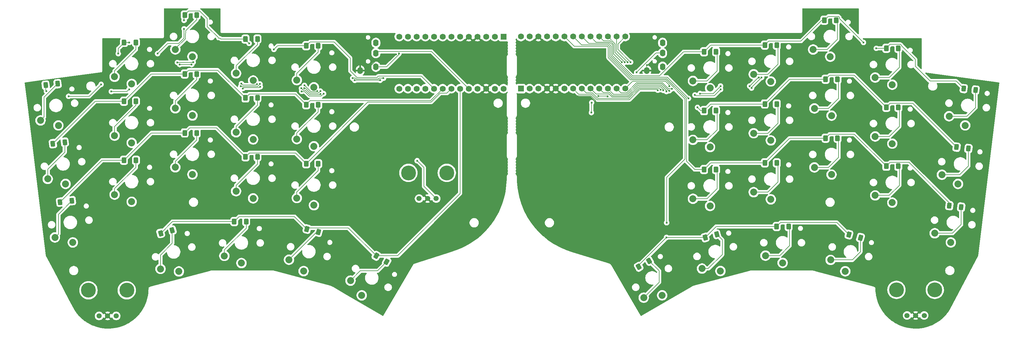
<source format=gbl>
G04 #@! TF.GenerationSoftware,KiCad,Pcbnew,9.0.4*
G04 #@! TF.CreationDate,2025-09-15T12:20:14-04:00*
G04 #@! TF.ProjectId,zen,7a656e2e-6b69-4636-9164-5f7063625858,rev?*
G04 #@! TF.SameCoordinates,Original*
G04 #@! TF.FileFunction,Copper,L2,Bot*
G04 #@! TF.FilePolarity,Positive*
%FSLAX46Y46*%
G04 Gerber Fmt 4.6, Leading zero omitted, Abs format (unit mm)*
G04 Created by KiCad (PCBNEW 9.0.4) date 2025-09-15 12:20:14*
%MOMM*%
%LPD*%
G01*
G04 APERTURE LIST*
G04 Aperture macros list*
%AMRoundRect*
0 Rectangle with rounded corners*
0 $1 Rounding radius*
0 $2 $3 $4 $5 $6 $7 $8 $9 X,Y pos of 4 corners*
0 Add a 4 corners polygon primitive as box body*
4,1,4,$2,$3,$4,$5,$6,$7,$8,$9,$2,$3,0*
0 Add four circle primitives for the rounded corners*
1,1,$1+$1,$2,$3*
1,1,$1+$1,$4,$5*
1,1,$1+$1,$6,$7*
1,1,$1+$1,$8,$9*
0 Add four rect primitives between the rounded corners*
20,1,$1+$1,$2,$3,$4,$5,0*
20,1,$1+$1,$4,$5,$6,$7,0*
20,1,$1+$1,$6,$7,$8,$9,0*
20,1,$1+$1,$8,$9,$2,$3,0*%
G04 Aperture macros list end*
G04 #@! TA.AperFunction,ComponentPad*
%ADD10C,2.032000*%
G04 #@! TD*
G04 #@! TA.AperFunction,SMDPad,CuDef*
%ADD11RoundRect,0.250000X-0.231079X-0.683083X0.541662X-0.476028X0.231079X0.683083X-0.541662X0.476028X0*%
G04 #@! TD*
G04 #@! TA.AperFunction,SMDPad,CuDef*
%ADD12RoundRect,0.250000X-0.400000X-0.600000X0.400000X-0.600000X0.400000X0.600000X-0.400000X0.600000X0*%
G04 #@! TD*
G04 #@! TA.AperFunction,SMDPad,CuDef*
%ADD13RoundRect,0.250000X-0.541662X-0.476028X0.231079X-0.683083X0.541662X0.476028X-0.231079X0.683083X0*%
G04 #@! TD*
G04 #@! TA.AperFunction,SMDPad,CuDef*
%ADD14RoundRect,0.250000X-0.046410X-0.719615X0.646410X-0.319615X0.046410X0.719615X-0.646410X0.319615X0*%
G04 #@! TD*
G04 #@! TA.AperFunction,SMDPad,CuDef*
%ADD15RoundRect,0.250000X-0.323897X-0.644275X0.470140X-0.546780X0.323897X0.644275X-0.470140X0.546780X0*%
G04 #@! TD*
G04 #@! TA.AperFunction,SMDPad,CuDef*
%ADD16RoundRect,0.250000X-0.470140X-0.546780X0.323897X-0.644275X0.470140X0.546780X-0.323897X0.644275X0*%
G04 #@! TD*
G04 #@! TA.AperFunction,ComponentPad*
%ADD17O,1.600000X2.000000*%
G04 #@! TD*
G04 #@! TA.AperFunction,ComponentPad*
%ADD18C,1.752600*%
G04 #@! TD*
G04 #@! TA.AperFunction,ComponentPad*
%ADD19R,1.752600X1.752600*%
G04 #@! TD*
G04 #@! TA.AperFunction,SMDPad,CuDef*
%ADD20RoundRect,0.250000X-0.646410X-0.319615X0.046410X-0.719615X0.646410X0.319615X-0.046410X0.719615X0*%
G04 #@! TD*
G04 #@! TA.AperFunction,ComponentPad*
%ADD21C,4.350000*%
G04 #@! TD*
G04 #@! TA.AperFunction,ComponentPad*
%ADD22C,1.500000*%
G04 #@! TD*
G04 #@! TA.AperFunction,ViaPad*
%ADD23C,0.600000*%
G04 #@! TD*
G04 #@! TA.AperFunction,Conductor*
%ADD24C,0.200000*%
G04 #@! TD*
G04 APERTURE END LIST*
D10*
X116353883Y-173514613D03*
X121727032Y-174248962D03*
D11*
X119784959Y-162190734D03*
X116404219Y-163096600D03*
D10*
X140000000Y-171800000D03*
X135000000Y-169700000D03*
D12*
X137890000Y-159650000D03*
X141390000Y-159650000D03*
D10*
X171869873Y-176940897D03*
X175150000Y-181259550D03*
X158172968Y-174148962D03*
X153886858Y-170826423D03*
D13*
X159144286Y-161830621D03*
X162525026Y-162736487D03*
D14*
X259120545Y-171151379D03*
X256089457Y-172901379D03*
D10*
X257549873Y-181930897D03*
X262930000Y-181249550D03*
D11*
X278890979Y-163398919D03*
X275510239Y-164304785D03*
D10*
X274583883Y-173404613D03*
X279957032Y-174138962D03*
D15*
X86274507Y-119309564D03*
X82800595Y-119736106D03*
D10*
X81295881Y-130046336D03*
X86514537Y-131521336D03*
X83398127Y-147167757D03*
X88616783Y-148642757D03*
D15*
X88376754Y-136430985D03*
X84902842Y-136857527D03*
X90479000Y-153552406D03*
X87005088Y-153978948D03*
D10*
X85500373Y-164289178D03*
X90719029Y-165764178D03*
D13*
X320882903Y-164364785D03*
X317502163Y-163458919D03*
D10*
X312150000Y-170876423D03*
X316436110Y-174198962D03*
D16*
X350314710Y-155406114D03*
X346840798Y-154979572D03*
X354519203Y-121163271D03*
X351045291Y-120736729D03*
X352416956Y-138284692D03*
X348943044Y-137858150D03*
D10*
X346777533Y-128826924D03*
X351484338Y-131520617D03*
X344675287Y-145948345D03*
X349382092Y-148642038D03*
X342573041Y-163069766D03*
X347279846Y-165763459D03*
X325180000Y-152000000D03*
X330180000Y-154100000D03*
X289680000Y-151050000D03*
X294680000Y-153150000D03*
D17*
X263050780Y-107337500D03*
X263050780Y-110337500D03*
X263050780Y-114337500D03*
X258450780Y-115437500D03*
D10*
X307430000Y-143800000D03*
X312430000Y-145900000D03*
X120680000Y-126515677D03*
X125680000Y-128615677D03*
X271930000Y-135740000D03*
X276930000Y-137840000D03*
X271930000Y-152990000D03*
X276930000Y-155090000D03*
X289680000Y-116550000D03*
X294680000Y-118650000D03*
X120680000Y-109265677D03*
X125680000Y-111365677D03*
X138430000Y-116265677D03*
X143430000Y-118365677D03*
X138430000Y-150765677D03*
X143430000Y-152865677D03*
X102930000Y-134515677D03*
X107930000Y-136615677D03*
X156180000Y-118265677D03*
X161180000Y-120365677D03*
X293130000Y-169640000D03*
X298130000Y-171740000D03*
X120680000Y-143765677D03*
X125680000Y-145865677D03*
D18*
X186100000Y-120765677D03*
X188640000Y-120765677D03*
X191180000Y-120765677D03*
X193720000Y-120765677D03*
X196260000Y-120765677D03*
X198800000Y-120765677D03*
X201340000Y-120765677D03*
X203880000Y-120765677D03*
X206420000Y-120765677D03*
X208960000Y-120765677D03*
X211500000Y-120765677D03*
X214040000Y-120765677D03*
X216580000Y-120765677D03*
X186100000Y-105525677D03*
X188640000Y-105525677D03*
X191180000Y-105525677D03*
X193720000Y-105525677D03*
X196260000Y-105525677D03*
X198800000Y-105525677D03*
X201340000Y-105525677D03*
X203880000Y-105525677D03*
X206420000Y-105525677D03*
X208960000Y-105525677D03*
X211500000Y-105525677D03*
X214040000Y-105525677D03*
D19*
X216580000Y-105525677D03*
D10*
X156180000Y-135515677D03*
X161180000Y-137615677D03*
D17*
X179300000Y-107353177D03*
X179300000Y-110353177D03*
X179300000Y-114353177D03*
X174700000Y-115453177D03*
D10*
X271930000Y-118490000D03*
X276930000Y-120590000D03*
X325180000Y-117500000D03*
X330180000Y-119600000D03*
X289680000Y-133800000D03*
X294680000Y-135900000D03*
X156180000Y-152765677D03*
X161180000Y-154865677D03*
D12*
X162430000Y-142715677D03*
X158930000Y-142715677D03*
X331930000Y-108950000D03*
X328430000Y-108950000D03*
X126930000Y-116495677D03*
X123430000Y-116495677D03*
X313804220Y-100750000D03*
X310304220Y-100750000D03*
X299880000Y-161090000D03*
X296380000Y-161090000D03*
X126930000Y-133715677D03*
X123430000Y-133715677D03*
X109180000Y-107215677D03*
X105680000Y-107215677D03*
X144680000Y-106215677D03*
X141180000Y-106215677D03*
X314180000Y-118000000D03*
X310680000Y-118000000D03*
X296430000Y-125250000D03*
X292930000Y-125250000D03*
X162430000Y-125465677D03*
X158930000Y-125465677D03*
X144680000Y-123465677D03*
X141180000Y-123465677D03*
X278680000Y-144440000D03*
X275180000Y-144440000D03*
X278680000Y-109940000D03*
X275180000Y-109940000D03*
X296430000Y-142500000D03*
X292930000Y-142500000D03*
X162430000Y-108215677D03*
X158930000Y-108215677D03*
X109180000Y-124465677D03*
X105680000Y-124465677D03*
X314180000Y-135250000D03*
X310680000Y-135250000D03*
X126930000Y-99215677D03*
X123430000Y-99215677D03*
X331930000Y-126200000D03*
X328430000Y-126200000D03*
X109180000Y-141715677D03*
X105680000Y-141715677D03*
X296430000Y-108000000D03*
X292930000Y-108000000D03*
D20*
X179397687Y-169682341D03*
X182428775Y-171432341D03*
D12*
X278680000Y-127190000D03*
X275180000Y-127190000D03*
X331930000Y-143450000D03*
X328430000Y-143450000D03*
X144680000Y-140715677D03*
X141180000Y-140715677D03*
D21*
X342600000Y-179650000D03*
X331400000Y-179650000D03*
D22*
X337000000Y-187150000D03*
X339500000Y-187150000D03*
X334500000Y-187150000D03*
D21*
X200000000Y-145415677D03*
X188800000Y-145415677D03*
D22*
X194400000Y-152915677D03*
X196900000Y-152915677D03*
X191900000Y-152915677D03*
D21*
X106500000Y-179765677D03*
X95300000Y-179765677D03*
D22*
X100900000Y-187265677D03*
X103400000Y-187265677D03*
X98400000Y-187265677D03*
D10*
X102930000Y-151765677D03*
X107930000Y-153865677D03*
X307054220Y-109300000D03*
X312054220Y-111400000D03*
D18*
X252150780Y-105500000D03*
X249610780Y-105500000D03*
X247070780Y-105500000D03*
X244530780Y-105500000D03*
X241990780Y-105500000D03*
X239450780Y-105500000D03*
X236910780Y-105500000D03*
X234370780Y-105500000D03*
X231830780Y-105500000D03*
X229290780Y-105500000D03*
X226750780Y-105500000D03*
X224210780Y-105500000D03*
X221670780Y-105500000D03*
X252150780Y-120740000D03*
X249610780Y-120740000D03*
X247070780Y-120740000D03*
X244530780Y-120740000D03*
X241990780Y-120740000D03*
X239450780Y-120740000D03*
X236910780Y-120740000D03*
X234370780Y-120740000D03*
X231830780Y-120740000D03*
X229290780Y-120740000D03*
X226750780Y-120740000D03*
X224210780Y-120740000D03*
D19*
X221670780Y-120740000D03*
D10*
X325180000Y-134750000D03*
X330180000Y-136850000D03*
X307430000Y-126550000D03*
X312430000Y-128650000D03*
X102930000Y-117265677D03*
X107930000Y-119365677D03*
X138430000Y-133515677D03*
X143430000Y-135615677D03*
D23*
X258499655Y-113848875D03*
X191350000Y-141850000D03*
X186008241Y-110475789D03*
X185160965Y-110755965D03*
X181492015Y-117692015D03*
X173114579Y-118300000D03*
X180500000Y-118300000D03*
X172500000Y-117700000D03*
X164003771Y-122226909D03*
X157593995Y-121540996D03*
X157540007Y-120637066D03*
X163056751Y-122325399D03*
X163065487Y-121468133D03*
X158375737Y-120624266D03*
X162179998Y-121505093D03*
X158400000Y-119800000D03*
X140420483Y-120700000D03*
X145504967Y-120171680D03*
X145410587Y-119377264D03*
X139799816Y-120074552D03*
X144519994Y-119419327D03*
X140000000Y-119300000D03*
X125456239Y-113700000D03*
X121985996Y-113700000D03*
X121300000Y-113100000D03*
X125900000Y-113000000D03*
X102000000Y-121600000D03*
X107172103Y-120972103D03*
X142250000Y-107500000D03*
X149500000Y-109250000D03*
X123250000Y-100750000D03*
X123250000Y-103250000D03*
X107250000Y-107250000D03*
X115500000Y-110500000D03*
X99000000Y-119500000D03*
X104000000Y-110500000D03*
X255500000Y-116000000D03*
X243502865Y-126502865D03*
X261654596Y-121209000D03*
X262472637Y-121022467D03*
X242252865Y-127752865D03*
X242337235Y-124837235D03*
X272500000Y-122604000D03*
X274000000Y-122203000D03*
X280000000Y-121000000D03*
X289065687Y-120565687D03*
X280000000Y-120000000D03*
X288500000Y-120000000D03*
X291186921Y-117464549D03*
X291992375Y-117470000D03*
X263258635Y-121241365D03*
X264181913Y-121597543D03*
X265000000Y-121391365D03*
X265808635Y-120791365D03*
X265000000Y-120000000D03*
X273250000Y-126250000D03*
X270625000Y-123625000D03*
X325500000Y-108950000D03*
X321762139Y-107237861D03*
X264250000Y-160000000D03*
X264218038Y-164304785D03*
X244256172Y-122918300D03*
X247005730Y-123000000D03*
X251166275Y-113011864D03*
X252026470Y-113023530D03*
X252850735Y-112999265D03*
X253700000Y-113000000D03*
X89500000Y-123000000D03*
X83000000Y-121500000D03*
D24*
X258450780Y-115437500D02*
X258450780Y-113897750D01*
X258450780Y-113897750D02*
X258499655Y-113848875D01*
X193300000Y-149315677D02*
X196900000Y-152915677D01*
X191350000Y-141850000D02*
X193300000Y-143800000D01*
X193300000Y-143800000D02*
X193300000Y-149315677D01*
X179397687Y-169682341D02*
X185617659Y-169682341D01*
X185617659Y-169682341D02*
X203880000Y-151420000D01*
X203880000Y-151420000D02*
X203880000Y-120765677D01*
X158930000Y-142715677D02*
X176930000Y-124715677D01*
X176930000Y-124715677D02*
X195417100Y-124715677D01*
X195417100Y-124715677D02*
X198032777Y-122100000D01*
X198032777Y-122100000D02*
X200005677Y-122100000D01*
X200005677Y-122100000D02*
X201340000Y-120765677D01*
X158930000Y-125465677D02*
X160081000Y-124314677D01*
X160081000Y-124314677D02*
X195251000Y-124314677D01*
X195251000Y-124314677D02*
X198800000Y-120765677D01*
X158930000Y-108215677D02*
X160081000Y-107064677D01*
X160081000Y-107064677D02*
X167064677Y-107064677D01*
X171800000Y-111800000D02*
X171800000Y-115568378D01*
X167064677Y-107064677D02*
X171800000Y-111800000D01*
X171800000Y-115568378D02*
X173729622Y-117498000D01*
X173729622Y-117498000D02*
X179600000Y-117498000D01*
X179600000Y-117498000D02*
X180006985Y-117091015D01*
X180006985Y-117091015D02*
X192585338Y-117091015D01*
X192585338Y-117091015D02*
X196260000Y-120765677D01*
X179300000Y-110353177D02*
X179778388Y-109874789D01*
X179778388Y-109874789D02*
X195529112Y-109874789D01*
X195529112Y-109874789D02*
X206420000Y-120765677D01*
X179300000Y-114353177D02*
X182413696Y-114353177D01*
X182413696Y-114353177D02*
X186008241Y-110758632D01*
X186008241Y-110758632D02*
X186008241Y-110475789D01*
X183316930Y-112600000D02*
X185160965Y-110755965D01*
X179296128Y-112600000D02*
X182200000Y-112600000D01*
X174700000Y-115453177D02*
X176442951Y-115453177D01*
X182200000Y-112600000D02*
X183316930Y-112600000D01*
X176442951Y-115453177D02*
X179296128Y-112600000D01*
X173563522Y-117899000D02*
X180000000Y-117899000D01*
X180000000Y-117899000D02*
X180206985Y-117692015D01*
X172500000Y-117700000D02*
X172501000Y-117699000D01*
X172501000Y-117699000D02*
X173363522Y-117699000D01*
X180206985Y-117692015D02*
X181492015Y-117692015D01*
X173363522Y-117699000D02*
X173563522Y-117899000D01*
X181500000Y-117700000D02*
X181492015Y-117692015D01*
X173114579Y-118300000D02*
X180500000Y-118300000D01*
X163304281Y-122926399D02*
X164003771Y-122226909D01*
X157593995Y-121540996D02*
X157679265Y-121626266D01*
X159049350Y-122150650D02*
X159806793Y-122908093D01*
X162718306Y-122926399D02*
X163304281Y-122926399D01*
X162700000Y-122908093D02*
X162718306Y-122926399D01*
X158524966Y-121626266D02*
X159049350Y-122150650D01*
X157679265Y-121626266D02*
X158524966Y-121626266D01*
X159806793Y-122908093D02*
X162700000Y-122908093D01*
X162875057Y-122507093D02*
X163056751Y-122325399D01*
X157540007Y-120638479D02*
X158126794Y-121225266D01*
X161622416Y-122507093D02*
X162875057Y-122507093D01*
X158126794Y-121225266D02*
X158600000Y-121225266D01*
X161600000Y-122484677D02*
X161622416Y-122507093D01*
X157540007Y-120637066D02*
X157540007Y-120638479D01*
X158691066Y-121225266D02*
X159950477Y-122484677D01*
X158600000Y-121225266D02*
X158691066Y-121225266D01*
X159950477Y-122484677D02*
X161600000Y-122484677D01*
X161922416Y-122106093D02*
X162427527Y-122106093D01*
X161900000Y-122083677D02*
X161922416Y-122106093D01*
X159716450Y-121683550D02*
X160116577Y-122083677D01*
X158375737Y-120624266D02*
X158657166Y-120624266D01*
X162427527Y-122106093D02*
X163065487Y-121468133D01*
X158657166Y-120624266D02*
X159716450Y-121683550D01*
X160116577Y-122083677D02*
X161900000Y-122083677D01*
X158400000Y-119800000D02*
X160282677Y-121682677D01*
X162002414Y-121682677D02*
X162179998Y-121505093D01*
X160282677Y-121682677D02*
X162002414Y-121682677D01*
X140420483Y-120700000D02*
X140420483Y-120579517D01*
X140499000Y-120501000D02*
X144200000Y-120501000D01*
X140420483Y-120579517D02*
X140499000Y-120501000D01*
X144200000Y-120501000D02*
X145175647Y-120501000D01*
X145175647Y-120501000D02*
X145504967Y-120171680D01*
X139799816Y-120074552D02*
X139825264Y-120100000D01*
X144687851Y-120100000D02*
X145410587Y-119377264D01*
X139825264Y-120100000D02*
X143500000Y-120100000D01*
X143500000Y-120100000D02*
X144687851Y-120100000D01*
X144256644Y-119682677D02*
X144519994Y-119419327D01*
X140000000Y-119300000D02*
X140382677Y-119682677D01*
X140382677Y-119682677D02*
X144256644Y-119682677D01*
X121985996Y-113700000D02*
X125456239Y-113700000D01*
X125800000Y-113100000D02*
X125900000Y-113000000D01*
X121300000Y-113100000D02*
X125800000Y-113100000D01*
X102000000Y-121600000D02*
X106544207Y-121600000D01*
X106544207Y-121600000D02*
X107172103Y-120972103D01*
X159144286Y-161830621D02*
X159475220Y-161499687D01*
X171215033Y-161499687D02*
X179397687Y-169682341D01*
X159475220Y-161499687D02*
X171215033Y-161499687D01*
X137890000Y-159650000D02*
X139340000Y-158200000D01*
X139340000Y-158200000D02*
X155513665Y-158200000D01*
X155513665Y-158200000D02*
X159144286Y-161830621D01*
X116404219Y-163096600D02*
X119850819Y-159650000D01*
X119850819Y-159650000D02*
X137890000Y-159650000D01*
X116353883Y-173514613D02*
X116353883Y-169475059D01*
X116353883Y-169475059D02*
X119784959Y-166043983D01*
X119784959Y-166043983D02*
X119784959Y-162190734D01*
X135000000Y-169700000D02*
X135000000Y-167978942D01*
X135000000Y-167978942D02*
X141390000Y-161588942D01*
X141390000Y-161588942D02*
X141390000Y-159650000D01*
X153886858Y-170826423D02*
X161976794Y-162736487D01*
X161976794Y-162736487D02*
X162525026Y-162736487D01*
X171869873Y-176940897D02*
X174726270Y-174084500D01*
X179776616Y-174084500D02*
X182428775Y-171432341D01*
X174726270Y-174084500D02*
X179776616Y-174084500D01*
X141180000Y-140715677D02*
X142331000Y-139564677D01*
X142331000Y-139564677D02*
X155779000Y-139564677D01*
X155779000Y-139564677D02*
X158930000Y-142715677D01*
X123430000Y-133715677D02*
X124895677Y-132250000D01*
X124895677Y-132250000D02*
X132714323Y-132250000D01*
X132714323Y-132250000D02*
X141180000Y-140715677D01*
X105680000Y-141715677D02*
X113680000Y-133715677D01*
X113680000Y-133715677D02*
X123430000Y-133715677D01*
X141180000Y-123465677D02*
X142331000Y-122314677D01*
X142331000Y-122314677D02*
X155779000Y-122314677D01*
X155779000Y-122314677D02*
X158930000Y-125465677D01*
X123430000Y-116495677D02*
X124581000Y-115344677D01*
X124581000Y-115344677D02*
X133059000Y-115344677D01*
X133059000Y-115344677D02*
X141180000Y-123465677D01*
X105680000Y-124465677D02*
X113650000Y-116495677D01*
X113650000Y-116495677D02*
X123430000Y-116495677D01*
X150534323Y-108215677D02*
X158930000Y-108215677D01*
X141180000Y-106215677D02*
X141180000Y-106430000D01*
X141180000Y-106430000D02*
X142250000Y-107500000D01*
X149500000Y-109250000D02*
X150534323Y-108215677D01*
X133250000Y-105835934D02*
X133250000Y-106000000D01*
X133965677Y-106215677D02*
X141180000Y-106215677D01*
X129978100Y-102564034D02*
X133250000Y-105835934D01*
X127814677Y-98064677D02*
X129978100Y-100228100D01*
X124581000Y-98064677D02*
X127814677Y-98064677D01*
X129978100Y-100228100D02*
X129978100Y-102564034D01*
X133250000Y-106000000D02*
X133750000Y-106000000D01*
X123430000Y-99215677D02*
X124581000Y-98064677D01*
X133750000Y-106000000D02*
X133965677Y-106215677D01*
X122341450Y-106841450D02*
X123213500Y-105969400D01*
X118000000Y-108000000D02*
X118500000Y-107500000D01*
X121682900Y-107500000D02*
X122341450Y-106841450D01*
X118500000Y-107500000D02*
X121682900Y-107500000D01*
X123213500Y-105250000D02*
X123213500Y-103286500D01*
X123250000Y-99395677D02*
X123430000Y-99215677D01*
X123213500Y-105969400D02*
X123213500Y-105250000D01*
X123250000Y-100750000D02*
X123250000Y-99395677D01*
X123213500Y-103286500D02*
X123250000Y-103250000D01*
X120680000Y-109265677D02*
X120680000Y-109070000D01*
X126930000Y-100570000D02*
X126930000Y-99215677D01*
X120680000Y-109070000D02*
X123614500Y-106135500D01*
X123614500Y-106135500D02*
X123614500Y-104610119D01*
X123614500Y-104610119D02*
X123750000Y-104474619D01*
X123750000Y-103750000D02*
X126930000Y-100570000D01*
X123750000Y-104474619D02*
X123750000Y-103750000D01*
X115500000Y-110500000D02*
X118000000Y-108000000D01*
X105680000Y-107215677D02*
X107215677Y-107215677D01*
X107215677Y-107215677D02*
X107250000Y-107250000D01*
X95500000Y-123000000D02*
X99000000Y-119500000D01*
X95000000Y-123000000D02*
X95500000Y-123000000D01*
X104000000Y-109000000D02*
X105680000Y-107320000D01*
X104000000Y-110500000D02*
X104000000Y-109000000D01*
X105680000Y-107320000D02*
X105680000Y-107215677D01*
X84902842Y-136857527D02*
X97294692Y-124465677D01*
X97294692Y-124465677D02*
X105680000Y-124465677D01*
X87005088Y-153978948D02*
X99268359Y-141715677D01*
X99268359Y-141715677D02*
X105680000Y-141715677D01*
X159219516Y-161747692D02*
X159550450Y-161416758D01*
X156180000Y-118265677D02*
X156180000Y-116320000D01*
X162430000Y-110070000D02*
X162430000Y-108215677D01*
X156180000Y-116320000D02*
X162430000Y-110070000D01*
X156180000Y-135515677D02*
X156180000Y-133794619D01*
X156180000Y-133794619D02*
X162430000Y-127544619D01*
X162430000Y-127544619D02*
X162430000Y-125465677D01*
X156180000Y-152765677D02*
X156180000Y-151044619D01*
X156180000Y-151044619D02*
X162430000Y-144794619D01*
X162430000Y-144794619D02*
X162430000Y-142715677D01*
X138430000Y-150765677D02*
X138430000Y-149044619D01*
X144680000Y-142794619D02*
X144680000Y-140715677D01*
X138430000Y-149044619D02*
X144680000Y-142794619D01*
X138430000Y-133515677D02*
X138430000Y-131794619D01*
X144680000Y-125544619D02*
X144680000Y-123465677D01*
X138430000Y-131794619D02*
X144680000Y-125544619D01*
X138430000Y-116265677D02*
X138430000Y-114070000D01*
X138430000Y-114070000D02*
X144680000Y-107820000D01*
X144680000Y-107820000D02*
X144680000Y-106215677D01*
X120680000Y-126515677D02*
X120680000Y-124320000D01*
X120680000Y-124320000D02*
X126930000Y-118070000D01*
X126930000Y-118070000D02*
X126930000Y-116495677D01*
X120680000Y-143765677D02*
X120680000Y-142044619D01*
X120680000Y-142044619D02*
X126930000Y-135794619D01*
X126930000Y-135794619D02*
X126930000Y-133715677D01*
X102930000Y-117265677D02*
X102930000Y-115544619D01*
X102930000Y-115544619D02*
X109180000Y-109294619D01*
X109180000Y-109294619D02*
X109180000Y-107215677D01*
X102930000Y-134515677D02*
X102930000Y-131915420D01*
X102930000Y-131915420D02*
X109180000Y-125665420D01*
X109180000Y-125665420D02*
X109180000Y-124465677D01*
X102930000Y-151765677D02*
X102930000Y-150044619D01*
X102930000Y-150044619D02*
X109180000Y-143794619D01*
X109180000Y-143794619D02*
X109180000Y-141715677D01*
X85500373Y-164289178D02*
X86516372Y-163273179D01*
X86516372Y-163273179D02*
X86516372Y-157515034D01*
X86516372Y-157515034D02*
X90479000Y-153552406D01*
X83398127Y-147167757D02*
X83398127Y-144365304D01*
X83398127Y-144365304D02*
X88376754Y-139386677D01*
X88376754Y-139386677D02*
X88376754Y-136430985D01*
X81295881Y-130046336D02*
X82311880Y-129030337D01*
X82311880Y-129030337D02*
X82311880Y-123272191D01*
X82311880Y-123272191D02*
X86274507Y-119309564D01*
X261162500Y-110337500D02*
X255500000Y-116000000D01*
X263050780Y-110337500D02*
X261162500Y-110337500D01*
X243502865Y-126502865D02*
X243502865Y-124149136D01*
X242155729Y-122802000D02*
X233892780Y-122802000D01*
X243502865Y-124149136D02*
X242155729Y-122802000D01*
X233892780Y-122802000D02*
X231830780Y-120740000D01*
X242321829Y-122401000D02*
X238571780Y-122401000D01*
X243925829Y-124005000D02*
X242321829Y-122401000D01*
X261654596Y-121209000D02*
X261455596Y-121010000D01*
X261455596Y-121010000D02*
X256381234Y-121010000D01*
X256381234Y-121010000D02*
X253386234Y-124005000D01*
X253386234Y-124005000D02*
X243925829Y-124005000D01*
X238571780Y-122401000D02*
X236910780Y-120740000D01*
X256215134Y-120609000D02*
X253220134Y-123604000D01*
X242500000Y-122000000D02*
X240710780Y-122000000D01*
X262472637Y-121022467D02*
X262472637Y-120972637D01*
X262472637Y-120972637D02*
X262109000Y-120609000D01*
X262109000Y-120609000D02*
X256215134Y-120609000D01*
X240710780Y-122000000D02*
X239450780Y-120740000D01*
X253220134Y-123604000D02*
X244091929Y-123604000D01*
X244091929Y-123604000D02*
X243000000Y-122512071D01*
X243000000Y-122512071D02*
X243000000Y-122500000D01*
X243000000Y-122500000D02*
X242500000Y-122000000D01*
X242252865Y-124921605D02*
X242252865Y-127752865D01*
X242337235Y-124837235D02*
X242252865Y-124921605D01*
X247005730Y-123000000D02*
X246924030Y-122918300D01*
X246924030Y-122918300D02*
X244256172Y-122918300D01*
X278196000Y-122804000D02*
X272700000Y-122804000D01*
X280000000Y-121000000D02*
X278196000Y-122804000D01*
X272700000Y-122804000D02*
X272500000Y-122604000D01*
X280000000Y-120000000D02*
X277797000Y-122203000D01*
X277797000Y-122203000D02*
X274000000Y-122203000D01*
X289000000Y-120500000D02*
X289065687Y-120565687D01*
X289000000Y-120500000D02*
X291992375Y-117507625D01*
X291992375Y-117507625D02*
X291992375Y-117470000D01*
X291186921Y-117464549D02*
X291035451Y-117464549D01*
X291035451Y-117464549D02*
X288500000Y-120000000D01*
X263258635Y-121241365D02*
X263258635Y-120959935D01*
X248277034Y-123203000D02*
X247392334Y-122318300D01*
X243569080Y-122318300D02*
X241990780Y-120740000D01*
X263258635Y-120959935D02*
X262506700Y-120208000D01*
X262506700Y-120208000D02*
X256049034Y-120208000D01*
X256049034Y-120208000D02*
X253054034Y-123203000D01*
X253054034Y-123203000D02*
X248277034Y-123203000D01*
X247392334Y-122318300D02*
X243569080Y-122318300D01*
X264181913Y-121316113D02*
X262672800Y-119807000D01*
X262672800Y-119807000D02*
X255882934Y-119807000D01*
X247558434Y-121917300D02*
X245708080Y-121917300D01*
X245708080Y-121917300D02*
X244530780Y-120740000D01*
X264181913Y-121597543D02*
X264181913Y-121316113D01*
X255882934Y-119807000D02*
X252887934Y-122802000D01*
X252887934Y-122802000D02*
X248443134Y-122802000D01*
X248443134Y-122802000D02*
X247558434Y-121917300D01*
X265000000Y-121391365D02*
X264824265Y-121391365D01*
X248731780Y-122401000D02*
X247070780Y-120740000D01*
X264824265Y-121391365D02*
X262838900Y-119406000D01*
X262838900Y-119406000D02*
X255716834Y-119406000D01*
X252721834Y-122401000D02*
X248731780Y-122401000D01*
X255716834Y-119406000D02*
X252721834Y-122401000D01*
X255500000Y-119005000D02*
X255500000Y-119055734D01*
X265808635Y-120791365D02*
X264791365Y-120791365D01*
X264791365Y-120791365D02*
X263005000Y-119005000D01*
X263005000Y-119005000D02*
X255500000Y-119005000D01*
X255500000Y-119055734D02*
X252555734Y-122000000D01*
X252555734Y-122000000D02*
X250870780Y-122000000D01*
X250870780Y-122000000D02*
X249610780Y-120740000D01*
X263902700Y-118604000D02*
X254286780Y-118604000D01*
X265000000Y-120000000D02*
X265000000Y-119701300D01*
X265000000Y-119701300D02*
X263902700Y-118604000D01*
X254286780Y-118604000D02*
X252150780Y-120740000D01*
X264250000Y-160000000D02*
X264250000Y-146750000D01*
X264250000Y-146750000D02*
X269599000Y-141401000D01*
X246969800Y-108354000D02*
X237224780Y-108354000D01*
X269599000Y-141401000D02*
X269599000Y-123733200D01*
X269599000Y-123733200D02*
X264068800Y-118203000D01*
X264068800Y-118203000D02*
X253703000Y-118203000D01*
X253703000Y-118203000D02*
X247198000Y-111698000D01*
X247198000Y-111698000D02*
X247198000Y-108582200D01*
X247198000Y-108582200D02*
X246969800Y-108354000D01*
X237224780Y-108354000D02*
X234370780Y-105500000D01*
X275180000Y-144440000D02*
X272440000Y-144440000D01*
X239363780Y-107953000D02*
X236910780Y-105500000D01*
X272440000Y-144440000D02*
X270000000Y-142000000D01*
X270000000Y-142000000D02*
X270000000Y-123567100D01*
X270000000Y-123567100D02*
X264234900Y-117802000D01*
X247599000Y-111483200D02*
X247599000Y-108416100D01*
X264234900Y-117802000D02*
X253917800Y-117802000D01*
X253917800Y-117802000D02*
X247599000Y-111483200D01*
X247599000Y-108416100D02*
X247135900Y-107953000D01*
X247135900Y-107953000D02*
X239363780Y-107953000D01*
X270625000Y-123625000D02*
X264401000Y-117401000D01*
X264401000Y-117401000D02*
X254083900Y-117401000D01*
X254083900Y-117401000D02*
X248000000Y-111317100D01*
X248000000Y-111317100D02*
X248000000Y-108250000D01*
X248000000Y-108250000D02*
X247302000Y-107552000D01*
X247302000Y-107552000D02*
X241502780Y-107552000D01*
X241502780Y-107552000D02*
X239450780Y-105500000D01*
X275180000Y-109940000D02*
X269205329Y-109940000D01*
X254250000Y-117000000D02*
X248407780Y-111157780D01*
X269205329Y-109940000D02*
X262145329Y-117000000D01*
X262145329Y-117000000D02*
X254250000Y-117000000D01*
X248407780Y-107974880D02*
X247583900Y-107151000D01*
X248407780Y-111157780D02*
X248407780Y-107974880D01*
X247583900Y-107151000D02*
X243641780Y-107151000D01*
X243641780Y-107151000D02*
X241990780Y-105500000D01*
X244530780Y-105500000D02*
X245780780Y-106750000D01*
X245780780Y-106750000D02*
X247750000Y-106750000D01*
X247750000Y-106750000D02*
X248808780Y-107808780D01*
X248808780Y-107808780D02*
X248808780Y-110654369D01*
X248808780Y-110654369D02*
X251166275Y-113011864D01*
X247070780Y-105500000D02*
X249209780Y-107639000D01*
X249209780Y-107639000D02*
X249209780Y-110206840D01*
X249209780Y-110206840D02*
X252026470Y-113023530D01*
X252150780Y-105500000D02*
X250011780Y-107639000D01*
X250011780Y-107639000D02*
X250011780Y-109311780D01*
X250011780Y-109311780D02*
X253700000Y-113000000D01*
X314755220Y-100230942D02*
X321762139Y-107237861D01*
X328430000Y-108950000D02*
X325500000Y-108950000D01*
X314439380Y-99599000D02*
X311455220Y-99599000D01*
X314755220Y-100230942D02*
X314755220Y-99914840D01*
X314755220Y-99914840D02*
X314439380Y-99599000D01*
X311455220Y-99599000D02*
X310304220Y-100750000D01*
X273250000Y-126250000D02*
X274190000Y-127190000D01*
X274190000Y-127190000D02*
X275180000Y-127190000D01*
X275510239Y-164304785D02*
X264218038Y-164304785D01*
X244530780Y-105500000D02*
X244530780Y-106376369D01*
X249610780Y-109759310D02*
X252850735Y-112999265D01*
X249610780Y-105500000D02*
X249610780Y-109759310D01*
X292930000Y-108000000D02*
X277120000Y-108000000D01*
X277120000Y-108000000D02*
X275180000Y-109940000D01*
X310304220Y-100750000D02*
X309604477Y-100750000D01*
X303505477Y-106849000D02*
X294081000Y-106849000D01*
X309604477Y-100750000D02*
X303505477Y-106849000D01*
X294081000Y-106849000D02*
X292930000Y-108000000D01*
X351045291Y-120736729D02*
X348857562Y-118549000D01*
X348857562Y-118549000D02*
X341233057Y-118549000D01*
X341233057Y-118549000D02*
X336881900Y-114197843D01*
X336881900Y-114197843D02*
X336881900Y-112178749D01*
X336881900Y-112178749D02*
X332881000Y-108177849D01*
X332881000Y-108177849D02*
X332881000Y-108114840D01*
X332881000Y-108114840D02*
X332565160Y-107799000D01*
X332565160Y-107799000D02*
X329581000Y-107799000D01*
X329581000Y-107799000D02*
X328430000Y-108950000D01*
X292930000Y-125250000D02*
X277120000Y-125250000D01*
X277120000Y-125250000D02*
X275180000Y-127190000D01*
X310680000Y-118000000D02*
X300180000Y-118000000D01*
X300180000Y-118000000D02*
X292930000Y-125250000D01*
X328430000Y-126200000D02*
X319079000Y-116849000D01*
X319079000Y-116849000D02*
X311831000Y-116849000D01*
X311831000Y-116849000D02*
X310680000Y-118000000D01*
X348943044Y-137858150D02*
X336133894Y-125049000D01*
X329581000Y-125049000D02*
X328430000Y-126200000D01*
X336133894Y-125049000D02*
X329581000Y-125049000D01*
X292930000Y-142500000D02*
X277120000Y-142500000D01*
X277120000Y-142500000D02*
X275180000Y-144440000D01*
X310680000Y-135250000D02*
X300180000Y-135250000D01*
X300180000Y-135250000D02*
X292930000Y-142500000D01*
X328430000Y-143450000D02*
X319079000Y-134099000D01*
X311831000Y-134099000D02*
X310680000Y-135250000D01*
X319079000Y-134099000D02*
X311831000Y-134099000D01*
X346840798Y-154979572D02*
X346840798Y-154123188D01*
X329581000Y-142299000D02*
X328430000Y-143450000D01*
X346840798Y-154123188D02*
X335016610Y-142299000D01*
X335016610Y-142299000D02*
X329581000Y-142299000D01*
X264218038Y-164304785D02*
X256089457Y-172433366D01*
X256089457Y-172433366D02*
X256089457Y-172901379D01*
X296380000Y-161090000D02*
X278725024Y-161090000D01*
X278725024Y-161090000D02*
X275510239Y-164304785D01*
X317502163Y-163458919D02*
X313982244Y-159939000D01*
X313982244Y-159939000D02*
X297531000Y-159939000D01*
X297531000Y-159939000D02*
X296380000Y-161090000D01*
X271930000Y-135740000D02*
X276051058Y-135740000D01*
X276051058Y-135740000D02*
X278995500Y-132795558D01*
X278995500Y-132795558D02*
X278995500Y-127505500D01*
X278995500Y-127505500D02*
X278680000Y-127190000D01*
X289680000Y-133800000D02*
X293801058Y-133800000D01*
X296745500Y-125565500D02*
X296430000Y-125250000D01*
X293801058Y-133800000D02*
X296745500Y-130855558D01*
X296745500Y-130855558D02*
X296745500Y-125565500D01*
X289680000Y-151050000D02*
X293801058Y-151050000D01*
X293801058Y-151050000D02*
X296745500Y-148105558D01*
X296745500Y-148105558D02*
X296745500Y-142815500D01*
X296745500Y-142815500D02*
X296430000Y-142500000D01*
X271930000Y-152990000D02*
X276051058Y-152990000D01*
X278995500Y-150045558D02*
X278995500Y-144755500D01*
X276051058Y-152990000D02*
X278995500Y-150045558D01*
X278995500Y-144755500D02*
X278680000Y-144440000D01*
X257549873Y-181930897D02*
X262045500Y-177435270D01*
X262045500Y-177435270D02*
X262045500Y-174076334D01*
X262045500Y-174076334D02*
X259120545Y-171151379D01*
X274583883Y-173404613D02*
X276386445Y-173404613D01*
X276386445Y-173404613D02*
X280495500Y-169295558D01*
X280495500Y-169295558D02*
X280495500Y-165003440D01*
X280495500Y-165003440D02*
X278890979Y-163398919D01*
X293130000Y-169640000D02*
X297251058Y-169640000D01*
X297251058Y-169640000D02*
X300195500Y-166695558D01*
X300195500Y-166695558D02*
X300195500Y-161405500D01*
X300195500Y-161405500D02*
X299880000Y-161090000D01*
X312150000Y-170876423D02*
X318507777Y-170876423D01*
X318507777Y-170876423D02*
X320882903Y-168501297D01*
X320882903Y-168501297D02*
X320882903Y-164364785D01*
X307430000Y-143800000D02*
X311551058Y-143800000D01*
X314495500Y-140855558D02*
X314495500Y-135565500D01*
X314495500Y-135565500D02*
X314180000Y-135250000D01*
X311551058Y-143800000D02*
X314495500Y-140855558D01*
X307430000Y-126550000D02*
X311551058Y-126550000D01*
X314494442Y-118314442D02*
X314180000Y-118000000D01*
X311551058Y-126550000D02*
X314494442Y-123606616D01*
X314494442Y-123606616D02*
X314494442Y-118314442D01*
X325180000Y-134750000D02*
X329301058Y-134750000D01*
X329301058Y-134750000D02*
X332245500Y-131805558D01*
X332245500Y-126515500D02*
X331930000Y-126200000D01*
X332245500Y-131805558D02*
X332245500Y-126515500D01*
X325180000Y-152000000D02*
X329301058Y-152000000D01*
X329301058Y-152000000D02*
X332245500Y-149055558D01*
X332245500Y-149055558D02*
X332245500Y-143765500D01*
X332245500Y-143765500D02*
X331930000Y-143450000D01*
X342573041Y-163069766D02*
X347757604Y-163069766D01*
X350314710Y-160512660D02*
X350314710Y-155406114D01*
X347757604Y-163069766D02*
X350314710Y-160512660D01*
X344675287Y-145948345D02*
X349859850Y-145948345D01*
X349859850Y-145948345D02*
X352416956Y-143391239D01*
X352416956Y-143391239D02*
X352416956Y-138284692D01*
X271930000Y-118490000D02*
X276051058Y-118490000D01*
X276051058Y-118490000D02*
X278995500Y-115545558D01*
X278995500Y-115545558D02*
X278995500Y-110255500D01*
X278995500Y-110255500D02*
X278680000Y-109940000D01*
X289680000Y-116550000D02*
X293801058Y-116550000D01*
X293801058Y-116550000D02*
X296745500Y-113605558D01*
X296745500Y-113605558D02*
X296745500Y-108315500D01*
X296745500Y-108315500D02*
X296430000Y-108000000D01*
X307054220Y-109300000D02*
X311175278Y-109300000D01*
X314119720Y-106355558D02*
X314119720Y-101065500D01*
X311175278Y-109300000D02*
X314119720Y-106355558D01*
X314119720Y-101065500D02*
X313804220Y-100750000D01*
X325180000Y-117500000D02*
X329301058Y-117500000D01*
X332244442Y-114556616D02*
X332244442Y-109264442D01*
X329301058Y-117500000D02*
X332244442Y-114556616D01*
X332244442Y-109264442D02*
X331930000Y-108950000D01*
X346777533Y-128826924D02*
X351962096Y-128826924D01*
X351962096Y-128826924D02*
X354519203Y-126269817D01*
X354519203Y-126269817D02*
X354519203Y-121163271D01*
X89500000Y-123000000D02*
X95000000Y-123000000D01*
X82800595Y-119736106D02*
X82800595Y-121300595D01*
X82800595Y-121300595D02*
X83000000Y-121500000D01*
G04 #@! TA.AperFunction,Conductor*
G36*
X124367384Y-97253396D02*
G01*
X124377588Y-97252134D01*
X124400342Y-97263073D01*
X124424561Y-97270185D01*
X124431292Y-97277953D01*
X124440558Y-97282408D01*
X124453785Y-97303911D01*
X124470316Y-97322989D01*
X124471779Y-97333164D01*
X124477165Y-97341920D01*
X124476667Y-97367159D01*
X124480260Y-97392147D01*
X124475989Y-97401497D01*
X124475787Y-97411776D01*
X124461721Y-97432740D01*
X124451235Y-97455703D01*
X124442587Y-97461260D01*
X124436860Y-97469797D01*
X124406797Y-97488289D01*
X124398427Y-97491913D01*
X124349215Y-97505100D01*
X124299095Y-97534037D01*
X124292923Y-97537599D01*
X124292919Y-97537602D01*
X124212285Y-97584156D01*
X124212282Y-97584158D01*
X124100480Y-97695960D01*
X124100480Y-97695961D01*
X124100478Y-97695963D01*
X123967582Y-97828859D01*
X123906259Y-97862343D01*
X123879901Y-97865177D01*
X122979998Y-97865177D01*
X122979980Y-97865178D01*
X122877203Y-97875677D01*
X122877200Y-97875678D01*
X122710668Y-97930862D01*
X122710663Y-97930864D01*
X122561342Y-98022966D01*
X122437289Y-98147019D01*
X122345187Y-98296340D01*
X122345186Y-98296343D01*
X122290001Y-98462880D01*
X122290001Y-98462881D01*
X122290000Y-98462881D01*
X122279500Y-98565660D01*
X122279500Y-99865678D01*
X122279502Y-99865693D01*
X122290000Y-99968473D01*
X122290001Y-99968476D01*
X122345185Y-100135008D01*
X122345187Y-100135013D01*
X122437289Y-100284334D01*
X122477089Y-100324134D01*
X122510574Y-100385457D01*
X122505590Y-100455149D01*
X122503970Y-100459266D01*
X122480263Y-100516502D01*
X122480261Y-100516505D01*
X122449500Y-100671153D01*
X122449500Y-100828846D01*
X122480261Y-100983489D01*
X122480264Y-100983501D01*
X122540602Y-101129172D01*
X122540609Y-101129185D01*
X122628210Y-101260288D01*
X122628213Y-101260292D01*
X122739707Y-101371786D01*
X122739711Y-101371789D01*
X122870814Y-101459390D01*
X122870827Y-101459397D01*
X123016498Y-101519735D01*
X123016503Y-101519737D01*
X123171153Y-101550499D01*
X123171156Y-101550500D01*
X123171158Y-101550500D01*
X123328844Y-101550500D01*
X123328845Y-101550499D01*
X123483497Y-101519737D01*
X123629179Y-101459394D01*
X123760289Y-101371789D01*
X123871789Y-101260289D01*
X123959394Y-101129179D01*
X124019737Y-100983497D01*
X124050500Y-100828842D01*
X124050500Y-100671158D01*
X124046134Y-100649210D01*
X124052360Y-100579621D01*
X124095222Y-100524442D01*
X124128746Y-100507312D01*
X124149334Y-100500491D01*
X124298656Y-100408389D01*
X124422712Y-100284333D01*
X124514814Y-100135011D01*
X124569999Y-99968474D01*
X124580500Y-99865686D01*
X124580499Y-98965773D01*
X124589145Y-98936327D01*
X124595667Y-98906347D01*
X124599419Y-98901333D01*
X124600183Y-98898735D01*
X124616818Y-98878093D01*
X124793416Y-98701496D01*
X124854739Y-98668011D01*
X124881097Y-98665177D01*
X125655500Y-98665177D01*
X125722539Y-98684862D01*
X125768294Y-98737666D01*
X125779500Y-98789177D01*
X125779500Y-99865678D01*
X125779502Y-99865693D01*
X125790000Y-99968473D01*
X125790001Y-99968476D01*
X125845185Y-100135008D01*
X125845187Y-100135013D01*
X125937289Y-100284334D01*
X126064178Y-100411223D01*
X126097663Y-100472546D01*
X126092679Y-100542238D01*
X126064178Y-100586585D01*
X123979102Y-102671661D01*
X123917779Y-102705146D01*
X123848087Y-102700162D01*
X123803740Y-102671661D01*
X123760292Y-102628213D01*
X123760288Y-102628210D01*
X123629185Y-102540609D01*
X123629172Y-102540602D01*
X123483501Y-102480264D01*
X123483489Y-102480261D01*
X123328845Y-102449500D01*
X123328842Y-102449500D01*
X123171158Y-102449500D01*
X123171155Y-102449500D01*
X123016510Y-102480261D01*
X123016498Y-102480264D01*
X122870827Y-102540602D01*
X122870814Y-102540609D01*
X122739711Y-102628210D01*
X122739707Y-102628213D01*
X122628213Y-102739707D01*
X122628210Y-102739711D01*
X122540609Y-102870814D01*
X122540602Y-102870827D01*
X122480264Y-103016498D01*
X122480261Y-103016510D01*
X122449500Y-103171153D01*
X122449500Y-103328846D01*
X122480261Y-103483489D01*
X122480264Y-103483501D01*
X122540602Y-103629172D01*
X122540609Y-103629184D01*
X122592102Y-103706248D01*
X122612980Y-103772925D01*
X122613000Y-103775139D01*
X122613000Y-105669303D01*
X122593315Y-105736342D01*
X122576681Y-105756984D01*
X121470484Y-106863181D01*
X121409161Y-106896666D01*
X121382803Y-106899500D01*
X118586670Y-106899500D01*
X118586654Y-106899499D01*
X118579058Y-106899499D01*
X118420943Y-106899499D01*
X118344579Y-106919961D01*
X118268214Y-106940423D01*
X118268209Y-106940426D01*
X118131290Y-107019475D01*
X118131282Y-107019481D01*
X117631284Y-107519481D01*
X115485339Y-109665425D01*
X115424016Y-109698910D01*
X115421850Y-109699361D01*
X115266508Y-109730261D01*
X115266498Y-109730264D01*
X115120827Y-109790602D01*
X115120814Y-109790609D01*
X114989711Y-109878210D01*
X114989707Y-109878213D01*
X114878213Y-109989707D01*
X114878210Y-109989711D01*
X114790609Y-110120814D01*
X114790602Y-110120827D01*
X114730264Y-110266498D01*
X114730261Y-110266510D01*
X114699500Y-110421153D01*
X114699500Y-110578846D01*
X114730261Y-110733489D01*
X114730264Y-110733501D01*
X114790602Y-110879172D01*
X114790609Y-110879185D01*
X114878210Y-111010288D01*
X114878213Y-111010292D01*
X114989707Y-111121786D01*
X114989711Y-111121789D01*
X115120814Y-111209390D01*
X115120827Y-111209397D01*
X115266498Y-111269735D01*
X115266503Y-111269737D01*
X115395851Y-111295466D01*
X115421153Y-111300499D01*
X115421156Y-111300500D01*
X115421158Y-111300500D01*
X115578844Y-111300500D01*
X115578845Y-111300499D01*
X115733497Y-111269737D01*
X115879179Y-111209394D01*
X116010289Y-111121789D01*
X116121789Y-111010289D01*
X116209394Y-110879179D01*
X116269737Y-110733497D01*
X116296562Y-110598642D01*
X116300638Y-110578150D01*
X116333023Y-110516239D01*
X116334518Y-110514716D01*
X118480519Y-108368716D01*
X118539100Y-108310135D01*
X118539106Y-108310128D01*
X118548735Y-108300500D01*
X118614448Y-108234787D01*
X118712419Y-108136818D01*
X118773742Y-108103334D01*
X118800099Y-108100500D01*
X119408691Y-108100500D01*
X119475730Y-108120185D01*
X119521485Y-108172989D01*
X119531429Y-108242147D01*
X119509010Y-108297383D01*
X119487661Y-108326768D01*
X119382973Y-108470857D01*
X119274606Y-108683540D01*
X119200841Y-108910564D01*
X119200841Y-108910565D01*
X119174154Y-109079060D01*
X119163500Y-109146326D01*
X119163500Y-109385028D01*
X119174768Y-109456175D01*
X119200841Y-109620788D01*
X119200841Y-109620789D01*
X119200842Y-109620792D01*
X119265979Y-109821264D01*
X119274606Y-109847813D01*
X119290096Y-109878213D01*
X119382973Y-110060496D01*
X119523279Y-110253610D01*
X119692067Y-110422398D01*
X119885181Y-110562704D01*
X120097866Y-110671072D01*
X120324885Y-110744835D01*
X120560649Y-110782177D01*
X120560650Y-110782177D01*
X120799350Y-110782177D01*
X120799351Y-110782177D01*
X121035115Y-110744835D01*
X121262134Y-110671072D01*
X121474819Y-110562704D01*
X121667933Y-110422398D01*
X121836721Y-110253610D01*
X121977027Y-110060496D01*
X122085395Y-109847811D01*
X122159158Y-109620792D01*
X122196500Y-109385028D01*
X122196500Y-109146326D01*
X122159158Y-108910562D01*
X122085395Y-108683543D01*
X122085393Y-108683540D01*
X122085393Y-108683538D01*
X122069014Y-108651393D01*
X122056117Y-108582724D01*
X122082393Y-108517983D01*
X122091808Y-108507425D01*
X123941315Y-106657919D01*
X124002636Y-106624436D01*
X124072328Y-106629420D01*
X124127369Y-106670114D01*
X124199463Y-106764069D01*
X124199469Y-106764076D01*
X124381600Y-106946207D01*
X124381607Y-106946213D01*
X124442825Y-106993187D01*
X124585962Y-107103020D01*
X124585969Y-107103024D01*
X124809030Y-107231809D01*
X124809035Y-107231811D01*
X124809038Y-107231813D01*
X124809042Y-107231814D01*
X124809047Y-107231817D01*
X124851738Y-107249500D01*
X125047016Y-107330387D01*
X125295825Y-107397055D01*
X125551207Y-107430677D01*
X125551214Y-107430677D01*
X125808786Y-107430677D01*
X125808793Y-107430677D01*
X126064175Y-107397055D01*
X126312984Y-107330387D01*
X126550962Y-107231813D01*
X126774038Y-107103020D01*
X126978394Y-106946212D01*
X127160535Y-106764071D01*
X127317343Y-106559715D01*
X127446136Y-106336639D01*
X127544710Y-106098661D01*
X127611378Y-105849852D01*
X127645000Y-105594470D01*
X127645000Y-105336884D01*
X127611378Y-105081502D01*
X127544710Y-104832693D01*
X127446136Y-104594715D01*
X127446134Y-104594712D01*
X127446132Y-104594707D01*
X127317347Y-104371646D01*
X127317343Y-104371639D01*
X127263342Y-104301264D01*
X127160536Y-104167284D01*
X127160530Y-104167277D01*
X126978399Y-103985146D01*
X126978392Y-103985140D01*
X126774046Y-103828340D01*
X126774044Y-103828338D01*
X126774038Y-103828334D01*
X126774033Y-103828331D01*
X126774030Y-103828329D01*
X126550969Y-103699544D01*
X126550952Y-103699536D01*
X126312982Y-103600966D01*
X126121712Y-103549716D01*
X126064175Y-103534299D01*
X126032252Y-103530096D01*
X125808800Y-103500677D01*
X125808793Y-103500677D01*
X125551207Y-103500677D01*
X125551199Y-103500677D01*
X125295825Y-103534299D01*
X125085922Y-103590542D01*
X125016072Y-103588879D01*
X124958210Y-103549716D01*
X124930706Y-103485488D01*
X124942293Y-103416586D01*
X124966146Y-103383088D01*
X127288506Y-101060727D01*
X127288511Y-101060724D01*
X127298714Y-101050520D01*
X127298716Y-101050520D01*
X127410520Y-100938716D01*
X127474095Y-100828600D01*
X127489577Y-100801785D01*
X127530500Y-100649057D01*
X127530500Y-100629409D01*
X127550185Y-100562370D01*
X127602989Y-100516615D01*
X127615495Y-100511703D01*
X127649334Y-100500491D01*
X127798656Y-100408389D01*
X127922712Y-100284333D01*
X128014814Y-100135011D01*
X128069999Y-99968474D01*
X128080500Y-99865686D01*
X128080499Y-99479094D01*
X128100183Y-99412057D01*
X128152987Y-99366302D01*
X128222146Y-99356358D01*
X128285701Y-99385383D01*
X128292180Y-99391415D01*
X129341281Y-100440516D01*
X129374766Y-100501839D01*
X129377600Y-100528197D01*
X129377600Y-102477364D01*
X129377599Y-102477382D01*
X129377599Y-102643088D01*
X129377598Y-102643088D01*
X129403489Y-102739711D01*
X129418523Y-102795819D01*
X129424390Y-102805980D01*
X129424391Y-102805981D01*
X129424392Y-102805984D01*
X129497577Y-102932746D01*
X129497581Y-102932751D01*
X129616449Y-103051619D01*
X129616455Y-103051624D01*
X130804772Y-104239941D01*
X130838257Y-104301264D01*
X130833273Y-104370956D01*
X130791401Y-104426889D01*
X130761430Y-104442433D01*
X130761709Y-104443105D01*
X130757208Y-104444968D01*
X130602739Y-104523675D01*
X130534865Y-104572989D01*
X130462486Y-104625576D01*
X130462484Y-104625578D01*
X130462483Y-104625578D01*
X130339901Y-104748160D01*
X130339901Y-104748161D01*
X130339899Y-104748163D01*
X130338928Y-104749500D01*
X130237998Y-104888416D01*
X130159291Y-105042885D01*
X130159290Y-105042888D01*
X130105720Y-105207763D01*
X130078600Y-105378989D01*
X130078600Y-105552364D01*
X130105720Y-105723590D01*
X130159290Y-105888465D01*
X130159291Y-105888468D01*
X130222085Y-106011706D01*
X130237998Y-106042937D01*
X130339899Y-106183191D01*
X130462486Y-106305778D01*
X130602740Y-106407679D01*
X130633090Y-106423143D01*
X130757208Y-106486385D01*
X130757211Y-106486386D01*
X130814808Y-106505100D01*
X130922088Y-106539957D01*
X131001391Y-106552517D01*
X131093313Y-106567077D01*
X131093318Y-106567077D01*
X131266687Y-106567077D01*
X131349695Y-106553929D01*
X131437912Y-106539957D01*
X131602791Y-106486385D01*
X131757260Y-106407679D01*
X131897514Y-106305778D01*
X132020101Y-106183191D01*
X132122002Y-106042937D01*
X132200708Y-105888468D01*
X132200709Y-105888465D01*
X132202572Y-105883968D01*
X132204027Y-105884570D01*
X132239535Y-105832612D01*
X132303887Y-105805397D01*
X132372736Y-105817293D01*
X132405735Y-105840904D01*
X132628059Y-106063228D01*
X132660153Y-106118815D01*
X132690423Y-106231785D01*
X132690426Y-106231790D01*
X132769475Y-106368709D01*
X132769479Y-106368714D01*
X132769480Y-106368716D01*
X132881284Y-106480520D01*
X132881286Y-106480521D01*
X132881290Y-106480524D01*
X132972777Y-106533343D01*
X133018216Y-106559577D01*
X133170943Y-106600500D01*
X133449902Y-106600500D01*
X133516941Y-106620185D01*
X133537583Y-106636819D01*
X133596961Y-106696197D01*
X133596963Y-106696198D01*
X133596967Y-106696201D01*
X133714520Y-106764069D01*
X133733893Y-106775254D01*
X133821455Y-106798716D01*
X133886619Y-106816177D01*
X133886620Y-106816177D01*
X139912465Y-106816177D01*
X139979504Y-106835862D01*
X140025259Y-106888666D01*
X140035823Y-106927575D01*
X140040001Y-106968474D01*
X140040001Y-106968476D01*
X140095185Y-107135008D01*
X140095187Y-107135013D01*
X140102594Y-107147021D01*
X140187288Y-107284333D01*
X140311344Y-107408389D01*
X140460666Y-107500491D01*
X140627203Y-107555676D01*
X140729991Y-107566177D01*
X141345216Y-107566176D01*
X141412255Y-107585860D01*
X141458010Y-107638664D01*
X141466833Y-107665984D01*
X141480261Y-107733491D01*
X141480264Y-107733501D01*
X141540602Y-107879172D01*
X141540609Y-107879185D01*
X141628210Y-108010288D01*
X141628213Y-108010292D01*
X141739707Y-108121786D01*
X141739711Y-108121789D01*
X141870814Y-108209390D01*
X141870827Y-108209397D01*
X141949894Y-108242147D01*
X142016503Y-108269737D01*
X142134876Y-108293283D01*
X142171153Y-108300499D01*
X142171156Y-108300500D01*
X142171158Y-108300500D01*
X142328844Y-108300500D01*
X142328845Y-108300499D01*
X142483497Y-108269737D01*
X142596166Y-108223067D01*
X142629172Y-108209397D01*
X142629172Y-108209396D01*
X142629179Y-108209394D01*
X142760289Y-108121789D01*
X142871789Y-108010289D01*
X142959394Y-107879179D01*
X143019737Y-107733497D01*
X143050500Y-107578842D01*
X143050500Y-107421158D01*
X143050500Y-107421155D01*
X143050499Y-107421153D01*
X143025673Y-107296345D01*
X143019737Y-107266503D01*
X143005368Y-107231813D01*
X142959397Y-107120827D01*
X142959390Y-107120814D01*
X142871789Y-106989711D01*
X142871786Y-106989707D01*
X142760292Y-106878213D01*
X142760288Y-106878210D01*
X142629185Y-106790609D01*
X142629172Y-106790602D01*
X142483501Y-106730264D01*
X142483491Y-106730261D01*
X142430307Y-106719682D01*
X142368396Y-106687297D01*
X142333822Y-106626581D01*
X142330499Y-106598065D01*
X142330499Y-105565675D01*
X142330498Y-105565658D01*
X142319999Y-105462880D01*
X142319998Y-105462877D01*
X142301840Y-105408080D01*
X142264814Y-105296343D01*
X142172712Y-105147021D01*
X142048656Y-105022965D01*
X141899334Y-104930863D01*
X141732797Y-104875678D01*
X141732795Y-104875677D01*
X141630010Y-104865177D01*
X140729998Y-104865177D01*
X140729980Y-104865178D01*
X140627203Y-104875677D01*
X140627200Y-104875678D01*
X140460668Y-104930862D01*
X140460663Y-104930864D01*
X140311342Y-105022966D01*
X140187289Y-105147019D01*
X140095187Y-105296340D01*
X140095185Y-105296345D01*
X140077048Y-105351080D01*
X140040001Y-105462880D01*
X140036235Y-105499750D01*
X140035823Y-105503779D01*
X140009427Y-105568470D01*
X139952247Y-105608622D01*
X139912465Y-105615177D01*
X134265775Y-105615177D01*
X134198736Y-105595492D01*
X134191946Y-105590803D01*
X134184581Y-105585345D01*
X134118716Y-105519480D01*
X134020681Y-105462880D01*
X133981785Y-105440423D01*
X133981784Y-105440422D01*
X133981783Y-105440422D01*
X133925881Y-105425443D01*
X133829057Y-105399499D01*
X133714164Y-105399499D01*
X133684727Y-105390855D01*
X133654746Y-105384336D01*
X133649724Y-105380577D01*
X133647125Y-105379814D01*
X133626490Y-105363187D01*
X133614381Y-105351080D01*
X133614380Y-105351078D01*
X133614374Y-105351073D01*
X130614919Y-102351618D01*
X130581434Y-102290295D01*
X130578600Y-102263937D01*
X130578600Y-102113252D01*
X130598285Y-102046213D01*
X130651089Y-102000458D01*
X130720247Y-101990514D01*
X130726784Y-101991633D01*
X130826542Y-102011476D01*
X130826544Y-102011477D01*
X130826545Y-102011477D01*
X130973456Y-102011477D01*
X130973457Y-102011476D01*
X131117542Y-101982817D01*
X131253269Y-101926597D01*
X131375420Y-101844978D01*
X131479301Y-101741097D01*
X131560920Y-101618946D01*
X131617140Y-101483219D01*
X131645800Y-101339132D01*
X131645800Y-101192222D01*
X131617140Y-101048135D01*
X131560920Y-100912408D01*
X131560919Y-100912407D01*
X131560916Y-100912401D01*
X131479301Y-100790257D01*
X131479298Y-100790253D01*
X131375423Y-100686378D01*
X131375419Y-100686375D01*
X131253275Y-100604760D01*
X131253266Y-100604755D01*
X131117544Y-100548538D01*
X131117545Y-100548538D01*
X131117542Y-100548537D01*
X131117538Y-100548536D01*
X131117534Y-100548535D01*
X130973459Y-100519877D01*
X130973455Y-100519877D01*
X130826545Y-100519877D01*
X130726790Y-100539719D01*
X130657199Y-100533490D01*
X130602022Y-100490627D01*
X130578778Y-100424737D01*
X130578600Y-100418101D01*
X130578600Y-100149045D01*
X130578599Y-100149038D01*
X130573018Y-100128210D01*
X130573018Y-100128211D01*
X130537677Y-99996315D01*
X130462258Y-99865686D01*
X130458620Y-99859384D01*
X130346816Y-99747580D01*
X130346813Y-99747578D01*
X128302267Y-97703032D01*
X128302265Y-97703029D01*
X128183394Y-97584158D01*
X128183393Y-97584157D01*
X128096581Y-97534037D01*
X128046462Y-97505100D01*
X127997249Y-97491913D01*
X127988880Y-97488289D01*
X127968758Y-97471537D01*
X127946402Y-97457910D01*
X127942335Y-97449539D01*
X127935184Y-97443585D01*
X127927312Y-97418612D01*
X127915873Y-97395062D01*
X127916977Y-97385822D01*
X127914180Y-97376946D01*
X127921059Y-97351681D01*
X127924168Y-97325687D01*
X127930092Y-97318511D01*
X127932538Y-97309532D01*
X127951981Y-97292000D01*
X127968653Y-97271809D01*
X127977518Y-97268975D01*
X127984429Y-97262744D01*
X128010265Y-97258507D01*
X128035206Y-97250535D01*
X128038156Y-97250500D01*
X133729906Y-97250500D01*
X133796945Y-97270185D01*
X133842700Y-97322989D01*
X133853906Y-97374500D01*
X133853906Y-104065891D01*
X133888014Y-104193187D01*
X133915008Y-104239941D01*
X133953906Y-104307314D01*
X134047092Y-104400500D01*
X134161220Y-104466392D01*
X134288514Y-104500500D01*
X152038514Y-104500500D01*
X184899653Y-104500500D01*
X184966692Y-104520185D01*
X185012447Y-104572989D01*
X185022391Y-104642147D01*
X184999971Y-104697386D01*
X184922455Y-104804076D01*
X184824068Y-104997171D01*
X184757102Y-105203271D01*
X184757102Y-105203274D01*
X184723200Y-105417321D01*
X184723200Y-105634032D01*
X184757102Y-105848079D01*
X184757102Y-105848082D01*
X184824068Y-106054182D01*
X184889802Y-106183192D01*
X184922455Y-106247277D01*
X185049836Y-106422602D01*
X185203075Y-106575841D01*
X185378400Y-106703222D01*
X185549901Y-106790606D01*
X185571494Y-106801608D01*
X185777595Y-106868574D01*
X185777596Y-106868574D01*
X185777599Y-106868575D01*
X185991644Y-106902477D01*
X185991645Y-106902477D01*
X186208355Y-106902477D01*
X186208356Y-106902477D01*
X186422401Y-106868575D01*
X186422404Y-106868574D01*
X186422405Y-106868574D01*
X186628505Y-106801608D01*
X186628505Y-106801607D01*
X186628508Y-106801607D01*
X186821600Y-106703222D01*
X186996925Y-106575841D01*
X187150164Y-106422602D01*
X187241895Y-106296345D01*
X187269682Y-106258100D01*
X187325012Y-106215434D01*
X187394625Y-106209455D01*
X187456420Y-106242061D01*
X187470318Y-106258100D01*
X187557923Y-106378678D01*
X187589836Y-106422602D01*
X187743075Y-106575841D01*
X187918400Y-106703222D01*
X188089901Y-106790606D01*
X188111494Y-106801608D01*
X188317595Y-106868574D01*
X188317596Y-106868574D01*
X188317599Y-106868575D01*
X188531644Y-106902477D01*
X188531645Y-106902477D01*
X188748355Y-106902477D01*
X188748356Y-106902477D01*
X188962401Y-106868575D01*
X188962404Y-106868574D01*
X188962405Y-106868574D01*
X189168505Y-106801608D01*
X189168505Y-106801607D01*
X189168508Y-106801607D01*
X189361600Y-106703222D01*
X189536925Y-106575841D01*
X189690164Y-106422602D01*
X189781895Y-106296345D01*
X189809682Y-106258100D01*
X189865012Y-106215434D01*
X189934625Y-106209455D01*
X189996420Y-106242061D01*
X190010318Y-106258100D01*
X190097923Y-106378678D01*
X190129836Y-106422602D01*
X190283075Y-106575841D01*
X190458400Y-106703222D01*
X190629901Y-106790606D01*
X190651494Y-106801608D01*
X190857595Y-106868574D01*
X190857596Y-106868574D01*
X190857599Y-106868575D01*
X191071644Y-106902477D01*
X191071645Y-106902477D01*
X191288355Y-106902477D01*
X191288356Y-106902477D01*
X191502401Y-106868575D01*
X191502404Y-106868574D01*
X191502405Y-106868574D01*
X191708505Y-106801608D01*
X191708505Y-106801607D01*
X191708508Y-106801607D01*
X191901600Y-106703222D01*
X192076925Y-106575841D01*
X192230164Y-106422602D01*
X192321895Y-106296345D01*
X192349682Y-106258100D01*
X192405012Y-106215434D01*
X192474625Y-106209455D01*
X192536420Y-106242061D01*
X192550318Y-106258100D01*
X192637923Y-106378678D01*
X192669836Y-106422602D01*
X192823075Y-106575841D01*
X192998400Y-106703222D01*
X193169901Y-106790606D01*
X193191494Y-106801608D01*
X193397595Y-106868574D01*
X193397596Y-106868574D01*
X193397599Y-106868575D01*
X193611644Y-106902477D01*
X193611645Y-106902477D01*
X193828355Y-106902477D01*
X193828356Y-106902477D01*
X194042401Y-106868575D01*
X194042404Y-106868574D01*
X194042405Y-106868574D01*
X194248505Y-106801608D01*
X194248505Y-106801607D01*
X194248508Y-106801607D01*
X194441600Y-106703222D01*
X194616925Y-106575841D01*
X194770164Y-106422602D01*
X194861895Y-106296345D01*
X194889682Y-106258100D01*
X194945012Y-106215434D01*
X195014625Y-106209455D01*
X195076420Y-106242061D01*
X195090318Y-106258100D01*
X195177923Y-106378678D01*
X195209836Y-106422602D01*
X195363075Y-106575841D01*
X195538400Y-106703222D01*
X195709901Y-106790606D01*
X195731494Y-106801608D01*
X195937595Y-106868574D01*
X195937596Y-106868574D01*
X195937599Y-106868575D01*
X196151644Y-106902477D01*
X196151645Y-106902477D01*
X196368355Y-106902477D01*
X196368356Y-106902477D01*
X196582401Y-106868575D01*
X196582404Y-106868574D01*
X196582405Y-106868574D01*
X196788505Y-106801608D01*
X196788505Y-106801607D01*
X196788508Y-106801607D01*
X196981600Y-106703222D01*
X197156925Y-106575841D01*
X197310164Y-106422602D01*
X197401895Y-106296345D01*
X197429682Y-106258100D01*
X197485012Y-106215434D01*
X197554625Y-106209455D01*
X197616420Y-106242061D01*
X197630318Y-106258100D01*
X197717923Y-106378678D01*
X197749836Y-106422602D01*
X197903075Y-106575841D01*
X198078400Y-106703222D01*
X198249901Y-106790606D01*
X198271494Y-106801608D01*
X198477595Y-106868574D01*
X198477596Y-106868574D01*
X198477599Y-106868575D01*
X198691644Y-106902477D01*
X198691645Y-106902477D01*
X198908355Y-106902477D01*
X198908356Y-106902477D01*
X199122401Y-106868575D01*
X199122404Y-106868574D01*
X199122405Y-106868574D01*
X199328505Y-106801608D01*
X199328505Y-106801607D01*
X199328508Y-106801607D01*
X199521600Y-106703222D01*
X199696925Y-106575841D01*
X199850164Y-106422602D01*
X199941895Y-106296345D01*
X199969682Y-106258100D01*
X200025012Y-106215434D01*
X200094625Y-106209455D01*
X200156420Y-106242061D01*
X200170318Y-106258100D01*
X200257923Y-106378678D01*
X200289836Y-106422602D01*
X200443075Y-106575841D01*
X200618400Y-106703222D01*
X200789901Y-106790606D01*
X200811494Y-106801608D01*
X201017595Y-106868574D01*
X201017596Y-106868574D01*
X201017599Y-106868575D01*
X201231644Y-106902477D01*
X201231645Y-106902477D01*
X201448355Y-106902477D01*
X201448356Y-106902477D01*
X201662401Y-106868575D01*
X201662404Y-106868574D01*
X201662405Y-106868574D01*
X201868505Y-106801608D01*
X201868505Y-106801607D01*
X201868508Y-106801607D01*
X202061600Y-106703222D01*
X202236925Y-106575841D01*
X202390164Y-106422602D01*
X202481895Y-106296345D01*
X202509682Y-106258100D01*
X202565012Y-106215434D01*
X202634625Y-106209455D01*
X202696420Y-106242061D01*
X202710318Y-106258100D01*
X202797923Y-106378678D01*
X202829836Y-106422602D01*
X202983075Y-106575841D01*
X203158400Y-106703222D01*
X203329901Y-106790606D01*
X203351494Y-106801608D01*
X203557595Y-106868574D01*
X203557596Y-106868574D01*
X203557599Y-106868575D01*
X203771644Y-106902477D01*
X203771645Y-106902477D01*
X203988355Y-106902477D01*
X203988356Y-106902477D01*
X204202401Y-106868575D01*
X204202404Y-106868574D01*
X204202405Y-106868574D01*
X204408505Y-106801608D01*
X204408505Y-106801607D01*
X204408508Y-106801607D01*
X204601600Y-106703222D01*
X204776925Y-106575841D01*
X204930164Y-106422602D01*
X205049991Y-106257673D01*
X205105321Y-106215008D01*
X205174934Y-106209029D01*
X205236729Y-106241635D01*
X205250628Y-106257675D01*
X205285899Y-106306222D01*
X205899396Y-105692724D01*
X205911116Y-105736464D01*
X205983011Y-105860990D01*
X206084687Y-105962666D01*
X206209213Y-106034561D01*
X206252950Y-106046280D01*
X205639452Y-106659776D01*
X205639453Y-106659777D01*
X205698657Y-106702791D01*
X205891679Y-106801142D01*
X206097715Y-106868088D01*
X206311678Y-106901977D01*
X206528322Y-106901977D01*
X206742284Y-106868088D01*
X206948320Y-106801142D01*
X207141331Y-106702797D01*
X207141344Y-106702789D01*
X207200545Y-106659777D01*
X207200546Y-106659776D01*
X206587049Y-106046280D01*
X206630787Y-106034561D01*
X206755313Y-105962666D01*
X206856989Y-105860990D01*
X206928884Y-105736464D01*
X206940603Y-105692727D01*
X207554098Y-106306222D01*
X207589680Y-106257249D01*
X207645010Y-106214583D01*
X207714624Y-106208604D01*
X207776419Y-106241209D01*
X207790317Y-106257249D01*
X207825898Y-106306222D01*
X207825899Y-106306222D01*
X208439396Y-105692724D01*
X208451116Y-105736464D01*
X208523011Y-105860990D01*
X208624687Y-105962666D01*
X208749213Y-106034561D01*
X208792950Y-106046280D01*
X208179452Y-106659776D01*
X208179453Y-106659777D01*
X208238657Y-106702791D01*
X208431679Y-106801142D01*
X208637715Y-106868088D01*
X208851678Y-106901977D01*
X209068322Y-106901977D01*
X209282284Y-106868088D01*
X209488320Y-106801142D01*
X209681331Y-106702797D01*
X209681344Y-106702789D01*
X209740545Y-106659777D01*
X209740546Y-106659776D01*
X209127049Y-106046280D01*
X209170787Y-106034561D01*
X209295313Y-105962666D01*
X209396989Y-105860990D01*
X209468884Y-105736464D01*
X209480603Y-105692727D01*
X210094099Y-106306223D01*
X210094099Y-106306222D01*
X210129373Y-106257674D01*
X210184703Y-106215009D01*
X210254317Y-106209030D01*
X210316112Y-106241636D01*
X210330008Y-106257672D01*
X210449836Y-106422602D01*
X210603075Y-106575841D01*
X210778400Y-106703222D01*
X210949901Y-106790606D01*
X210971494Y-106801608D01*
X211177595Y-106868574D01*
X211177596Y-106868574D01*
X211177599Y-106868575D01*
X211391644Y-106902477D01*
X211391645Y-106902477D01*
X211608355Y-106902477D01*
X211608356Y-106902477D01*
X211822401Y-106868575D01*
X211822404Y-106868574D01*
X211822405Y-106868574D01*
X212028505Y-106801608D01*
X212028505Y-106801607D01*
X212028508Y-106801607D01*
X212221600Y-106703222D01*
X212396925Y-106575841D01*
X212550164Y-106422602D01*
X212641895Y-106296345D01*
X212669682Y-106258100D01*
X212725012Y-106215434D01*
X212794625Y-106209455D01*
X212856420Y-106242061D01*
X212870318Y-106258100D01*
X212957923Y-106378678D01*
X212989836Y-106422602D01*
X213143075Y-106575841D01*
X213318400Y-106703222D01*
X213489901Y-106790606D01*
X213511494Y-106801608D01*
X213717595Y-106868574D01*
X213717596Y-106868574D01*
X213717599Y-106868575D01*
X213931644Y-106902477D01*
X213931645Y-106902477D01*
X214148355Y-106902477D01*
X214148356Y-106902477D01*
X214362401Y-106868575D01*
X214362404Y-106868574D01*
X214362405Y-106868574D01*
X214568505Y-106801608D01*
X214568505Y-106801607D01*
X214568508Y-106801607D01*
X214761600Y-106703222D01*
X214936925Y-106575841D01*
X215017133Y-106495632D01*
X215078452Y-106462150D01*
X215148144Y-106467134D01*
X215204078Y-106509005D01*
X215220993Y-106539983D01*
X215259902Y-106644305D01*
X215259906Y-106644312D01*
X215346152Y-106759521D01*
X215346155Y-106759524D01*
X215461364Y-106845770D01*
X215461371Y-106845774D01*
X215596217Y-106896068D01*
X215596216Y-106896068D01*
X215601779Y-106896666D01*
X215655827Y-106902477D01*
X217504172Y-106902476D01*
X217563783Y-106896068D01*
X217612175Y-106878018D01*
X217681865Y-106873035D01*
X217743188Y-106906519D01*
X217775281Y-106962105D01*
X217783609Y-106993186D01*
X217849501Y-107107314D01*
X217849503Y-107107316D01*
X217879506Y-107137319D01*
X217912991Y-107198642D01*
X217908007Y-107268334D01*
X217879506Y-107312681D01*
X217849503Y-107342683D01*
X217849501Y-107342686D01*
X217783609Y-107456812D01*
X217749501Y-107584108D01*
X217749501Y-107715891D01*
X217783609Y-107843187D01*
X217804393Y-107879185D01*
X217849501Y-107957314D01*
X217849503Y-107957316D01*
X217879506Y-107987319D01*
X217912991Y-108048642D01*
X217908007Y-108118334D01*
X217879506Y-108162681D01*
X217849503Y-108192683D01*
X217849501Y-108192686D01*
X217783609Y-108306812D01*
X217758534Y-108400396D01*
X217749501Y-108434108D01*
X217749501Y-108565892D01*
X217750902Y-108571121D01*
X217783609Y-108693187D01*
X217811270Y-108741096D01*
X217849501Y-108807314D01*
X217849503Y-108807316D01*
X217879506Y-108837319D01*
X217912991Y-108898642D01*
X217908007Y-108968334D01*
X217879506Y-109012681D01*
X217849503Y-109042683D01*
X217849501Y-109042686D01*
X217783609Y-109156812D01*
X217749501Y-109284108D01*
X217749501Y-109415891D01*
X217783609Y-109543187D01*
X217796882Y-109566176D01*
X217849501Y-109657314D01*
X217849503Y-109657316D01*
X217879506Y-109687319D01*
X217912991Y-109748642D01*
X217908007Y-109818334D01*
X217879506Y-109862681D01*
X217849503Y-109892683D01*
X217849501Y-109892686D01*
X217783609Y-110006812D01*
X217771903Y-110050500D01*
X217749501Y-110134108D01*
X217749501Y-110265892D01*
X217759120Y-110301790D01*
X217783609Y-110393187D01*
X217809892Y-110438709D01*
X217849501Y-110507314D01*
X217849503Y-110507316D01*
X217879506Y-110537319D01*
X217912991Y-110598642D01*
X217908007Y-110668334D01*
X217896308Y-110691777D01*
X217889043Y-110703143D01*
X217849501Y-110742686D01*
X217783609Y-110856814D01*
X217778395Y-110876269D01*
X217768066Y-110892431D01*
X217765927Y-110894293D01*
X217763903Y-110898537D01*
X217716657Y-110963568D01*
X217609434Y-111174003D01*
X217536447Y-111398631D01*
X217499501Y-111631902D01*
X217499501Y-116176495D01*
X217499500Y-116176513D01*
X217499500Y-116368097D01*
X217536446Y-116601368D01*
X217609433Y-116825996D01*
X217716657Y-117036433D01*
X217763908Y-117101469D01*
X217768066Y-117107566D01*
X217778392Y-117123723D01*
X217783608Y-117143186D01*
X217849500Y-117257314D01*
X217889045Y-117296859D01*
X217896308Y-117308223D01*
X217902451Y-117329342D01*
X217912990Y-117348642D01*
X217912018Y-117362229D01*
X217915824Y-117375312D01*
X217909574Y-117396397D01*
X217908006Y-117418334D01*
X217898852Y-117432577D01*
X217895970Y-117442302D01*
X217888417Y-117448812D01*
X217879505Y-117462681D01*
X217849502Y-117492683D01*
X217849500Y-117492686D01*
X217783608Y-117606812D01*
X217749500Y-117734108D01*
X217749500Y-117865891D01*
X217783608Y-117993187D01*
X217814633Y-118046922D01*
X217849500Y-118107314D01*
X217849502Y-118107316D01*
X217879505Y-118137319D01*
X217912990Y-118198642D01*
X217908006Y-118268334D01*
X217879505Y-118312681D01*
X217849502Y-118342683D01*
X217849500Y-118342686D01*
X217783608Y-118456812D01*
X217749500Y-118584108D01*
X217749500Y-118715891D01*
X217783608Y-118843187D01*
X217798484Y-118868952D01*
X217849500Y-118957314D01*
X217849502Y-118957316D01*
X217879505Y-118987319D01*
X217912990Y-119048642D01*
X217908006Y-119118334D01*
X217879505Y-119162681D01*
X217849502Y-119192683D01*
X217849500Y-119192686D01*
X217783608Y-119306812D01*
X217755679Y-119411047D01*
X217749500Y-119434108D01*
X217749500Y-119565892D01*
X217761523Y-119610762D01*
X217784259Y-119695617D01*
X217782596Y-119765467D01*
X217743433Y-119823329D01*
X217679204Y-119850833D01*
X217610302Y-119839246D01*
X217576803Y-119815391D01*
X217476927Y-119715515D01*
X217476925Y-119715513D01*
X217301600Y-119588132D01*
X217108505Y-119489745D01*
X216902404Y-119422779D01*
X216741867Y-119397352D01*
X216688356Y-119388877D01*
X216471644Y-119388877D01*
X216400295Y-119400177D01*
X216257597Y-119422779D01*
X216257594Y-119422779D01*
X216051494Y-119489745D01*
X215858399Y-119588132D01*
X215683072Y-119715515D01*
X215529838Y-119868749D01*
X215529838Y-119868750D01*
X215529836Y-119868752D01*
X215472396Y-119947811D01*
X215410318Y-120033254D01*
X215354988Y-120075919D01*
X215285374Y-120081898D01*
X215223579Y-120049292D01*
X215209682Y-120033254D01*
X215182401Y-119995705D01*
X215090164Y-119868752D01*
X214936925Y-119715513D01*
X214761600Y-119588132D01*
X214568505Y-119489745D01*
X214362404Y-119422779D01*
X214201867Y-119397352D01*
X214148356Y-119388877D01*
X213931644Y-119388877D01*
X213860295Y-119400177D01*
X213717597Y-119422779D01*
X213717594Y-119422779D01*
X213511494Y-119489745D01*
X213318399Y-119588132D01*
X213143072Y-119715515D01*
X212989838Y-119868749D01*
X212989838Y-119868750D01*
X212989836Y-119868752D01*
X212939386Y-119938190D01*
X212870009Y-120033679D01*
X212814679Y-120076344D01*
X212745065Y-120082323D01*
X212683270Y-120049717D01*
X212669373Y-120033678D01*
X212634101Y-119985130D01*
X212634099Y-119985129D01*
X212020603Y-120598626D01*
X212008884Y-120554890D01*
X211936989Y-120430364D01*
X211835313Y-120328688D01*
X211710787Y-120256793D01*
X211667049Y-120245073D01*
X212280545Y-119631576D01*
X212280545Y-119631575D01*
X212221342Y-119588562D01*
X212028320Y-119490211D01*
X211822284Y-119423265D01*
X211608322Y-119389377D01*
X211391678Y-119389377D01*
X211177715Y-119423265D01*
X210971679Y-119490211D01*
X210778659Y-119588561D01*
X210719453Y-119631575D01*
X210719453Y-119631576D01*
X211332950Y-120245073D01*
X211289213Y-120256793D01*
X211164687Y-120328688D01*
X211063011Y-120430364D01*
X210991116Y-120554890D01*
X210979396Y-120598627D01*
X210365899Y-119985130D01*
X210365897Y-119985130D01*
X210330626Y-120033678D01*
X210275297Y-120076344D01*
X210205683Y-120082323D01*
X210143888Y-120049718D01*
X210129990Y-120033678D01*
X210017740Y-119879179D01*
X210010164Y-119868752D01*
X209856925Y-119715513D01*
X209681600Y-119588132D01*
X209488505Y-119489745D01*
X209282404Y-119422779D01*
X209121867Y-119397352D01*
X209068356Y-119388877D01*
X208851644Y-119388877D01*
X208780295Y-119400177D01*
X208637597Y-119422779D01*
X208637594Y-119422779D01*
X208431494Y-119489745D01*
X208238399Y-119588132D01*
X208063072Y-119715515D01*
X207909838Y-119868749D01*
X207909838Y-119868750D01*
X207909836Y-119868752D01*
X207852396Y-119947811D01*
X207790318Y-120033254D01*
X207734988Y-120075919D01*
X207665374Y-120081898D01*
X207603579Y-120049292D01*
X207589682Y-120033254D01*
X207562401Y-119995705D01*
X207470164Y-119868752D01*
X207316925Y-119715513D01*
X207141600Y-119588132D01*
X206948505Y-119489745D01*
X206742404Y-119422779D01*
X206581867Y-119397352D01*
X206528356Y-119388877D01*
X206311644Y-119388877D01*
X206240295Y-119400177D01*
X206097597Y-119422779D01*
X206040605Y-119441297D01*
X205970764Y-119443292D01*
X205914606Y-119411047D01*
X196016702Y-109513144D01*
X196016700Y-109513141D01*
X195897829Y-109394270D01*
X195897828Y-109394269D01*
X195802327Y-109339132D01*
X195760897Y-109315212D01*
X195608169Y-109274288D01*
X195450055Y-109274288D01*
X195442459Y-109274288D01*
X195442443Y-109274289D01*
X180311659Y-109274289D01*
X180244620Y-109254604D01*
X180223978Y-109237970D01*
X180147213Y-109161205D01*
X179981614Y-109040892D01*
X179925281Y-109012189D01*
X179830040Y-108963661D01*
X179779245Y-108915688D01*
X179762450Y-108847867D01*
X179784987Y-108781732D01*
X179830039Y-108742692D01*
X179981610Y-108665464D01*
X180045641Y-108618943D01*
X180147213Y-108545148D01*
X180147215Y-108545145D01*
X180147219Y-108545143D01*
X180291966Y-108400396D01*
X180291968Y-108400392D01*
X180291971Y-108400390D01*
X180364545Y-108300499D01*
X180412287Y-108234787D01*
X180505220Y-108052396D01*
X180568477Y-107857711D01*
X180600500Y-107655529D01*
X180600500Y-107050825D01*
X180568477Y-106848642D01*
X180526575Y-106719682D01*
X180505220Y-106653958D01*
X180505218Y-106653955D01*
X180505218Y-106653953D01*
X180457205Y-106559723D01*
X180412287Y-106471567D01*
X180396255Y-106449500D01*
X180291971Y-106305963D01*
X180147213Y-106161205D01*
X179981613Y-106040892D01*
X179981612Y-106040891D01*
X179981610Y-106040890D01*
X179922498Y-106010771D01*
X179799223Y-105947958D01*
X179604534Y-105884699D01*
X179429995Y-105857055D01*
X179402352Y-105852677D01*
X179197648Y-105852677D01*
X179173329Y-105856528D01*
X178995465Y-105884699D01*
X178800776Y-105947958D01*
X178618386Y-106040892D01*
X178452786Y-106161205D01*
X178308028Y-106305963D01*
X178187715Y-106471563D01*
X178094781Y-106653953D01*
X178031522Y-106848642D01*
X177999500Y-107050825D01*
X177999500Y-107655529D01*
X177999591Y-107656103D01*
X178031522Y-107857711D01*
X178094781Y-108052400D01*
X178137795Y-108136818D01*
X178172842Y-108205602D01*
X178187715Y-108234790D01*
X178308028Y-108400390D01*
X178452786Y-108545148D01*
X178599023Y-108651393D01*
X178618390Y-108665464D01*
X178752252Y-108733670D01*
X178769958Y-108742692D01*
X178820754Y-108790667D01*
X178837549Y-108858488D01*
X178815012Y-108924623D01*
X178769958Y-108963662D01*
X178618386Y-109040892D01*
X178452786Y-109161205D01*
X178308028Y-109305963D01*
X178187715Y-109471563D01*
X178094781Y-109653953D01*
X178031522Y-109848642D01*
X178006471Y-110006812D01*
X177999500Y-110050825D01*
X177999500Y-110655529D01*
X178001962Y-110671072D01*
X178031522Y-110857711D01*
X178094781Y-111052400D01*
X178187715Y-111234790D01*
X178308028Y-111400390D01*
X178452786Y-111545148D01*
X178607749Y-111657733D01*
X178618390Y-111665464D01*
X178734607Y-111724680D01*
X178800776Y-111758395D01*
X178800778Y-111758395D01*
X178800781Y-111758397D01*
X178905137Y-111792304D01*
X178995465Y-111821654D01*
X179096557Y-111837665D01*
X179197648Y-111853677D01*
X179197649Y-111853677D01*
X179402351Y-111853677D01*
X179402352Y-111853677D01*
X179604534Y-111821654D01*
X179799219Y-111758397D01*
X179981610Y-111665464D01*
X180078988Y-111594715D01*
X180147213Y-111545148D01*
X180147215Y-111545145D01*
X180147219Y-111545143D01*
X180291966Y-111400396D01*
X180291968Y-111400392D01*
X180291971Y-111400390D01*
X180368201Y-111295466D01*
X180412287Y-111234787D01*
X180505220Y-111052396D01*
X180568477Y-110857711D01*
X180600500Y-110655529D01*
X180600500Y-110599289D01*
X180620185Y-110532250D01*
X180672989Y-110486495D01*
X180724500Y-110475289D01*
X185090195Y-110475289D01*
X185120661Y-110484235D01*
X185151556Y-110491536D01*
X185153940Y-110494006D01*
X185157234Y-110494974D01*
X185178019Y-110518961D01*
X185200071Y-110541815D01*
X185201615Y-110546192D01*
X185202989Y-110547778D01*
X185211810Y-110575090D01*
X185220534Y-110618946D01*
X185220571Y-110619131D01*
X185214342Y-110688723D01*
X185186634Y-110731002D01*
X182201280Y-113716358D01*
X182139957Y-113749843D01*
X182113599Y-113752677D01*
X180627387Y-113752677D01*
X180560348Y-113732992D01*
X180514593Y-113680188D01*
X180509457Y-113666997D01*
X180505220Y-113653957D01*
X180466969Y-113578887D01*
X180412287Y-113471567D01*
X180365870Y-113407679D01*
X180291971Y-113305963D01*
X180147213Y-113161205D01*
X179981613Y-113040892D01*
X179981612Y-113040891D01*
X179981610Y-113040890D01*
X179924653Y-113011868D01*
X179799223Y-112947958D01*
X179604534Y-112884699D01*
X179429995Y-112857055D01*
X179402352Y-112852677D01*
X179197648Y-112852677D01*
X179173329Y-112856528D01*
X178995465Y-112884699D01*
X178800776Y-112947958D01*
X178618386Y-113040892D01*
X178452786Y-113161205D01*
X178308028Y-113305963D01*
X178187715Y-113471563D01*
X178094781Y-113653953D01*
X178031522Y-113848642D01*
X177999500Y-114050825D01*
X177999500Y-114655528D01*
X178031522Y-114857711D01*
X178094781Y-115052400D01*
X178140610Y-115142343D01*
X178176799Y-115213368D01*
X178187715Y-115234790D01*
X178308028Y-115400390D01*
X178452786Y-115545148D01*
X178574622Y-115633665D01*
X178618390Y-115665464D01*
X178721863Y-115718186D01*
X178800776Y-115758395D01*
X178800778Y-115758395D01*
X178800781Y-115758397D01*
X178878899Y-115783779D01*
X178995465Y-115821654D01*
X179028404Y-115826871D01*
X179197648Y-115853677D01*
X179197649Y-115853677D01*
X179402351Y-115853677D01*
X179402352Y-115853677D01*
X179604534Y-115821654D01*
X179799219Y-115758397D01*
X179981610Y-115665464D01*
X180104280Y-115576340D01*
X180147213Y-115545148D01*
X180147215Y-115545145D01*
X180147219Y-115545143D01*
X180291966Y-115400396D01*
X180291968Y-115400392D01*
X180291971Y-115400390D01*
X180360709Y-115305778D01*
X180412287Y-115234787D01*
X180505220Y-115052396D01*
X180509457Y-115039357D01*
X180548895Y-114981682D01*
X180613254Y-114954485D01*
X180627387Y-114953677D01*
X182327027Y-114953677D01*
X182327043Y-114953678D01*
X182334639Y-114953678D01*
X182492750Y-114953678D01*
X182492753Y-114953678D01*
X182645481Y-114912754D01*
X182695600Y-114883816D01*
X182782412Y-114833697D01*
X182894216Y-114721893D01*
X182894216Y-114721891D01*
X182904424Y-114711684D01*
X182904426Y-114711681D01*
X186376954Y-111239153D01*
X186376957Y-111239152D01*
X186488761Y-111127348D01*
X186491839Y-111122016D01*
X186501772Y-111111905D01*
X186507384Y-111108775D01*
X186514423Y-111102184D01*
X186513817Y-111101446D01*
X186518524Y-111097582D01*
X186518523Y-111097582D01*
X186518530Y-111097578D01*
X186630030Y-110986078D01*
X186717635Y-110854968D01*
X186777978Y-110709286D01*
X186804670Y-110575098D01*
X186837055Y-110513187D01*
X186897770Y-110478613D01*
X186926287Y-110475289D01*
X195229015Y-110475289D01*
X195296054Y-110494974D01*
X195316696Y-110511608D01*
X203982283Y-119177196D01*
X204015768Y-119238519D01*
X204010784Y-119308211D01*
X203968912Y-119364144D01*
X203903448Y-119388561D01*
X203894602Y-119388877D01*
X203771644Y-119388877D01*
X203700295Y-119400177D01*
X203557597Y-119422779D01*
X203557594Y-119422779D01*
X203351494Y-119489745D01*
X203158399Y-119588132D01*
X202983072Y-119715515D01*
X202829838Y-119868749D01*
X202829838Y-119868750D01*
X202829836Y-119868752D01*
X202772396Y-119947811D01*
X202710318Y-120033254D01*
X202654988Y-120075919D01*
X202585374Y-120081898D01*
X202523579Y-120049292D01*
X202509682Y-120033254D01*
X202482401Y-119995705D01*
X202390164Y-119868752D01*
X202236925Y-119715513D01*
X202061600Y-119588132D01*
X201868505Y-119489745D01*
X201662404Y-119422779D01*
X201501867Y-119397352D01*
X201448356Y-119388877D01*
X201231644Y-119388877D01*
X201160295Y-119400177D01*
X201017597Y-119422779D01*
X201017594Y-119422779D01*
X200811494Y-119489745D01*
X200618399Y-119588132D01*
X200443072Y-119715515D01*
X200289838Y-119868749D01*
X200289838Y-119868750D01*
X200289836Y-119868752D01*
X200232396Y-119947811D01*
X200170318Y-120033254D01*
X200114988Y-120075919D01*
X200045374Y-120081898D01*
X199983579Y-120049292D01*
X199969682Y-120033254D01*
X199942401Y-119995705D01*
X199850164Y-119868752D01*
X199696925Y-119715513D01*
X199521600Y-119588132D01*
X199328505Y-119489745D01*
X199122404Y-119422779D01*
X198961867Y-119397352D01*
X198908356Y-119388877D01*
X198691644Y-119388877D01*
X198620295Y-119400177D01*
X198477597Y-119422779D01*
X198477594Y-119422779D01*
X198271494Y-119489745D01*
X198078399Y-119588132D01*
X197903072Y-119715515D01*
X197749838Y-119868749D01*
X197749838Y-119868750D01*
X197749836Y-119868752D01*
X197692396Y-119947811D01*
X197630318Y-120033254D01*
X197574988Y-120075919D01*
X197505374Y-120081898D01*
X197443579Y-120049292D01*
X197429682Y-120033254D01*
X197402401Y-119995705D01*
X197310164Y-119868752D01*
X197156925Y-119715513D01*
X196981600Y-119588132D01*
X196788505Y-119489745D01*
X196582404Y-119422779D01*
X196421867Y-119397352D01*
X196368356Y-119388877D01*
X196151644Y-119388877D01*
X196108835Y-119395657D01*
X195937595Y-119422779D01*
X195880603Y-119441297D01*
X195810762Y-119443292D01*
X195754605Y-119411047D01*
X193072928Y-116729370D01*
X193072926Y-116729367D01*
X192954055Y-116610496D01*
X192954054Y-116610495D01*
X192861941Y-116557314D01*
X192817123Y-116531438D01*
X192664395Y-116490514D01*
X192506281Y-116490514D01*
X192498685Y-116490514D01*
X192498669Y-116490515D01*
X180093655Y-116490515D01*
X180093639Y-116490514D01*
X180086043Y-116490514D01*
X179927928Y-116490514D01*
X179851564Y-116510976D01*
X179775199Y-116531438D01*
X179775194Y-116531441D01*
X179638275Y-116610490D01*
X179638267Y-116610496D01*
X179387584Y-116861181D01*
X179326261Y-116894666D01*
X179299903Y-116897500D01*
X175580662Y-116897500D01*
X175513623Y-116877815D01*
X175467868Y-116825011D01*
X175457924Y-116755853D01*
X175486949Y-116692297D01*
X175507776Y-116673182D01*
X175546894Y-116644760D01*
X175691582Y-116500072D01*
X175691582Y-116500071D01*
X175811859Y-116334526D01*
X175904755Y-116152208D01*
X175967990Y-115957594D01*
X176000000Y-115755494D01*
X176000000Y-115703177D01*
X175150000Y-115703177D01*
X175150000Y-115203177D01*
X176000000Y-115203177D01*
X176000000Y-115150859D01*
X175967990Y-114948759D01*
X175904755Y-114754145D01*
X175811859Y-114571827D01*
X175691582Y-114406282D01*
X175691582Y-114406281D01*
X175546895Y-114261594D01*
X175381349Y-114141317D01*
X175199029Y-114048421D01*
X175004413Y-113985186D01*
X174950000Y-113976567D01*
X174950000Y-114877899D01*
X174873694Y-114833844D01*
X174759244Y-114803177D01*
X174640756Y-114803177D01*
X174526306Y-114833844D01*
X174450000Y-114877899D01*
X174450000Y-113976567D01*
X174395586Y-113985186D01*
X174200970Y-114048421D01*
X174018650Y-114141317D01*
X173853105Y-114261594D01*
X173853104Y-114261594D01*
X173708417Y-114406281D01*
X173708417Y-114406282D01*
X173588140Y-114571827D01*
X173495244Y-114754145D01*
X173432009Y-114948759D01*
X173400000Y-115150859D01*
X173400000Y-115203177D01*
X174250000Y-115203177D01*
X174250000Y-115703177D01*
X173400000Y-115703177D01*
X173400000Y-115755494D01*
X173432009Y-115957594D01*
X173461825Y-116049355D01*
X173463820Y-116119197D01*
X173427740Y-116179030D01*
X173365039Y-116209858D01*
X173295625Y-116201893D01*
X173256213Y-116175355D01*
X172436819Y-115355961D01*
X172422115Y-115329033D01*
X172405523Y-115303215D01*
X172404631Y-115297014D01*
X172403334Y-115294638D01*
X172400500Y-115268280D01*
X172400500Y-112817248D01*
X176349499Y-112817248D01*
X176374497Y-112942915D01*
X176374499Y-112942921D01*
X176423533Y-113061301D01*
X176423538Y-113061310D01*
X176494723Y-113167845D01*
X176494726Y-113167849D01*
X176585327Y-113258450D01*
X176585331Y-113258453D01*
X176691866Y-113329638D01*
X176691875Y-113329643D01*
X176701189Y-113333501D01*
X176810256Y-113378678D01*
X176810260Y-113378678D01*
X176810261Y-113378679D01*
X176935928Y-113403677D01*
X176935931Y-113403677D01*
X177064071Y-113403677D01*
X177148615Y-113386859D01*
X177189744Y-113378678D01*
X177308127Y-113329642D01*
X177414669Y-113258453D01*
X177505276Y-113167846D01*
X177576465Y-113061304D01*
X177625501Y-112942921D01*
X177644014Y-112849852D01*
X177650500Y-112817248D01*
X177650500Y-112689105D01*
X177625502Y-112563438D01*
X177625501Y-112563437D01*
X177625501Y-112563433D01*
X177576465Y-112445050D01*
X177576464Y-112445049D01*
X177576461Y-112445043D01*
X177505276Y-112338508D01*
X177505273Y-112338504D01*
X177414672Y-112247903D01*
X177414668Y-112247900D01*
X177308133Y-112176715D01*
X177308124Y-112176710D01*
X177189744Y-112127676D01*
X177189738Y-112127674D01*
X177064071Y-112102677D01*
X177064069Y-112102677D01*
X176935931Y-112102677D01*
X176935929Y-112102677D01*
X176810261Y-112127674D01*
X176810255Y-112127676D01*
X176691875Y-112176710D01*
X176691866Y-112176715D01*
X176585331Y-112247900D01*
X176585327Y-112247903D01*
X176494726Y-112338504D01*
X176494723Y-112338508D01*
X176423538Y-112445043D01*
X176423533Y-112445052D01*
X176374499Y-112563432D01*
X176374497Y-112563438D01*
X176349500Y-112689105D01*
X176349500Y-112689108D01*
X176349500Y-112817246D01*
X176349500Y-112817248D01*
X176349499Y-112817248D01*
X172400500Y-112817248D01*
X172400500Y-111889059D01*
X172400501Y-111889046D01*
X172400501Y-111720945D01*
X172400501Y-111720943D01*
X172359577Y-111568215D01*
X172322316Y-111503677D01*
X172322316Y-111503676D01*
X172280524Y-111431290D01*
X172280521Y-111431286D01*
X172280520Y-111431284D01*
X172168716Y-111319480D01*
X172168715Y-111319479D01*
X172164385Y-111315149D01*
X172164374Y-111315139D01*
X167552267Y-106703032D01*
X167552265Y-106703029D01*
X167433394Y-106584158D01*
X167433386Y-106584152D01*
X167337819Y-106528977D01*
X167337817Y-106528976D01*
X167296467Y-106505102D01*
X167296466Y-106505101D01*
X167272581Y-106498701D01*
X167143734Y-106464176D01*
X166985620Y-106464176D01*
X166978024Y-106464176D01*
X166978008Y-106464177D01*
X160167670Y-106464177D01*
X160167654Y-106464176D01*
X160160058Y-106464176D01*
X160001943Y-106464176D01*
X159894587Y-106492942D01*
X159849210Y-106505101D01*
X159849209Y-106505102D01*
X159807860Y-106528976D01*
X159807858Y-106528977D01*
X159712290Y-106584152D01*
X159712282Y-106584158D01*
X159600480Y-106695960D01*
X159600480Y-106695961D01*
X159600478Y-106695963D01*
X159532372Y-106764069D01*
X159467582Y-106828859D01*
X159406259Y-106862343D01*
X159379901Y-106865177D01*
X158479998Y-106865177D01*
X158479980Y-106865178D01*
X158377203Y-106875677D01*
X158377200Y-106875678D01*
X158210668Y-106930862D01*
X158210663Y-106930864D01*
X158061342Y-107022966D01*
X157937289Y-107147019D01*
X157845187Y-107296340D01*
X157845186Y-107296343D01*
X157799435Y-107434412D01*
X157790001Y-107462881D01*
X157790000Y-107462882D01*
X157787180Y-107490496D01*
X157786159Y-107500492D01*
X157785823Y-107503779D01*
X157759427Y-107568470D01*
X157702247Y-107608622D01*
X157662465Y-107615177D01*
X150620993Y-107615177D01*
X150620977Y-107615176D01*
X150613381Y-107615176D01*
X150455266Y-107615176D01*
X150378902Y-107635638D01*
X150302537Y-107656100D01*
X150302532Y-107656103D01*
X150165613Y-107735152D01*
X150165605Y-107735158D01*
X149607481Y-108293283D01*
X149546158Y-108326768D01*
X149476466Y-108321784D01*
X149420533Y-108279912D01*
X149396116Y-108214448D01*
X149395800Y-108205602D01*
X149395800Y-108192221D01*
X149395799Y-108192217D01*
X149379238Y-108108956D01*
X149367140Y-108048135D01*
X149310920Y-107912408D01*
X149310919Y-107912407D01*
X149310916Y-107912401D01*
X149229301Y-107790257D01*
X149229298Y-107790253D01*
X149125423Y-107686378D01*
X149125419Y-107686375D01*
X149003275Y-107604760D01*
X149003266Y-107604755D01*
X148867544Y-107548538D01*
X148867545Y-107548538D01*
X148867542Y-107548537D01*
X148867538Y-107548536D01*
X148867534Y-107548535D01*
X148723459Y-107519877D01*
X148723455Y-107519877D01*
X148576545Y-107519877D01*
X148576540Y-107519877D01*
X148432465Y-107548535D01*
X148432455Y-107548538D01*
X148296733Y-107604755D01*
X148296724Y-107604760D01*
X148174580Y-107686375D01*
X148174576Y-107686378D01*
X148070701Y-107790253D01*
X148070698Y-107790257D01*
X147989083Y-107912401D01*
X147989078Y-107912410D01*
X147932861Y-108048132D01*
X147932858Y-108048142D01*
X147904200Y-108192217D01*
X147904200Y-108339136D01*
X147930401Y-108470857D01*
X147932860Y-108483219D01*
X147940014Y-108500491D01*
X147989078Y-108618943D01*
X147989083Y-108618952D01*
X148070698Y-108741096D01*
X148070701Y-108741100D01*
X148174576Y-108844975D01*
X148174580Y-108844978D01*
X148296724Y-108926593D01*
X148296730Y-108926596D01*
X148296731Y-108926597D01*
X148432458Y-108982817D01*
X148566852Y-109009549D01*
X148576540Y-109011476D01*
X148576544Y-109011477D01*
X148580168Y-109011477D01*
X148581996Y-109012014D01*
X148582606Y-109012074D01*
X148582594Y-109012189D01*
X148647207Y-109031162D01*
X148692962Y-109083966D01*
X148702906Y-109153124D01*
X148701785Y-109159670D01*
X148699500Y-109171156D01*
X148699500Y-109328846D01*
X148730261Y-109483489D01*
X148730264Y-109483501D01*
X148790602Y-109629172D01*
X148790609Y-109629185D01*
X148878210Y-109760288D01*
X148878213Y-109760292D01*
X148989707Y-109871786D01*
X148989711Y-109871789D01*
X149120814Y-109959390D01*
X149120827Y-109959397D01*
X149246559Y-110011476D01*
X149266503Y-110019737D01*
X149409304Y-110048142D01*
X149421153Y-110050499D01*
X149421156Y-110050500D01*
X149421158Y-110050500D01*
X149578844Y-110050500D01*
X149578845Y-110050499D01*
X149733497Y-110019737D01*
X149879179Y-109959394D01*
X150010289Y-109871789D01*
X150121789Y-109760289D01*
X150209394Y-109629179D01*
X150269737Y-109483497D01*
X150298453Y-109339132D01*
X150300638Y-109328150D01*
X150333023Y-109266239D01*
X150334514Y-109264720D01*
X150746740Y-108852496D01*
X150808063Y-108819011D01*
X150834421Y-108816177D01*
X157662465Y-108816177D01*
X157729504Y-108835862D01*
X157775259Y-108888666D01*
X157785823Y-108927575D01*
X157790001Y-108968474D01*
X157790001Y-108968476D01*
X157845185Y-109135008D01*
X157845187Y-109135013D01*
X157880069Y-109191565D01*
X157937288Y-109284333D01*
X158061344Y-109408389D01*
X158210666Y-109500491D01*
X158377203Y-109555676D01*
X158479991Y-109566177D01*
X159380008Y-109566176D01*
X159380016Y-109566175D01*
X159380019Y-109566175D01*
X159436302Y-109560425D01*
X159482797Y-109555676D01*
X159649334Y-109500491D01*
X159798656Y-109408389D01*
X159922712Y-109284333D01*
X160014814Y-109135011D01*
X160069999Y-108968474D01*
X160080500Y-108865686D01*
X160080499Y-107965773D01*
X160089145Y-107936327D01*
X160095667Y-107906347D01*
X160099419Y-107901333D01*
X160100183Y-107898735D01*
X160116818Y-107878093D01*
X160293416Y-107701496D01*
X160354739Y-107668011D01*
X160381097Y-107665177D01*
X161155500Y-107665177D01*
X161222539Y-107684862D01*
X161268294Y-107737666D01*
X161279500Y-107789177D01*
X161279500Y-108865678D01*
X161279501Y-108865695D01*
X161290000Y-108968473D01*
X161290001Y-108968476D01*
X161345185Y-109135008D01*
X161345187Y-109135013D01*
X161380069Y-109191565D01*
X161437288Y-109284333D01*
X161561344Y-109408389D01*
X161710666Y-109500491D01*
X161744500Y-109511702D01*
X161764534Y-109525571D01*
X161786703Y-109535696D01*
X161792750Y-109545106D01*
X161801947Y-109551473D01*
X161811303Y-109573975D01*
X161824477Y-109594474D01*
X161826935Y-109611570D01*
X161828772Y-109615988D01*
X161829500Y-109629409D01*
X161829500Y-109769902D01*
X161809815Y-109836941D01*
X161793181Y-109857583D01*
X156991597Y-114659166D01*
X156930274Y-114692651D01*
X156860582Y-114687667D01*
X156804649Y-114645795D01*
X156780232Y-114580331D01*
X156781224Y-114557239D01*
X156781018Y-114557223D01*
X156781400Y-114552366D01*
X156781400Y-114378989D01*
X156765622Y-114279379D01*
X156754280Y-114207765D01*
X156703288Y-114050825D01*
X156700709Y-114042888D01*
X156700708Y-114042885D01*
X156651958Y-113947209D01*
X156622002Y-113888417D01*
X156520101Y-113748163D01*
X156397514Y-113625576D01*
X156257260Y-113523675D01*
X156102791Y-113444968D01*
X156102788Y-113444967D01*
X155937913Y-113391397D01*
X155766687Y-113364277D01*
X155766682Y-113364277D01*
X155593318Y-113364277D01*
X155593313Y-113364277D01*
X155422086Y-113391397D01*
X155257211Y-113444967D01*
X155257208Y-113444968D01*
X155102739Y-113523675D01*
X155028746Y-113577435D01*
X154962486Y-113625576D01*
X154962484Y-113625578D01*
X154962483Y-113625578D01*
X154839901Y-113748160D01*
X154839901Y-113748161D01*
X154839899Y-113748163D01*
X154796136Y-113808396D01*
X154737998Y-113888416D01*
X154659291Y-114042885D01*
X154659290Y-114042888D01*
X154605720Y-114207763D01*
X154578600Y-114378989D01*
X154578600Y-114552364D01*
X154605720Y-114723590D01*
X154659290Y-114888465D01*
X154659291Y-114888468D01*
X154723273Y-115014038D01*
X154737998Y-115042937D01*
X154839899Y-115183191D01*
X154962486Y-115305778D01*
X155102740Y-115407679D01*
X155140697Y-115427019D01*
X155257208Y-115486385D01*
X155257211Y-115486386D01*
X155339648Y-115513171D01*
X155422088Y-115539957D01*
X155501391Y-115552517D01*
X155593313Y-115567077D01*
X155593318Y-115567077D01*
X155766689Y-115567077D01*
X155771546Y-115566695D01*
X155771632Y-115567801D01*
X155797667Y-115571160D01*
X155829141Y-115573411D01*
X155832062Y-115575598D01*
X155835681Y-115576065D01*
X155859817Y-115596374D01*
X155885075Y-115615282D01*
X155886350Y-115618700D01*
X155889142Y-115621050D01*
X155898467Y-115651188D01*
X155909492Y-115680746D01*
X155908716Y-115684311D01*
X155909795Y-115687797D01*
X155901347Y-115718186D01*
X155894641Y-115749019D01*
X155891676Y-115752978D01*
X155891083Y-115755115D01*
X155873490Y-115777274D01*
X155811286Y-115839478D01*
X155811285Y-115839478D01*
X155811284Y-115839479D01*
X155699481Y-115951282D01*
X155699475Y-115951290D01*
X155662603Y-116015156D01*
X155662603Y-116015158D01*
X155620423Y-116088214D01*
X155620423Y-116088215D01*
X155579499Y-116240943D01*
X155579499Y-116240945D01*
X155579499Y-116409046D01*
X155579500Y-116409059D01*
X155579500Y-116793651D01*
X155559815Y-116860690D01*
X155511796Y-116904135D01*
X155385182Y-116968648D01*
X155258766Y-117060496D01*
X155192067Y-117108956D01*
X155192065Y-117108958D01*
X155192064Y-117108958D01*
X155023281Y-117277741D01*
X155023281Y-117277742D01*
X155023279Y-117277744D01*
X154963022Y-117360679D01*
X154882973Y-117470857D01*
X154774606Y-117683540D01*
X154700841Y-117910564D01*
X154700841Y-117910565D01*
X154674136Y-118079172D01*
X154663500Y-118146326D01*
X154663500Y-118385028D01*
X154672004Y-118438717D01*
X154700841Y-118620788D01*
X154700841Y-118620789D01*
X154700842Y-118620792D01*
X154773102Y-118843186D01*
X154774606Y-118847813D01*
X154845688Y-118987319D01*
X154882973Y-119060496D01*
X155023279Y-119253610D01*
X155192067Y-119422398D01*
X155385181Y-119562704D01*
X155597866Y-119671072D01*
X155824885Y-119744835D01*
X156060649Y-119782177D01*
X156060650Y-119782177D01*
X156299350Y-119782177D01*
X156299351Y-119782177D01*
X156535115Y-119744835D01*
X156762134Y-119671072D01*
X156974819Y-119562704D01*
X157167933Y-119422398D01*
X157336721Y-119253610D01*
X157477027Y-119060496D01*
X157585395Y-118847811D01*
X157659158Y-118620792D01*
X157696500Y-118385028D01*
X157696500Y-118146326D01*
X157659158Y-117910562D01*
X157585395Y-117683543D01*
X157477027Y-117470858D01*
X157336721Y-117277744D01*
X157167933Y-117108956D01*
X156980077Y-116972470D01*
X156974817Y-116968648D01*
X156848204Y-116904135D01*
X156837140Y-116893686D01*
X156823297Y-116887364D01*
X156812255Y-116870183D01*
X156797409Y-116856161D01*
X156793167Y-116840481D01*
X156785523Y-116828586D01*
X156780500Y-116793651D01*
X156780500Y-116620096D01*
X156800185Y-116553057D01*
X156816814Y-116532420D01*
X159003319Y-114345914D01*
X159064642Y-114312430D01*
X159134334Y-114317414D01*
X159190267Y-114359286D01*
X159214684Y-114424750D01*
X159215000Y-114433596D01*
X159215000Y-114594477D01*
X159237329Y-114764076D01*
X159248622Y-114849852D01*
X159273023Y-114940920D01*
X159315289Y-115098659D01*
X159413859Y-115336629D01*
X159413867Y-115336646D01*
X159542652Y-115559707D01*
X159542663Y-115559723D01*
X159699463Y-115764069D01*
X159699469Y-115764076D01*
X159881600Y-115946207D01*
X159881607Y-115946213D01*
X160015429Y-116048898D01*
X160085962Y-116103020D01*
X160085969Y-116103024D01*
X160309030Y-116231809D01*
X160309035Y-116231811D01*
X160309038Y-116231813D01*
X160309042Y-116231814D01*
X160309047Y-116231817D01*
X160352945Y-116250000D01*
X160547016Y-116330387D01*
X160795825Y-116397055D01*
X161051207Y-116430677D01*
X161051214Y-116430677D01*
X161308786Y-116430677D01*
X161308793Y-116430677D01*
X161564175Y-116397055D01*
X161812984Y-116330387D01*
X162050962Y-116231813D01*
X162274038Y-116103020D01*
X162478394Y-115946212D01*
X162660535Y-115764071D01*
X162817343Y-115559715D01*
X162946136Y-115336639D01*
X163044710Y-115098661D01*
X163111378Y-114849852D01*
X163145000Y-114594470D01*
X163145000Y-114378989D01*
X165578600Y-114378989D01*
X165578600Y-114552364D01*
X165605720Y-114723590D01*
X165659290Y-114888465D01*
X165659291Y-114888468D01*
X165723273Y-115014038D01*
X165737998Y-115042937D01*
X165839899Y-115183191D01*
X165962486Y-115305778D01*
X166102740Y-115407679D01*
X166140697Y-115427019D01*
X166257208Y-115486385D01*
X166257211Y-115486386D01*
X166339648Y-115513171D01*
X166422088Y-115539957D01*
X166501391Y-115552517D01*
X166593313Y-115567077D01*
X166593318Y-115567077D01*
X166766687Y-115567077D01*
X166849695Y-115553929D01*
X166937912Y-115539957D01*
X167102791Y-115486385D01*
X167257260Y-115407679D01*
X167397514Y-115305778D01*
X167520101Y-115183191D01*
X167622002Y-115042937D01*
X167700708Y-114888468D01*
X167754280Y-114723589D01*
X167773059Y-114605024D01*
X167781400Y-114552364D01*
X167781400Y-114378989D01*
X167765622Y-114279379D01*
X167754280Y-114207765D01*
X167703288Y-114050825D01*
X167700709Y-114042888D01*
X167700708Y-114042885D01*
X167651958Y-113947209D01*
X167622002Y-113888417D01*
X167520101Y-113748163D01*
X167397514Y-113625576D01*
X167257260Y-113523675D01*
X167102791Y-113444968D01*
X167102788Y-113444967D01*
X166937913Y-113391397D01*
X166766687Y-113364277D01*
X166766682Y-113364277D01*
X166593318Y-113364277D01*
X166593313Y-113364277D01*
X166422086Y-113391397D01*
X166257211Y-113444967D01*
X166257208Y-113444968D01*
X166102739Y-113523675D01*
X166028746Y-113577435D01*
X165962486Y-113625576D01*
X165962484Y-113625578D01*
X165962483Y-113625578D01*
X165839901Y-113748160D01*
X165839901Y-113748161D01*
X165839899Y-113748163D01*
X165796136Y-113808396D01*
X165737998Y-113888416D01*
X165659291Y-114042885D01*
X165659290Y-114042888D01*
X165605720Y-114207763D01*
X165578600Y-114378989D01*
X163145000Y-114378989D01*
X163145000Y-114336884D01*
X163111378Y-114081502D01*
X163044710Y-113832693D01*
X162957420Y-113621957D01*
X162946140Y-113594724D01*
X162946132Y-113594707D01*
X162817347Y-113371646D01*
X162817343Y-113371639D01*
X162691598Y-113207765D01*
X162660536Y-113167284D01*
X162660530Y-113167277D01*
X162478399Y-112985146D01*
X162478392Y-112985140D01*
X162274046Y-112828340D01*
X162274044Y-112828338D01*
X162274038Y-112828334D01*
X162274033Y-112828331D01*
X162274030Y-112828329D01*
X162050969Y-112699544D01*
X162050952Y-112699536D01*
X161812982Y-112600966D01*
X161655243Y-112558700D01*
X161564175Y-112534299D01*
X161532252Y-112530096D01*
X161308800Y-112500677D01*
X161308793Y-112500677D01*
X161147920Y-112500677D01*
X161080881Y-112480992D01*
X161035126Y-112428188D01*
X161025182Y-112359030D01*
X161054207Y-112295474D01*
X161060239Y-112288996D01*
X161848985Y-111500250D01*
X162910520Y-110438716D01*
X162989577Y-110301784D01*
X163018936Y-110192217D01*
X165654200Y-110192217D01*
X165654200Y-110339136D01*
X165682858Y-110483211D01*
X165682861Y-110483221D01*
X165739078Y-110618943D01*
X165739083Y-110618952D01*
X165820698Y-110741096D01*
X165820701Y-110741100D01*
X165924576Y-110844975D01*
X165924580Y-110844978D01*
X166046724Y-110926593D01*
X166046730Y-110926596D01*
X166046731Y-110926597D01*
X166182458Y-110982817D01*
X166321945Y-111010562D01*
X166326540Y-111011476D01*
X166326544Y-111011477D01*
X166326545Y-111011477D01*
X166473456Y-111011477D01*
X166473457Y-111011476D01*
X166617542Y-110982817D01*
X166753269Y-110926597D01*
X166875420Y-110844978D01*
X166979301Y-110741097D01*
X167060920Y-110618946D01*
X167117140Y-110483219D01*
X167145800Y-110339132D01*
X167145800Y-110192222D01*
X167117140Y-110048135D01*
X167060920Y-109912408D01*
X167060919Y-109912407D01*
X167060916Y-109912401D01*
X166979301Y-109790257D01*
X166979298Y-109790253D01*
X166875423Y-109686378D01*
X166875419Y-109686375D01*
X166753275Y-109604760D01*
X166753266Y-109604755D01*
X166617544Y-109548538D01*
X166617545Y-109548538D01*
X166617542Y-109548537D01*
X166617538Y-109548536D01*
X166617534Y-109548535D01*
X166473459Y-109519877D01*
X166473455Y-109519877D01*
X166326545Y-109519877D01*
X166326540Y-109519877D01*
X166182465Y-109548535D01*
X166182455Y-109548538D01*
X166046733Y-109604755D01*
X166046724Y-109604760D01*
X165924580Y-109686375D01*
X165924576Y-109686378D01*
X165820701Y-109790253D01*
X165820698Y-109790257D01*
X165739083Y-109912401D01*
X165739078Y-109912410D01*
X165682861Y-110048132D01*
X165682858Y-110048142D01*
X165654200Y-110192217D01*
X163018936Y-110192217D01*
X163030501Y-110149057D01*
X163030501Y-109990942D01*
X163030500Y-109990938D01*
X163030500Y-109629409D01*
X163050185Y-109562370D01*
X163102989Y-109516615D01*
X163115495Y-109511703D01*
X163149334Y-109500491D01*
X163298656Y-109408389D01*
X163422712Y-109284333D01*
X163514814Y-109135011D01*
X163569999Y-108968474D01*
X163580500Y-108865686D01*
X163580499Y-107789176D01*
X163600183Y-107722138D01*
X163652987Y-107676383D01*
X163704499Y-107665177D01*
X166764580Y-107665177D01*
X166831619Y-107684862D01*
X166852261Y-107701496D01*
X171163181Y-112012416D01*
X171196666Y-112073739D01*
X171199500Y-112100097D01*
X171199500Y-115481708D01*
X171199499Y-115481726D01*
X171199499Y-115647432D01*
X171199498Y-115647432D01*
X171240422Y-115800160D01*
X171240424Y-115800165D01*
X171244553Y-115807316D01*
X171244554Y-115807318D01*
X171319477Y-115937090D01*
X171319481Y-115937095D01*
X171438349Y-116055963D01*
X171438355Y-116055968D01*
X172167909Y-116785522D01*
X172201394Y-116846845D01*
X172196410Y-116916537D01*
X172154538Y-116972470D01*
X172127683Y-116987763D01*
X172120826Y-116990603D01*
X172120814Y-116990609D01*
X171989711Y-117078210D01*
X171989707Y-117078213D01*
X171878213Y-117189707D01*
X171878210Y-117189711D01*
X171790609Y-117320814D01*
X171790602Y-117320827D01*
X171730264Y-117466498D01*
X171730261Y-117466510D01*
X171699500Y-117621153D01*
X171699500Y-117778846D01*
X171730261Y-117933489D01*
X171730264Y-117933501D01*
X171790602Y-118079172D01*
X171790609Y-118079185D01*
X171878210Y-118210288D01*
X171878213Y-118210292D01*
X171989707Y-118321786D01*
X171989711Y-118321789D01*
X172120814Y-118409390D01*
X172120827Y-118409397D01*
X172220099Y-118450516D01*
X172266503Y-118469737D01*
X172266506Y-118469737D01*
X172269774Y-118470729D01*
X172271278Y-118471714D01*
X172272131Y-118472068D01*
X172272063Y-118472229D01*
X172328212Y-118509027D01*
X172348338Y-118541937D01*
X172405181Y-118679172D01*
X172405188Y-118679185D01*
X172492789Y-118810288D01*
X172492791Y-118810291D01*
X172604286Y-118921786D01*
X172604290Y-118921789D01*
X172735393Y-119009390D01*
X172735406Y-119009397D01*
X172858772Y-119060496D01*
X172881082Y-119069737D01*
X173030710Y-119099500D01*
X173035732Y-119100499D01*
X173035735Y-119100500D01*
X173035737Y-119100500D01*
X173193423Y-119100500D01*
X173193424Y-119100499D01*
X173348076Y-119069737D01*
X173490931Y-119010565D01*
X173493751Y-119009397D01*
X173493751Y-119009396D01*
X173493758Y-119009394D01*
X173499393Y-119005629D01*
X173625454Y-118921398D01*
X173692132Y-118900520D01*
X173694345Y-118900500D01*
X179920234Y-118900500D01*
X179987273Y-118920185D01*
X179989125Y-118921398D01*
X180120814Y-119009390D01*
X180120827Y-119009397D01*
X180244193Y-119060496D01*
X180266503Y-119069737D01*
X180416131Y-119099500D01*
X180421153Y-119100499D01*
X180421156Y-119100500D01*
X180421158Y-119100500D01*
X180578844Y-119100500D01*
X180578845Y-119100499D01*
X180733497Y-119069737D01*
X180876352Y-119010565D01*
X180879172Y-119009397D01*
X180879172Y-119009396D01*
X180879179Y-119009394D01*
X181010289Y-118921789D01*
X181065107Y-118866971D01*
X181121788Y-118810291D01*
X181121789Y-118810289D01*
X181209394Y-118679179D01*
X181257396Y-118563289D01*
X181301233Y-118508890D01*
X181367527Y-118486824D01*
X181396142Y-118489127D01*
X181413173Y-118492515D01*
X181413175Y-118492515D01*
X181570859Y-118492515D01*
X181570860Y-118492514D01*
X181725512Y-118461752D01*
X181871194Y-118401409D01*
X182002304Y-118313804D01*
X182113804Y-118202304D01*
X182196074Y-118079179D01*
X182201408Y-118071196D01*
X182201412Y-118071187D01*
X182225758Y-118012410D01*
X182261752Y-117925512D01*
X182287009Y-117798537D01*
X182288444Y-117791324D01*
X182320829Y-117729413D01*
X182381544Y-117694839D01*
X182410061Y-117691515D01*
X192285241Y-117691515D01*
X192352280Y-117711200D01*
X192372922Y-117727834D01*
X193822284Y-119177196D01*
X193855769Y-119238519D01*
X193850785Y-119308211D01*
X193808913Y-119364144D01*
X193743449Y-119388561D01*
X193734603Y-119388877D01*
X193611644Y-119388877D01*
X193540295Y-119400177D01*
X193397597Y-119422779D01*
X193397594Y-119422779D01*
X193191494Y-119489745D01*
X192998399Y-119588132D01*
X192823072Y-119715515D01*
X192669838Y-119868749D01*
X192669838Y-119868750D01*
X192669836Y-119868752D01*
X192612396Y-119947811D01*
X192550318Y-120033254D01*
X192494988Y-120075919D01*
X192425374Y-120081898D01*
X192363579Y-120049292D01*
X192349682Y-120033254D01*
X192322401Y-119995705D01*
X192230164Y-119868752D01*
X192076925Y-119715513D01*
X191901600Y-119588132D01*
X191708505Y-119489745D01*
X191502404Y-119422779D01*
X191341867Y-119397352D01*
X191288356Y-119388877D01*
X191071644Y-119388877D01*
X191000295Y-119400177D01*
X190857597Y-119422779D01*
X190857594Y-119422779D01*
X190651494Y-119489745D01*
X190458399Y-119588132D01*
X190283072Y-119715515D01*
X190129838Y-119868749D01*
X190129838Y-119868750D01*
X190129836Y-119868752D01*
X190072396Y-119947811D01*
X190010318Y-120033254D01*
X189954988Y-120075919D01*
X189885374Y-120081898D01*
X189823579Y-120049292D01*
X189809682Y-120033254D01*
X189782401Y-119995705D01*
X189690164Y-119868752D01*
X189536925Y-119715513D01*
X189361600Y-119588132D01*
X189168505Y-119489745D01*
X188962404Y-119422779D01*
X188801867Y-119397352D01*
X188748356Y-119388877D01*
X188531644Y-119388877D01*
X188460295Y-119400177D01*
X188317597Y-119422779D01*
X188317594Y-119422779D01*
X188111494Y-119489745D01*
X187918399Y-119588132D01*
X187743072Y-119715515D01*
X187589838Y-119868749D01*
X187589838Y-119868750D01*
X187589836Y-119868752D01*
X187532396Y-119947811D01*
X187470318Y-120033254D01*
X187414988Y-120075919D01*
X187345374Y-120081898D01*
X187283579Y-120049292D01*
X187269682Y-120033254D01*
X187242401Y-119995705D01*
X187150164Y-119868752D01*
X186996925Y-119715513D01*
X186821600Y-119588132D01*
X186628505Y-119489745D01*
X186422404Y-119422779D01*
X186261867Y-119397352D01*
X186208356Y-119388877D01*
X185991644Y-119388877D01*
X185920295Y-119400177D01*
X185777597Y-119422779D01*
X185777594Y-119422779D01*
X185571494Y-119489745D01*
X185378399Y-119588132D01*
X185203072Y-119715515D01*
X185049838Y-119868749D01*
X184922455Y-120044076D01*
X184824068Y-120237171D01*
X184757102Y-120443271D01*
X184757102Y-120443274D01*
X184740740Y-120546578D01*
X184723200Y-120657321D01*
X184723200Y-120874033D01*
X184733873Y-120941417D01*
X184757102Y-121088079D01*
X184757102Y-121088082D01*
X184824068Y-121294182D01*
X184885643Y-121415030D01*
X184922455Y-121487277D01*
X185049836Y-121662602D01*
X185203075Y-121815841D01*
X185378400Y-121943222D01*
X185510025Y-122010288D01*
X185571494Y-122041608D01*
X185777595Y-122108574D01*
X185777596Y-122108574D01*
X185777599Y-122108575D01*
X185991644Y-122142477D01*
X185991645Y-122142477D01*
X186208355Y-122142477D01*
X186208356Y-122142477D01*
X186422401Y-122108575D01*
X186422404Y-122108574D01*
X186422405Y-122108574D01*
X186628505Y-122041608D01*
X186628505Y-122041607D01*
X186628508Y-122041607D01*
X186821600Y-121943222D01*
X186996925Y-121815841D01*
X187150164Y-121662602D01*
X187235328Y-121545383D01*
X187269682Y-121498100D01*
X187325012Y-121455434D01*
X187394625Y-121449455D01*
X187456420Y-121482061D01*
X187470318Y-121498100D01*
X187574430Y-121641397D01*
X187589836Y-121662602D01*
X187743075Y-121815841D01*
X187918400Y-121943222D01*
X188050025Y-122010288D01*
X188111494Y-122041608D01*
X188317595Y-122108574D01*
X188317596Y-122108574D01*
X188317599Y-122108575D01*
X188531644Y-122142477D01*
X188531645Y-122142477D01*
X188748355Y-122142477D01*
X188748356Y-122142477D01*
X188962401Y-122108575D01*
X188962404Y-122108574D01*
X188962405Y-122108574D01*
X189168505Y-122041608D01*
X189168505Y-122041607D01*
X189168508Y-122041607D01*
X189361600Y-121943222D01*
X189536925Y-121815841D01*
X189690164Y-121662602D01*
X189775328Y-121545383D01*
X189809682Y-121498100D01*
X189865012Y-121455434D01*
X189934625Y-121449455D01*
X189996420Y-121482061D01*
X190010318Y-121498100D01*
X190114430Y-121641397D01*
X190129836Y-121662602D01*
X190283075Y-121815841D01*
X190458400Y-121943222D01*
X190590025Y-122010288D01*
X190651494Y-122041608D01*
X190857595Y-122108574D01*
X190857596Y-122108574D01*
X190857599Y-122108575D01*
X191071644Y-122142477D01*
X191071645Y-122142477D01*
X191288355Y-122142477D01*
X191288356Y-122142477D01*
X191502401Y-122108575D01*
X191502404Y-122108574D01*
X191502405Y-122108574D01*
X191708505Y-122041608D01*
X191708505Y-122041607D01*
X191708508Y-122041607D01*
X191901600Y-121943222D01*
X192076925Y-121815841D01*
X192230164Y-121662602D01*
X192315328Y-121545383D01*
X192349682Y-121498100D01*
X192405012Y-121455434D01*
X192474625Y-121449455D01*
X192536420Y-121482061D01*
X192550318Y-121498100D01*
X192654430Y-121641397D01*
X192669836Y-121662602D01*
X192823075Y-121815841D01*
X192998400Y-121943222D01*
X193130025Y-122010288D01*
X193191494Y-122041608D01*
X193397595Y-122108574D01*
X193397596Y-122108574D01*
X193397599Y-122108575D01*
X193611644Y-122142477D01*
X193611645Y-122142477D01*
X193828355Y-122142477D01*
X193828356Y-122142477D01*
X194042401Y-122108575D01*
X194042404Y-122108574D01*
X194042405Y-122108574D01*
X194248505Y-122041608D01*
X194248505Y-122041607D01*
X194248508Y-122041607D01*
X194441600Y-121943222D01*
X194616925Y-121815841D01*
X194770164Y-121662602D01*
X194855328Y-121545383D01*
X194889682Y-121498100D01*
X194945012Y-121455434D01*
X195014625Y-121449455D01*
X195076420Y-121482061D01*
X195090318Y-121498100D01*
X195194430Y-121641397D01*
X195209836Y-121662602D01*
X195363075Y-121815841D01*
X195538400Y-121943222D01*
X195670025Y-122010288D01*
X195731494Y-122041608D01*
X195937595Y-122108574D01*
X195937596Y-122108574D01*
X195937599Y-122108575D01*
X196151644Y-122142477D01*
X196151645Y-122142477D01*
X196274602Y-122142477D01*
X196341641Y-122162162D01*
X196387396Y-122214966D01*
X196397340Y-122284124D01*
X196368315Y-122347680D01*
X196362283Y-122354158D01*
X195038584Y-123677858D01*
X194977261Y-123711343D01*
X194950903Y-123714177D01*
X163603585Y-123714177D01*
X163600656Y-123713317D01*
X163597690Y-123714037D01*
X163567345Y-123703535D01*
X163536546Y-123694492D01*
X163534547Y-123692185D01*
X163531662Y-123691187D01*
X163511806Y-123665941D01*
X163490791Y-123641688D01*
X163490356Y-123638668D01*
X163488469Y-123636268D01*
X163485415Y-123604303D01*
X163480847Y-123572530D01*
X163482115Y-123569753D01*
X163481825Y-123566715D01*
X163496530Y-123538187D01*
X163509872Y-123508974D01*
X163512863Y-123506504D01*
X163513839Y-123504611D01*
X163541581Y-123482792D01*
X163567771Y-123467670D01*
X163586185Y-123457038D01*
X163672997Y-123406919D01*
X163784801Y-123295115D01*
X163784801Y-123295113D01*
X163795009Y-123284906D01*
X163795010Y-123284903D01*
X164018432Y-123061481D01*
X164079754Y-123027998D01*
X164081921Y-123027547D01*
X164139856Y-123016022D01*
X164237268Y-122996646D01*
X164382950Y-122936303D01*
X164514060Y-122848698D01*
X164625560Y-122737198D01*
X164713165Y-122606088D01*
X164721120Y-122586884D01*
X164757004Y-122500250D01*
X164773508Y-122460406D01*
X164804271Y-122305751D01*
X164804271Y-122148067D01*
X164804271Y-122148064D01*
X164804270Y-122148062D01*
X164793977Y-122096318D01*
X164773508Y-121993412D01*
X164767610Y-121979172D01*
X164713168Y-121847736D01*
X164713161Y-121847723D01*
X164625560Y-121716620D01*
X164625557Y-121716616D01*
X164514063Y-121605122D01*
X164514059Y-121605119D01*
X164382956Y-121517518D01*
X164382943Y-121517511D01*
X164237272Y-121457173D01*
X164237260Y-121457170D01*
X164082616Y-121426409D01*
X164082613Y-121426409D01*
X163975135Y-121426409D01*
X163908096Y-121406724D01*
X163862341Y-121353920D01*
X163853518Y-121326601D01*
X163835225Y-121234641D01*
X163835224Y-121234640D01*
X163835224Y-121234636D01*
X163826645Y-121213925D01*
X163774884Y-121088960D01*
X163774877Y-121088947D01*
X163687276Y-120957844D01*
X163687273Y-120957840D01*
X163575779Y-120846346D01*
X163575775Y-120846343D01*
X163444672Y-120758742D01*
X163444659Y-120758735D01*
X163298988Y-120698397D01*
X163298976Y-120698394D01*
X163144332Y-120667633D01*
X163144329Y-120667633D01*
X162986645Y-120667633D01*
X162986640Y-120667633D01*
X162831694Y-120698454D01*
X162762103Y-120692227D01*
X162706925Y-120649364D01*
X162683681Y-120583474D01*
X162685029Y-120557449D01*
X162696500Y-120485028D01*
X162696500Y-120246326D01*
X162659158Y-120010562D01*
X162585395Y-119783543D01*
X162477027Y-119570858D01*
X162336721Y-119377744D01*
X162167933Y-119208956D01*
X161974819Y-119068650D01*
X161762134Y-118960282D01*
X161535115Y-118886519D01*
X161535113Y-118886518D01*
X161535111Y-118886518D01*
X161370498Y-118860445D01*
X161299351Y-118849177D01*
X161060649Y-118849177D01*
X161005995Y-118857833D01*
X160824888Y-118886518D01*
X160824887Y-118886518D01*
X160597863Y-118960283D01*
X160385180Y-119068650D01*
X160281792Y-119143767D01*
X160192067Y-119208956D01*
X160192065Y-119208958D01*
X160192064Y-119208958D01*
X160023281Y-119377741D01*
X160023281Y-119377742D01*
X160023279Y-119377744D01*
X159966344Y-119456108D01*
X159882973Y-119570857D01*
X159774606Y-119783540D01*
X159704258Y-120000048D01*
X159664820Y-120057724D01*
X159600462Y-120084922D01*
X159531615Y-120073007D01*
X159498646Y-120049411D01*
X159234574Y-119785339D01*
X159201089Y-119724016D01*
X159200638Y-119721849D01*
X159178541Y-119610762D01*
X159169737Y-119566503D01*
X159152774Y-119525550D01*
X159109397Y-119420827D01*
X159109390Y-119420814D01*
X159021789Y-119289711D01*
X159021786Y-119289707D01*
X158910292Y-119178213D01*
X158910288Y-119178210D01*
X158779185Y-119090609D01*
X158779172Y-119090602D01*
X158633501Y-119030264D01*
X158633489Y-119030261D01*
X158478845Y-118999500D01*
X158478842Y-118999500D01*
X158321158Y-118999500D01*
X158321155Y-118999500D01*
X158166510Y-119030261D01*
X158166498Y-119030264D01*
X158020827Y-119090602D01*
X158020814Y-119090609D01*
X157889711Y-119178210D01*
X157889707Y-119178213D01*
X157778213Y-119289707D01*
X157778210Y-119289711D01*
X157690609Y-119420814D01*
X157690602Y-119420827D01*
X157630264Y-119566498D01*
X157630261Y-119566510D01*
X157599500Y-119721152D01*
X157599149Y-119724720D01*
X157598442Y-119726468D01*
X157598311Y-119727132D01*
X157598185Y-119727106D01*
X157572988Y-119789508D01*
X157515953Y-119829866D01*
X157475746Y-119836566D01*
X157461162Y-119836566D01*
X157306517Y-119867327D01*
X157306505Y-119867330D01*
X157160834Y-119927668D01*
X157160821Y-119927675D01*
X157029718Y-120015276D01*
X157029714Y-120015279D01*
X156918220Y-120126773D01*
X156918217Y-120126777D01*
X156830616Y-120257880D01*
X156830609Y-120257893D01*
X156770271Y-120403564D01*
X156770268Y-120403576D01*
X156739507Y-120558219D01*
X156739507Y-120715912D01*
X156770268Y-120870555D01*
X156770271Y-120870567D01*
X156830609Y-121016238D01*
X156830616Y-121016251D01*
X156864340Y-121066722D01*
X156885218Y-121133400D01*
X156875799Y-121183065D01*
X156824259Y-121307494D01*
X156824256Y-121307506D01*
X156793495Y-121462149D01*
X156793495Y-121619842D01*
X156824256Y-121774485D01*
X156824259Y-121774497D01*
X156884597Y-121920168D01*
X156884604Y-121920181D01*
X156972205Y-122051284D01*
X156972208Y-122051288D01*
X157083702Y-122162782D01*
X157083706Y-122162785D01*
X157214809Y-122250386D01*
X157214822Y-122250393D01*
X157360493Y-122310731D01*
X157360498Y-122310733D01*
X157470536Y-122332621D01*
X157515148Y-122341495D01*
X157515151Y-122341496D01*
X157515153Y-122341496D01*
X157672839Y-122341496D01*
X157672840Y-122341495D01*
X157827492Y-122310733D01*
X157973174Y-122250390D01*
X157975510Y-122248829D01*
X157977256Y-122247663D01*
X157995301Y-122242012D01*
X158011210Y-122231789D01*
X158042172Y-122227337D01*
X158043933Y-122226786D01*
X158046145Y-122226766D01*
X158224869Y-122226766D01*
X158291908Y-122246451D01*
X158312550Y-122263085D01*
X159321932Y-123272467D01*
X159321942Y-123272478D01*
X159326272Y-123276808D01*
X159326273Y-123276809D01*
X159438077Y-123388613D01*
X159515289Y-123433191D01*
X159575008Y-123467670D01*
X159727736Y-123508593D01*
X159827319Y-123508593D01*
X159894358Y-123528278D01*
X159940113Y-123581082D01*
X159950057Y-123650240D01*
X159921032Y-123713796D01*
X159881729Y-123744018D01*
X159870973Y-123749269D01*
X159849215Y-123755100D01*
X159799095Y-123784037D01*
X159795382Y-123786180D01*
X159795373Y-123786185D01*
X159712285Y-123834156D01*
X159712282Y-123834158D01*
X159600480Y-123945960D01*
X159600480Y-123945961D01*
X159600478Y-123945963D01*
X159532372Y-124014069D01*
X159467582Y-124078859D01*
X159406259Y-124112343D01*
X159379901Y-124115177D01*
X158480097Y-124115177D01*
X158413058Y-124095492D01*
X158392416Y-124078858D01*
X156266590Y-121953032D01*
X156266588Y-121953029D01*
X156147717Y-121834158D01*
X156147709Y-121834152D01*
X156041410Y-121772781D01*
X156041409Y-121772780D01*
X156041409Y-121772781D01*
X156010785Y-121755100D01*
X155858057Y-121714176D01*
X155699943Y-121714176D01*
X155692347Y-121714176D01*
X155692331Y-121714177D01*
X142417670Y-121714177D01*
X142417654Y-121714176D01*
X142410058Y-121714176D01*
X142251943Y-121714176D01*
X142148701Y-121741840D01*
X142099214Y-121755100D01*
X142068591Y-121772781D01*
X142068590Y-121772781D01*
X141962287Y-121834154D01*
X141962282Y-121834158D01*
X141850480Y-121945960D01*
X141850480Y-121945961D01*
X141850478Y-121945963D01*
X141782568Y-122013873D01*
X141717582Y-122078859D01*
X141656259Y-122112343D01*
X141629901Y-122115177D01*
X140730097Y-122115177D01*
X140663058Y-122095492D01*
X140642416Y-122078858D01*
X140275739Y-121712181D01*
X140242254Y-121650858D01*
X140247238Y-121581166D01*
X140289110Y-121525233D01*
X140354574Y-121500816D01*
X140363420Y-121500500D01*
X140499327Y-121500500D01*
X140499328Y-121500499D01*
X140653980Y-121469737D01*
X140785891Y-121415098D01*
X140799655Y-121409397D01*
X140799655Y-121409396D01*
X140799662Y-121409394D01*
X140930772Y-121321789D01*
X141042272Y-121210289D01*
X141078140Y-121156608D01*
X141131752Y-121111804D01*
X141181242Y-121101500D01*
X144120943Y-121101500D01*
X145088978Y-121101500D01*
X145088994Y-121101501D01*
X145096590Y-121101501D01*
X145254701Y-121101501D01*
X145254704Y-121101501D01*
X145407432Y-121060577D01*
X145474775Y-121021696D01*
X145532565Y-120988331D01*
X145577913Y-120973762D01*
X145577835Y-120973369D01*
X145581260Y-120972687D01*
X145582411Y-120972318D01*
X145583812Y-120972180D01*
X145661487Y-120956728D01*
X145738464Y-120941417D01*
X145884146Y-120881074D01*
X146015256Y-120793469D01*
X146126756Y-120681969D01*
X146214361Y-120550859D01*
X146274704Y-120405177D01*
X146305467Y-120250522D01*
X146305467Y-120092838D01*
X146305467Y-120092835D01*
X146305466Y-120092833D01*
X146295768Y-120044077D01*
X146274704Y-119938183D01*
X146274702Y-119938178D01*
X146214364Y-119792507D01*
X146214360Y-119792500D01*
X146208373Y-119783540D01*
X146183700Y-119746614D01*
X146162823Y-119679938D01*
X146172243Y-119630269D01*
X146173041Y-119628343D01*
X146180324Y-119610761D01*
X146211087Y-119456106D01*
X146211087Y-119298422D01*
X146211087Y-119298419D01*
X146211086Y-119298417D01*
X146193291Y-119208956D01*
X146180324Y-119143767D01*
X146173733Y-119127855D01*
X146119984Y-118998091D01*
X146119977Y-118998078D01*
X146032376Y-118866975D01*
X146032373Y-118866971D01*
X145920879Y-118755477D01*
X145920875Y-118755474D01*
X145789772Y-118667873D01*
X145789759Y-118667866D01*
X145644088Y-118607528D01*
X145644076Y-118607525D01*
X145489432Y-118576764D01*
X145489429Y-118576764D01*
X145331745Y-118576764D01*
X145331742Y-118576764D01*
X145177097Y-118607525D01*
X145177090Y-118607527D01*
X145114106Y-118633615D01*
X145044637Y-118641082D01*
X144982158Y-118609807D01*
X144946506Y-118549717D01*
X144944183Y-118499654D01*
X144946500Y-118485028D01*
X144946500Y-118246326D01*
X144909158Y-118010562D01*
X144835395Y-117783543D01*
X144727027Y-117570858D01*
X144586721Y-117377744D01*
X144417933Y-117208956D01*
X144224819Y-117068650D01*
X144012134Y-116960282D01*
X143785115Y-116886519D01*
X143785113Y-116886518D01*
X143785111Y-116886518D01*
X143593445Y-116856161D01*
X143549351Y-116849177D01*
X143310649Y-116849177D01*
X143266555Y-116856161D01*
X143074888Y-116886518D01*
X143074887Y-116886518D01*
X142847863Y-116960283D01*
X142635180Y-117068650D01*
X142525002Y-117148699D01*
X142442067Y-117208956D01*
X142442065Y-117208958D01*
X142442064Y-117208958D01*
X142273281Y-117377741D01*
X142273281Y-117377742D01*
X142273279Y-117377744D01*
X142226375Y-117442302D01*
X142132973Y-117570857D01*
X142024606Y-117783540D01*
X141950841Y-118010564D01*
X141950841Y-118010565D01*
X141920472Y-118202307D01*
X141913500Y-118246326D01*
X141913500Y-118485028D01*
X141917301Y-118509027D01*
X141950841Y-118720788D01*
X141950841Y-118720789D01*
X141950842Y-118720792D01*
X142014058Y-118915352D01*
X142015523Y-118919859D01*
X142017518Y-118989700D01*
X141981438Y-119049533D01*
X141918737Y-119080361D01*
X141897592Y-119082177D01*
X140859084Y-119082177D01*
X140792045Y-119062492D01*
X140746290Y-119009688D01*
X140744523Y-119005629D01*
X140709397Y-118920827D01*
X140709390Y-118920814D01*
X140621789Y-118789711D01*
X140621786Y-118789707D01*
X140510292Y-118678213D01*
X140510288Y-118678210D01*
X140379185Y-118590609D01*
X140379172Y-118590602D01*
X140233501Y-118530264D01*
X140233489Y-118530261D01*
X140078845Y-118499500D01*
X140078842Y-118499500D01*
X139921158Y-118499500D01*
X139921155Y-118499500D01*
X139766510Y-118530261D01*
X139766498Y-118530264D01*
X139620827Y-118590602D01*
X139620814Y-118590609D01*
X139489711Y-118678210D01*
X139489707Y-118678213D01*
X139378213Y-118789707D01*
X139378210Y-118789711D01*
X139290609Y-118920814D01*
X139290602Y-118920827D01*
X139230264Y-119066498D01*
X139230261Y-119066510D01*
X139199500Y-119221153D01*
X139199500Y-119221158D01*
X139199500Y-119378842D01*
X139205906Y-119411047D01*
X139213770Y-119450585D01*
X139207541Y-119520177D01*
X139181787Y-119559476D01*
X139181888Y-119559559D01*
X139181123Y-119560490D01*
X139179840Y-119562449D01*
X139178031Y-119564257D01*
X139178024Y-119564266D01*
X139090425Y-119695366D01*
X139090418Y-119695379D01*
X139030080Y-119841050D01*
X139030077Y-119841062D01*
X138999316Y-119995705D01*
X138999316Y-120136396D01*
X138979631Y-120203435D01*
X138926827Y-120249190D01*
X138857669Y-120259134D01*
X138794113Y-120230109D01*
X138787635Y-120224077D01*
X133546590Y-114983032D01*
X133546588Y-114983029D01*
X133427717Y-114864158D01*
X133427716Y-114864157D01*
X133340904Y-114814037D01*
X133340904Y-114814036D01*
X133340900Y-114814035D01*
X133290785Y-114785100D01*
X133138057Y-114744176D01*
X132979943Y-114744176D01*
X132972347Y-114744176D01*
X132972331Y-114744177D01*
X124667670Y-114744177D01*
X124667654Y-114744176D01*
X124660058Y-114744176D01*
X124501943Y-114744176D01*
X124394587Y-114772942D01*
X124349210Y-114785101D01*
X124349209Y-114785102D01*
X124299096Y-114814036D01*
X124299095Y-114814037D01*
X124265043Y-114833697D01*
X124212285Y-114864156D01*
X124212282Y-114864158D01*
X124100480Y-114975960D01*
X124100480Y-114975961D01*
X124100478Y-114975963D01*
X124033504Y-115042937D01*
X123967582Y-115108859D01*
X123906259Y-115142343D01*
X123879901Y-115145177D01*
X122979998Y-115145177D01*
X122979980Y-115145178D01*
X122877203Y-115155677D01*
X122877200Y-115155678D01*
X122710668Y-115210862D01*
X122710663Y-115210864D01*
X122561342Y-115302966D01*
X122437289Y-115427019D01*
X122345187Y-115576340D01*
X122345185Y-115576345D01*
X122326191Y-115633665D01*
X122294496Y-115729317D01*
X122290001Y-115742881D01*
X122290000Y-115742882D01*
X122285823Y-115783779D01*
X122259427Y-115848470D01*
X122202247Y-115888622D01*
X122162465Y-115895177D01*
X113570943Y-115895177D01*
X113418215Y-115936100D01*
X113400701Y-115946212D01*
X113400700Y-115946212D01*
X113281290Y-116015152D01*
X113281282Y-116015158D01*
X113169478Y-116126963D01*
X109647680Y-119648760D01*
X109586357Y-119682245D01*
X109516665Y-119677261D01*
X109460732Y-119635389D01*
X109436315Y-119569925D01*
X109437525Y-119541689D01*
X109446500Y-119485028D01*
X109446500Y-119246326D01*
X109409158Y-119010562D01*
X109335395Y-118783543D01*
X109227027Y-118570858D01*
X109086721Y-118377744D01*
X108917933Y-118208956D01*
X108724819Y-118068650D01*
X108512134Y-117960282D01*
X108285115Y-117886519D01*
X108285113Y-117886518D01*
X108285111Y-117886518D01*
X108084568Y-117854755D01*
X108049351Y-117849177D01*
X107810649Y-117849177D01*
X107775432Y-117854755D01*
X107574888Y-117886518D01*
X107574887Y-117886518D01*
X107347863Y-117960283D01*
X107135180Y-118068650D01*
X107025002Y-118148699D01*
X106942067Y-118208956D01*
X106942065Y-118208958D01*
X106942064Y-118208958D01*
X106773281Y-118377741D01*
X106773281Y-118377742D01*
X106773279Y-118377744D01*
X106726434Y-118442221D01*
X106632973Y-118570857D01*
X106524606Y-118783540D01*
X106450841Y-119010564D01*
X106450841Y-119010565D01*
X106424288Y-119178213D01*
X106413500Y-119246326D01*
X106413500Y-119485028D01*
X106419067Y-119520177D01*
X106450841Y-119720788D01*
X106450841Y-119720789D01*
X106450842Y-119720792D01*
X106518062Y-119927675D01*
X106524606Y-119947813D01*
X106632973Y-120160497D01*
X106651974Y-120186648D01*
X106661340Y-120199540D01*
X106662735Y-120201459D01*
X106686216Y-120267265D01*
X106670391Y-120335319D01*
X106650100Y-120362027D01*
X106550313Y-120461814D01*
X106462712Y-120592917D01*
X106462705Y-120592930D01*
X106402367Y-120738601D01*
X106402364Y-120738611D01*
X106371464Y-120893952D01*
X106362704Y-120910697D01*
X106358690Y-120929168D01*
X106339927Y-120954240D01*
X106339079Y-120955863D01*
X106337544Y-120957426D01*
X106331806Y-120963166D01*
X106270488Y-120996662D01*
X106244109Y-120999500D01*
X102579766Y-120999500D01*
X102512727Y-120979815D01*
X102510875Y-120978602D01*
X102379185Y-120890609D01*
X102379172Y-120890602D01*
X102233501Y-120830264D01*
X102233489Y-120830261D01*
X102078845Y-120799500D01*
X102078842Y-120799500D01*
X101921158Y-120799500D01*
X101921155Y-120799500D01*
X101766510Y-120830261D01*
X101766498Y-120830264D01*
X101620827Y-120890602D01*
X101620814Y-120890609D01*
X101489711Y-120978210D01*
X101489707Y-120978213D01*
X101378213Y-121089707D01*
X101378210Y-121089711D01*
X101290609Y-121220814D01*
X101290602Y-121220827D01*
X101230264Y-121366498D01*
X101230261Y-121366510D01*
X101199500Y-121521153D01*
X101199500Y-121678846D01*
X101230261Y-121833489D01*
X101230264Y-121833501D01*
X101290602Y-121979172D01*
X101290609Y-121979185D01*
X101378210Y-122110288D01*
X101378213Y-122110292D01*
X101489707Y-122221786D01*
X101489711Y-122221789D01*
X101620814Y-122309390D01*
X101620827Y-122309397D01*
X101750675Y-122363181D01*
X101766503Y-122369737D01*
X101902557Y-122396800D01*
X101921153Y-122400499D01*
X101921156Y-122400500D01*
X101921158Y-122400500D01*
X102078844Y-122400500D01*
X102078845Y-122400499D01*
X102233497Y-122369737D01*
X102375944Y-122310734D01*
X102379172Y-122309397D01*
X102379172Y-122309396D01*
X102379179Y-122309394D01*
X102403885Y-122292886D01*
X102510875Y-122221398D01*
X102577553Y-122200520D01*
X102579766Y-122200500D01*
X106465146Y-122200500D01*
X106465150Y-122200501D01*
X106623265Y-122200500D01*
X106775992Y-122159577D01*
X106814136Y-122137553D01*
X106882036Y-122121080D01*
X106948063Y-122143931D01*
X106991255Y-122198852D01*
X106997898Y-122268405D01*
X106965882Y-122330508D01*
X106963819Y-122332621D01*
X106217582Y-123078858D01*
X106156259Y-123112343D01*
X106129901Y-123115177D01*
X105229998Y-123115177D01*
X105229980Y-123115178D01*
X105127203Y-123125677D01*
X105127200Y-123125678D01*
X104960668Y-123180862D01*
X104960663Y-123180864D01*
X104811342Y-123272966D01*
X104687289Y-123397019D01*
X104595187Y-123546340D01*
X104595185Y-123546345D01*
X104581833Y-123586639D01*
X104540511Y-123711343D01*
X104540001Y-123712881D01*
X104540000Y-123712882D01*
X104535823Y-123753779D01*
X104509427Y-123818470D01*
X104452247Y-123858622D01*
X104412465Y-123865177D01*
X97215632Y-123865177D01*
X97174711Y-123876141D01*
X97174711Y-123876142D01*
X97137443Y-123886128D01*
X97062906Y-123906100D01*
X97062901Y-123906103D01*
X96925982Y-123985152D01*
X96925974Y-123985158D01*
X96814170Y-124096963D01*
X85470757Y-135440375D01*
X85409434Y-135473860D01*
X85358708Y-135474276D01*
X85288214Y-135460147D01*
X85288212Y-135460147D01*
X85288210Y-135460146D01*
X85184927Y-135462250D01*
X85184915Y-135462250D01*
X85184912Y-135462251D01*
X84376117Y-135561560D01*
X84291604Y-135571937D01*
X84291596Y-135571938D01*
X84190859Y-135594885D01*
X84032292Y-135669954D01*
X84032289Y-135669955D01*
X83895303Y-135779570D01*
X83787293Y-135917815D01*
X83787292Y-135917818D01*
X83714077Y-136077244D01*
X83714072Y-136077260D01*
X83679598Y-136249271D01*
X83679597Y-136249276D01*
X83681700Y-136352557D01*
X83681700Y-136352567D01*
X83681701Y-136352574D01*
X83823687Y-137508941D01*
X83840135Y-137642899D01*
X83840136Y-137642907D01*
X83863083Y-137743645D01*
X83938149Y-137902207D01*
X83938151Y-137902211D01*
X83938153Y-137902214D01*
X84033261Y-138021072D01*
X84047766Y-138039199D01*
X84180775Y-138143117D01*
X84186016Y-138147211D01*
X84345449Y-138220429D01*
X84517470Y-138254907D01*
X84517471Y-138254906D01*
X84517472Y-138254907D01*
X84528948Y-138254673D01*
X84620772Y-138252803D01*
X85514080Y-138143117D01*
X85614823Y-138120169D01*
X85773394Y-138045099D01*
X85910378Y-137935486D01*
X85951354Y-137883038D01*
X86018390Y-137797238D01*
X86018391Y-137797235D01*
X86019204Y-137795466D01*
X86091609Y-137637803D01*
X86126086Y-137465782D01*
X86123983Y-137362480D01*
X86035461Y-136641537D01*
X86046829Y-136572600D01*
X86070853Y-136538749D01*
X86955610Y-135653992D01*
X87016931Y-135620509D01*
X87086623Y-135625493D01*
X87142556Y-135667365D01*
X87166973Y-135732829D01*
X87164871Y-135766041D01*
X87153510Y-135822726D01*
X87153509Y-135822734D01*
X87155612Y-135926015D01*
X87155612Y-135926025D01*
X87155613Y-135926032D01*
X87299126Y-137094835D01*
X87314047Y-137216357D01*
X87314048Y-137216365D01*
X87336995Y-137317103D01*
X87412061Y-137475665D01*
X87412066Y-137475673D01*
X87521675Y-137612654D01*
X87521676Y-137612655D01*
X87521678Y-137612657D01*
X87659928Y-137720669D01*
X87704004Y-137740910D01*
X87756711Y-137786776D01*
X87776254Y-137853595D01*
X87776254Y-139086580D01*
X87756569Y-139153619D01*
X87739935Y-139174261D01*
X83705666Y-143208529D01*
X83644343Y-143242014D01*
X83574651Y-143237030D01*
X83518718Y-143195158D01*
X83500054Y-143159166D01*
X83459459Y-143034227D01*
X83459458Y-143034224D01*
X83380751Y-142879755D01*
X83278851Y-142739502D01*
X83156264Y-142616915D01*
X83016010Y-142515014D01*
X82861541Y-142436307D01*
X82861538Y-142436306D01*
X82696663Y-142382736D01*
X82525437Y-142355616D01*
X82525432Y-142355616D01*
X82352068Y-142355616D01*
X82352063Y-142355616D01*
X82180836Y-142382736D01*
X82015961Y-142436306D01*
X82015958Y-142436307D01*
X81861489Y-142515014D01*
X81815907Y-142548132D01*
X81721236Y-142616915D01*
X81721234Y-142616917D01*
X81721233Y-142616917D01*
X81598651Y-142739499D01*
X81598651Y-142739500D01*
X81598649Y-142739502D01*
X81554886Y-142799735D01*
X81496748Y-142879755D01*
X81418041Y-143034224D01*
X81418040Y-143034227D01*
X81364470Y-143199102D01*
X81337350Y-143370328D01*
X81337350Y-143543703D01*
X81364470Y-143714928D01*
X81418040Y-143879804D01*
X81418041Y-143879807D01*
X81492737Y-144026404D01*
X81496748Y-144034276D01*
X81598649Y-144174530D01*
X81721236Y-144297117D01*
X81861490Y-144399018D01*
X81910673Y-144424078D01*
X82015958Y-144477724D01*
X82015961Y-144477725D01*
X82098398Y-144504510D01*
X82180838Y-144531296D01*
X82260141Y-144543856D01*
X82352063Y-144558416D01*
X82352068Y-144558416D01*
X82525437Y-144558416D01*
X82654229Y-144538017D01*
X82723522Y-144546971D01*
X82776974Y-144591967D01*
X82797614Y-144658719D01*
X82797627Y-144660490D01*
X82797627Y-145695731D01*
X82777942Y-145762770D01*
X82729923Y-145806215D01*
X82603309Y-145870728D01*
X82501128Y-145944968D01*
X82410194Y-146011036D01*
X82410192Y-146011038D01*
X82410191Y-146011038D01*
X82241408Y-146179821D01*
X82241408Y-146179822D01*
X82241406Y-146179824D01*
X82227081Y-146199541D01*
X82101100Y-146372937D01*
X81992733Y-146585620D01*
X81918968Y-146812644D01*
X81918968Y-146812645D01*
X81881627Y-147048406D01*
X81881627Y-147287107D01*
X81918968Y-147522868D01*
X81918968Y-147522869D01*
X81918969Y-147522872D01*
X81992732Y-147749891D01*
X82101100Y-147962576D01*
X82241406Y-148155690D01*
X82410194Y-148324478D01*
X82603308Y-148464784D01*
X82815993Y-148573152D01*
X83043012Y-148646915D01*
X83278776Y-148684257D01*
X83278777Y-148684257D01*
X83517477Y-148684257D01*
X83517478Y-148684257D01*
X83753242Y-148646915D01*
X83980261Y-148573152D01*
X84077893Y-148523406D01*
X87100283Y-148523406D01*
X87100283Y-148762107D01*
X87137624Y-148997868D01*
X87137624Y-148997869D01*
X87137625Y-148997872D01*
X87210965Y-149223590D01*
X87211389Y-149224893D01*
X87287055Y-149373396D01*
X87319756Y-149437576D01*
X87460062Y-149630690D01*
X87628850Y-149799478D01*
X87821964Y-149939784D01*
X88034649Y-150048152D01*
X88261668Y-150121915D01*
X88497432Y-150159257D01*
X88497433Y-150159257D01*
X88736133Y-150159257D01*
X88736134Y-150159257D01*
X88971898Y-150121915D01*
X89198917Y-150048152D01*
X89411602Y-149939784D01*
X89604716Y-149799478D01*
X89773504Y-149630690D01*
X89913810Y-149437576D01*
X90022178Y-149224891D01*
X90095941Y-148997872D01*
X90133283Y-148762108D01*
X90133283Y-148523406D01*
X90095941Y-148287642D01*
X90022178Y-148060623D01*
X89913810Y-147847938D01*
X89773504Y-147654824D01*
X89604716Y-147486036D01*
X89411602Y-147345730D01*
X89198917Y-147237362D01*
X88971898Y-147163599D01*
X88971896Y-147163598D01*
X88971894Y-147163598D01*
X88794863Y-147135559D01*
X88736134Y-147126257D01*
X88497432Y-147126257D01*
X88442778Y-147134913D01*
X88261671Y-147163598D01*
X88261670Y-147163598D01*
X88034646Y-147237363D01*
X87821963Y-147345730D01*
X87763140Y-147388468D01*
X87628850Y-147486036D01*
X87628848Y-147486038D01*
X87628847Y-147486038D01*
X87460064Y-147654821D01*
X87460064Y-147654822D01*
X87460062Y-147654824D01*
X87421598Y-147707765D01*
X87319756Y-147847937D01*
X87211389Y-148060620D01*
X87137624Y-148287644D01*
X87137624Y-148287645D01*
X87100283Y-148523406D01*
X84077893Y-148523406D01*
X84192946Y-148464784D01*
X84386060Y-148324478D01*
X84554848Y-148155690D01*
X84695154Y-147962576D01*
X84803522Y-147749891D01*
X84877285Y-147522872D01*
X84914627Y-147287108D01*
X84914627Y-147048406D01*
X84877285Y-146812642D01*
X84803522Y-146585623D01*
X84695154Y-146372938D01*
X84554848Y-146179824D01*
X84386060Y-146011036D01*
X84205635Y-145879949D01*
X84192944Y-145870728D01*
X84066331Y-145806215D01*
X84015536Y-145758241D01*
X83998627Y-145695731D01*
X83998627Y-144665401D01*
X84018312Y-144598362D01*
X84034946Y-144577720D01*
X84828333Y-143784333D01*
X85727545Y-142885120D01*
X85788866Y-142851637D01*
X85858558Y-142856621D01*
X85914491Y-142898493D01*
X85938163Y-142956617D01*
X85953134Y-143070325D01*
X85966376Y-143170910D01*
X85985428Y-143242014D01*
X86033043Y-143419717D01*
X86131613Y-143657687D01*
X86131621Y-143657704D01*
X86260406Y-143880765D01*
X86260417Y-143880781D01*
X86417217Y-144085127D01*
X86417223Y-144085134D01*
X86599354Y-144267265D01*
X86599361Y-144267271D01*
X86629312Y-144290253D01*
X86803716Y-144424078D01*
X86803723Y-144424082D01*
X87026784Y-144552867D01*
X87026789Y-144552869D01*
X87026792Y-144552871D01*
X87026796Y-144552872D01*
X87026801Y-144552875D01*
X87097603Y-144582202D01*
X87264770Y-144651445D01*
X87513579Y-144718113D01*
X87768961Y-144751735D01*
X87768968Y-144751735D01*
X88026540Y-144751735D01*
X88026547Y-144751735D01*
X88281929Y-144718113D01*
X88530738Y-144651445D01*
X88768716Y-144552871D01*
X88991792Y-144424078D01*
X89196148Y-144267270D01*
X89378289Y-144085129D01*
X89535097Y-143880773D01*
X89663890Y-143657697D01*
X89762464Y-143419719D01*
X89829132Y-143170910D01*
X89862754Y-142915528D01*
X89862754Y-142657942D01*
X89829132Y-142402560D01*
X89762464Y-142153751D01*
X89711107Y-142029766D01*
X92255358Y-142029766D01*
X92255358Y-142203141D01*
X92282478Y-142374367D01*
X92336048Y-142539242D01*
X92336049Y-142539245D01*
X92409309Y-142683023D01*
X92414756Y-142693714D01*
X92516657Y-142833968D01*
X92639244Y-142956555D01*
X92779498Y-143058456D01*
X92855260Y-143097058D01*
X92933966Y-143137162D01*
X92933969Y-143137163D01*
X93001689Y-143159166D01*
X93098846Y-143190734D01*
X93178149Y-143203294D01*
X93270071Y-143217854D01*
X93270076Y-143217854D01*
X93443445Y-143217854D01*
X93526453Y-143204706D01*
X93614670Y-143190734D01*
X93779549Y-143137162D01*
X93934018Y-143058456D01*
X94074272Y-142956555D01*
X94196859Y-142833968D01*
X94298760Y-142693714D01*
X94377466Y-142539245D01*
X94431038Y-142374366D01*
X94452408Y-142239440D01*
X94458158Y-142203141D01*
X94458158Y-142029766D01*
X94438933Y-141908389D01*
X94431038Y-141858542D01*
X94377466Y-141693663D01*
X94377466Y-141693662D01*
X94331277Y-141603013D01*
X94298760Y-141539194D01*
X94196859Y-141398940D01*
X94074272Y-141276353D01*
X93934018Y-141174452D01*
X93933991Y-141174438D01*
X93779549Y-141095745D01*
X93779546Y-141095744D01*
X93614671Y-141042174D01*
X93443445Y-141015054D01*
X93443440Y-141015054D01*
X93270076Y-141015054D01*
X93270071Y-141015054D01*
X93098844Y-141042174D01*
X92933969Y-141095744D01*
X92933966Y-141095745D01*
X92779497Y-141174452D01*
X92706470Y-141227510D01*
X92639244Y-141276353D01*
X92639242Y-141276355D01*
X92639241Y-141276355D01*
X92516659Y-141398937D01*
X92516659Y-141398938D01*
X92516657Y-141398940D01*
X92493463Y-141430864D01*
X92414756Y-141539193D01*
X92336049Y-141693662D01*
X92336048Y-141693665D01*
X92282478Y-141858540D01*
X92255358Y-142029766D01*
X89711107Y-142029766D01*
X89684514Y-141965564D01*
X89663894Y-141915781D01*
X89663886Y-141915765D01*
X89535101Y-141692704D01*
X89535097Y-141692697D01*
X89378289Y-141488341D01*
X89378284Y-141488335D01*
X89196153Y-141306204D01*
X89196146Y-141306198D01*
X88991800Y-141149398D01*
X88991798Y-141149396D01*
X88991792Y-141149392D01*
X88991787Y-141149389D01*
X88991784Y-141149387D01*
X88768723Y-141020602D01*
X88768706Y-141020594D01*
X88530736Y-140922024D01*
X88415263Y-140891083D01*
X88281929Y-140855357D01*
X88210008Y-140845888D01*
X88067636Y-140827144D01*
X88003740Y-140798877D01*
X87965269Y-140740553D01*
X87964438Y-140670688D01*
X87996139Y-140616525D01*
X88735260Y-139877404D01*
X88735265Y-139877401D01*
X88745468Y-139867197D01*
X88745470Y-139867197D01*
X88857274Y-139755393D01*
X88921740Y-139643734D01*
X88936331Y-139618462D01*
X88977255Y-139465734D01*
X88977255Y-139307620D01*
X88977255Y-139300025D01*
X88977254Y-139300007D01*
X88977254Y-137908423D01*
X91821194Y-137908423D01*
X91821194Y-138055342D01*
X91849852Y-138199417D01*
X91849855Y-138199427D01*
X91906072Y-138335149D01*
X91906077Y-138335158D01*
X91987692Y-138457302D01*
X91987695Y-138457306D01*
X92091570Y-138561181D01*
X92091574Y-138561184D01*
X92213718Y-138642799D01*
X92213724Y-138642802D01*
X92213725Y-138642803D01*
X92349452Y-138699023D01*
X92493534Y-138727682D01*
X92493538Y-138727683D01*
X92493539Y-138727683D01*
X92640450Y-138727683D01*
X92640451Y-138727682D01*
X92784536Y-138699023D01*
X92920263Y-138642803D01*
X93042414Y-138561184D01*
X93146295Y-138457303D01*
X93227914Y-138335152D01*
X93284134Y-138199425D01*
X93312794Y-138055338D01*
X93312794Y-137908428D01*
X93284134Y-137764341D01*
X93233834Y-137642907D01*
X93227915Y-137628616D01*
X93227910Y-137628607D01*
X93146295Y-137506463D01*
X93146292Y-137506459D01*
X93042417Y-137402584D01*
X93042413Y-137402581D01*
X92920269Y-137320966D01*
X92920260Y-137320961D01*
X92784538Y-137264744D01*
X92784539Y-137264744D01*
X92784536Y-137264743D01*
X92784532Y-137264742D01*
X92784528Y-137264741D01*
X92640453Y-137236083D01*
X92640449Y-137236083D01*
X92493539Y-137236083D01*
X92493534Y-137236083D01*
X92349459Y-137264741D01*
X92349449Y-137264744D01*
X92213727Y-137320961D01*
X92213718Y-137320966D01*
X92091574Y-137402581D01*
X92091570Y-137402584D01*
X91987695Y-137506459D01*
X91987692Y-137506463D01*
X91906077Y-137628607D01*
X91906072Y-137628616D01*
X91849855Y-137764338D01*
X91849852Y-137764348D01*
X91821194Y-137908423D01*
X88977254Y-137908423D01*
X88977254Y-137817951D01*
X88996939Y-137750912D01*
X89049743Y-137705157D01*
X89073705Y-137697050D01*
X89088735Y-137693627D01*
X89247306Y-137618557D01*
X89384290Y-137508944D01*
X89467388Y-137402584D01*
X89492302Y-137370696D01*
X89492303Y-137370693D01*
X89496068Y-137362496D01*
X89565521Y-137211261D01*
X89599998Y-137039240D01*
X89597895Y-136935938D01*
X89439461Y-135645612D01*
X89416513Y-135544868D01*
X89383093Y-135474276D01*
X89341446Y-135386304D01*
X89341445Y-135386302D01*
X89341443Y-135386298D01*
X89231830Y-135249313D01*
X89231829Y-135249312D01*
X89093582Y-135141302D01*
X89074008Y-135132313D01*
X89001855Y-135099177D01*
X88934150Y-135068084D01*
X88934147Y-135068083D01*
X88934144Y-135068082D01*
X88934139Y-135068081D01*
X88772618Y-135035708D01*
X88762126Y-135033605D01*
X88762125Y-135033605D01*
X88762123Y-135033604D01*
X88658839Y-135035708D01*
X88658827Y-135035708D01*
X88658824Y-135035709D01*
X88395155Y-135068084D01*
X87779471Y-135143681D01*
X87710532Y-135132313D01*
X87658683Y-135085479D01*
X87640385Y-135018048D01*
X87661448Y-134951428D01*
X87676672Y-134932930D01*
X91980614Y-130628989D01*
X101328600Y-130628989D01*
X101328600Y-130802364D01*
X101355720Y-130973590D01*
X101409290Y-131138465D01*
X101409291Y-131138468D01*
X101487612Y-131292179D01*
X101487998Y-131292937D01*
X101589899Y-131433191D01*
X101712486Y-131555778D01*
X101852740Y-131657679D01*
X101897874Y-131680676D01*
X102007208Y-131736385D01*
X102007211Y-131736386D01*
X102172081Y-131789955D01*
X102172082Y-131789955D01*
X102172088Y-131789957D01*
X102224900Y-131798321D01*
X102255688Y-131812916D01*
X102286701Y-131827079D01*
X102287199Y-131827854D01*
X102288030Y-131828248D01*
X102306036Y-131857165D01*
X102324476Y-131885857D01*
X102324648Y-131887053D01*
X102324962Y-131887558D01*
X102329499Y-131920792D01*
X102329499Y-131994477D01*
X102329499Y-131994479D01*
X102329500Y-132004473D01*
X102329500Y-133043651D01*
X102309815Y-133110690D01*
X102261796Y-133154135D01*
X102135182Y-133218648D01*
X102003810Y-133314097D01*
X101942067Y-133358956D01*
X101942065Y-133358958D01*
X101942064Y-133358958D01*
X101773281Y-133527741D01*
X101773281Y-133527742D01*
X101773279Y-133527744D01*
X101716798Y-133605483D01*
X101632973Y-133720857D01*
X101524606Y-133933540D01*
X101450841Y-134160564D01*
X101450841Y-134160565D01*
X101414713Y-134388666D01*
X101413500Y-134396326D01*
X101413500Y-134635028D01*
X101419419Y-134672398D01*
X101450841Y-134870788D01*
X101450841Y-134870789D01*
X101450842Y-134870792D01*
X101524605Y-135097811D01*
X101632973Y-135310496D01*
X101773279Y-135503610D01*
X101942067Y-135672398D01*
X102135181Y-135812704D01*
X102347866Y-135921072D01*
X102574885Y-135994835D01*
X102810649Y-136032177D01*
X102810650Y-136032177D01*
X103049350Y-136032177D01*
X103049351Y-136032177D01*
X103285115Y-135994835D01*
X103512134Y-135921072D01*
X103724819Y-135812704D01*
X103917933Y-135672398D01*
X104086721Y-135503610D01*
X104227027Y-135310496D01*
X104335395Y-135097811D01*
X104409158Y-134870792D01*
X104446500Y-134635028D01*
X104446500Y-134396326D01*
X104409158Y-134160562D01*
X104335395Y-133933543D01*
X104227027Y-133720858D01*
X104086721Y-133527744D01*
X103917933Y-133358956D01*
X103789842Y-133265892D01*
X103724817Y-133218648D01*
X103598204Y-133154135D01*
X103547409Y-133106161D01*
X103530500Y-133043651D01*
X103530500Y-132215517D01*
X103550185Y-132148478D01*
X103566819Y-132127836D01*
X105945038Y-129749617D01*
X106006361Y-129716132D01*
X106076053Y-129721116D01*
X106131986Y-129762988D01*
X106156403Y-129828452D01*
X106147280Y-129884750D01*
X106065289Y-130082694D01*
X105998622Y-130331502D01*
X105965000Y-130586876D01*
X105965000Y-130844477D01*
X105987329Y-131014076D01*
X105998622Y-131099852D01*
X106016406Y-131166223D01*
X106065289Y-131348659D01*
X106163859Y-131586629D01*
X106163867Y-131586646D01*
X106292652Y-131809707D01*
X106292663Y-131809723D01*
X106449463Y-132014069D01*
X106449469Y-132014076D01*
X106631600Y-132196207D01*
X106631607Y-132196213D01*
X106676544Y-132230694D01*
X106835962Y-132353020D01*
X106835969Y-132353024D01*
X107059030Y-132481809D01*
X107059035Y-132481811D01*
X107059038Y-132481813D01*
X107059042Y-132481814D01*
X107059047Y-132481817D01*
X107125322Y-132509269D01*
X107297016Y-132580387D01*
X107545825Y-132647055D01*
X107801207Y-132680677D01*
X107801214Y-132680677D01*
X108058786Y-132680677D01*
X108058793Y-132680677D01*
X108314175Y-132647055D01*
X108562984Y-132580387D01*
X108800962Y-132481813D01*
X109024038Y-132353020D01*
X109228394Y-132196212D01*
X109410535Y-132014071D01*
X109567343Y-131809715D01*
X109696136Y-131586639D01*
X109794710Y-131348661D01*
X109861378Y-131099852D01*
X109895000Y-130844470D01*
X109895000Y-130628989D01*
X112328600Y-130628989D01*
X112328600Y-130802364D01*
X112355720Y-130973590D01*
X112409290Y-131138465D01*
X112409291Y-131138468D01*
X112487612Y-131292179D01*
X112487998Y-131292937D01*
X112589899Y-131433191D01*
X112712486Y-131555778D01*
X112852740Y-131657679D01*
X112897874Y-131680676D01*
X113007208Y-131736385D01*
X113007211Y-131736386D01*
X113089648Y-131763171D01*
X113172088Y-131789957D01*
X113250392Y-131802359D01*
X113343313Y-131817077D01*
X113343318Y-131817077D01*
X113516687Y-131817077D01*
X113599695Y-131803929D01*
X113687912Y-131789957D01*
X113852791Y-131736385D01*
X114007260Y-131657679D01*
X114147514Y-131555778D01*
X114270101Y-131433191D01*
X114372002Y-131292937D01*
X114450708Y-131138468D01*
X114504280Y-130973589D01*
X114523059Y-130855024D01*
X114531400Y-130802364D01*
X114531400Y-130628989D01*
X114515622Y-130529379D01*
X114504280Y-130457765D01*
X114466888Y-130342683D01*
X114450709Y-130292888D01*
X114450708Y-130292885D01*
X114395145Y-130183838D01*
X114372002Y-130138417D01*
X114270101Y-129998163D01*
X114147514Y-129875576D01*
X114007260Y-129773675D01*
X113972740Y-129756086D01*
X113852791Y-129694968D01*
X113852788Y-129694967D01*
X113687913Y-129641397D01*
X113516687Y-129614277D01*
X113516682Y-129614277D01*
X113343318Y-129614277D01*
X113343313Y-129614277D01*
X113172086Y-129641397D01*
X113007211Y-129694967D01*
X113007208Y-129694968D01*
X112852739Y-129773675D01*
X112778746Y-129827435D01*
X112712486Y-129875576D01*
X112712484Y-129875578D01*
X112712483Y-129875578D01*
X112589901Y-129998160D01*
X112589901Y-129998161D01*
X112589899Y-129998163D01*
X112585051Y-130004836D01*
X112487998Y-130138416D01*
X112409291Y-130292885D01*
X112409290Y-130292888D01*
X112355720Y-130457763D01*
X112328600Y-130628989D01*
X109895000Y-130628989D01*
X109895000Y-130586884D01*
X109861378Y-130331502D01*
X109794710Y-130082693D01*
X109704908Y-129865892D01*
X109696140Y-129844724D01*
X109696132Y-129844707D01*
X109567347Y-129621646D01*
X109567343Y-129621639D01*
X109441598Y-129457765D01*
X109410536Y-129417284D01*
X109410530Y-129417277D01*
X109228399Y-129235146D01*
X109228392Y-129235140D01*
X109024046Y-129078340D01*
X109024044Y-129078338D01*
X109024038Y-129078334D01*
X109024033Y-129078331D01*
X109024030Y-129078329D01*
X108800969Y-128949544D01*
X108800952Y-128949536D01*
X108562982Y-128850966D01*
X108405243Y-128808700D01*
X108314175Y-128784299D01*
X108275718Y-128779236D01*
X108058800Y-128750677D01*
X108058793Y-128750677D01*
X107801207Y-128750677D01*
X107801199Y-128750677D01*
X107545825Y-128784299D01*
X107297017Y-128850966D01*
X107099073Y-128932957D01*
X107029604Y-128940426D01*
X106967125Y-128909151D01*
X106931473Y-128849062D01*
X106933967Y-128779236D01*
X106963939Y-128730716D01*
X107198329Y-128496326D01*
X124163500Y-128496326D01*
X124163500Y-128735027D01*
X124200841Y-128970788D01*
X124200841Y-128970789D01*
X124200842Y-128970792D01*
X124256856Y-129143186D01*
X124274606Y-129197813D01*
X124341623Y-129329342D01*
X124382973Y-129410496D01*
X124523279Y-129603610D01*
X124692067Y-129772398D01*
X124885181Y-129912704D01*
X125097866Y-130021072D01*
X125324885Y-130094835D01*
X125560649Y-130132177D01*
X125560650Y-130132177D01*
X125799350Y-130132177D01*
X125799351Y-130132177D01*
X126035115Y-130094835D01*
X126262134Y-130021072D01*
X126474819Y-129912704D01*
X126667933Y-129772398D01*
X126836721Y-129603610D01*
X126977027Y-129410496D01*
X127085395Y-129197811D01*
X127159158Y-128970792D01*
X127196500Y-128735028D01*
X127196500Y-128496326D01*
X127159158Y-128260562D01*
X127085395Y-128033543D01*
X126977027Y-127820858D01*
X126836721Y-127627744D01*
X126667933Y-127458956D01*
X126474819Y-127318650D01*
X126262134Y-127210282D01*
X126035115Y-127136519D01*
X126035113Y-127136518D01*
X126035111Y-127136518D01*
X125870498Y-127110445D01*
X125799351Y-127099177D01*
X125560649Y-127099177D01*
X125505995Y-127107833D01*
X125324888Y-127136518D01*
X125324887Y-127136518D01*
X125097863Y-127210283D01*
X124885180Y-127318650D01*
X124775002Y-127398699D01*
X124692067Y-127458956D01*
X124692065Y-127458958D01*
X124692064Y-127458958D01*
X124523281Y-127627741D01*
X124523281Y-127627742D01*
X124523279Y-127627744D01*
X124521413Y-127630313D01*
X124382973Y-127820857D01*
X124274606Y-128033540D01*
X124200841Y-128260564D01*
X124200841Y-128260565D01*
X124163500Y-128496326D01*
X107198329Y-128496326D01*
X109252439Y-126442217D01*
X112404200Y-126442217D01*
X112404200Y-126589136D01*
X112432858Y-126733211D01*
X112432860Y-126733219D01*
X112440014Y-126750491D01*
X112489078Y-126868943D01*
X112489083Y-126868952D01*
X112570698Y-126991096D01*
X112570701Y-126991100D01*
X112674576Y-127094975D01*
X112674580Y-127094978D01*
X112796724Y-127176593D01*
X112796730Y-127176596D01*
X112796731Y-127176597D01*
X112932458Y-127232817D01*
X113076540Y-127261476D01*
X113076544Y-127261477D01*
X113076545Y-127261477D01*
X113223456Y-127261477D01*
X113223457Y-127261476D01*
X113367542Y-127232817D01*
X113503269Y-127176597D01*
X113625420Y-127094978D01*
X113729301Y-126991097D01*
X113810920Y-126868946D01*
X113867140Y-126733219D01*
X113895800Y-126589132D01*
X113895800Y-126442222D01*
X113867140Y-126298135D01*
X113810920Y-126162408D01*
X113810919Y-126162407D01*
X113810916Y-126162401D01*
X113729301Y-126040257D01*
X113729298Y-126040253D01*
X113625423Y-125936378D01*
X113625419Y-125936375D01*
X113503275Y-125854760D01*
X113503266Y-125854755D01*
X113367544Y-125798538D01*
X113367545Y-125798538D01*
X113367542Y-125798537D01*
X113367538Y-125798536D01*
X113367534Y-125798535D01*
X113223459Y-125769877D01*
X113223455Y-125769877D01*
X113076545Y-125769877D01*
X113076540Y-125769877D01*
X112932465Y-125798535D01*
X112932455Y-125798538D01*
X112796733Y-125854755D01*
X112796724Y-125854760D01*
X112674580Y-125936375D01*
X112674576Y-125936378D01*
X112570701Y-126040253D01*
X112570698Y-126040257D01*
X112489083Y-126162401D01*
X112489078Y-126162410D01*
X112432861Y-126298132D01*
X112432858Y-126298142D01*
X112404200Y-126442217D01*
X109252439Y-126442217D01*
X109660520Y-126034136D01*
X109739577Y-125897204D01*
X109749848Y-125858871D01*
X109786211Y-125799213D01*
X109830617Y-125773260D01*
X109899334Y-125750491D01*
X110048656Y-125658389D01*
X110172712Y-125534333D01*
X110264814Y-125385011D01*
X110319999Y-125218474D01*
X110330500Y-125115686D01*
X110330499Y-123815669D01*
X110328949Y-123800500D01*
X110319999Y-123712880D01*
X110319998Y-123712877D01*
X110296408Y-123641688D01*
X110264814Y-123546343D01*
X110172712Y-123397021D01*
X110048656Y-123272965D01*
X109899334Y-123180863D01*
X109732797Y-123125678D01*
X109732795Y-123125677D01*
X109630010Y-123115177D01*
X108729998Y-123115177D01*
X108729980Y-123115178D01*
X108627203Y-123125677D01*
X108627200Y-123125678D01*
X108460668Y-123180862D01*
X108460663Y-123180864D01*
X108311342Y-123272966D01*
X108187289Y-123397019D01*
X108095187Y-123546340D01*
X108095185Y-123546345D01*
X108081833Y-123586639D01*
X108040001Y-123712880D01*
X108040001Y-123712881D01*
X108040000Y-123712881D01*
X108029500Y-123815660D01*
X108029500Y-125115678D01*
X108029501Y-125115695D01*
X108040000Y-125218473D01*
X108040001Y-125218476D01*
X108086552Y-125358956D01*
X108095186Y-125385011D01*
X108163333Y-125495496D01*
X108187289Y-125534334D01*
X108236888Y-125583933D01*
X108270373Y-125645256D01*
X108265389Y-125714948D01*
X108236888Y-125759295D01*
X103655735Y-130340447D01*
X103594412Y-130373932D01*
X103524720Y-130368948D01*
X103468787Y-130327076D01*
X103453245Y-130297107D01*
X103452572Y-130297386D01*
X103450708Y-130292885D01*
X103395145Y-130183838D01*
X103372002Y-130138417D01*
X103270101Y-129998163D01*
X103147514Y-129875576D01*
X103007260Y-129773675D01*
X102972740Y-129756086D01*
X102852791Y-129694968D01*
X102852788Y-129694967D01*
X102687913Y-129641397D01*
X102516687Y-129614277D01*
X102516682Y-129614277D01*
X102343318Y-129614277D01*
X102343313Y-129614277D01*
X102172086Y-129641397D01*
X102007211Y-129694967D01*
X102007208Y-129694968D01*
X101852739Y-129773675D01*
X101778746Y-129827435D01*
X101712486Y-129875576D01*
X101712484Y-129875578D01*
X101712483Y-129875578D01*
X101589901Y-129998160D01*
X101589901Y-129998161D01*
X101589899Y-129998163D01*
X101585051Y-130004836D01*
X101487998Y-130138416D01*
X101409291Y-130292885D01*
X101409290Y-130292888D01*
X101355720Y-130457763D01*
X101328600Y-130628989D01*
X91980614Y-130628989D01*
X97507108Y-125102496D01*
X97568431Y-125069011D01*
X97594789Y-125066177D01*
X104412465Y-125066177D01*
X104479504Y-125085862D01*
X104525259Y-125138666D01*
X104535823Y-125177575D01*
X104540001Y-125218474D01*
X104540001Y-125218476D01*
X104586552Y-125358956D01*
X104595186Y-125385011D01*
X104687288Y-125534333D01*
X104811344Y-125658389D01*
X104960666Y-125750491D01*
X105127203Y-125805676D01*
X105229991Y-125816177D01*
X106130008Y-125816176D01*
X106130016Y-125816175D01*
X106130019Y-125816175D01*
X106186302Y-125810425D01*
X106232797Y-125805676D01*
X106399334Y-125750491D01*
X106548656Y-125658389D01*
X106672712Y-125534333D01*
X106764814Y-125385011D01*
X106819999Y-125218474D01*
X106830500Y-125115686D01*
X106830499Y-124215772D01*
X106850183Y-124148734D01*
X106866813Y-124128097D01*
X113862416Y-117132496D01*
X113923739Y-117099011D01*
X113950097Y-117096177D01*
X122162465Y-117096177D01*
X122229504Y-117115862D01*
X122275259Y-117168666D01*
X122285823Y-117207575D01*
X122290001Y-117248474D01*
X122290001Y-117248476D01*
X122345185Y-117415008D01*
X122345187Y-117415013D01*
X122380069Y-117471565D01*
X122437288Y-117564333D01*
X122561344Y-117688389D01*
X122710666Y-117780491D01*
X122877203Y-117835676D01*
X122979991Y-117846177D01*
X123880008Y-117846176D01*
X123880016Y-117846175D01*
X123880019Y-117846175D01*
X123936302Y-117840425D01*
X123982797Y-117835676D01*
X124149334Y-117780491D01*
X124298656Y-117688389D01*
X124422712Y-117564333D01*
X124514814Y-117415011D01*
X124569999Y-117248474D01*
X124580500Y-117145686D01*
X124580499Y-116245773D01*
X124589145Y-116216327D01*
X124595667Y-116186347D01*
X124599419Y-116181333D01*
X124600183Y-116178735D01*
X124616818Y-116158093D01*
X124793416Y-115981496D01*
X124854739Y-115948011D01*
X124881097Y-115945177D01*
X125655500Y-115945177D01*
X125722539Y-115964862D01*
X125768294Y-116017666D01*
X125779500Y-116069177D01*
X125779500Y-117145678D01*
X125779501Y-117145695D01*
X125790000Y-117248473D01*
X125790001Y-117248476D01*
X125845185Y-117415008D01*
X125845187Y-117415013D01*
X125880069Y-117471565D01*
X125937288Y-117564333D01*
X126061344Y-117688389D01*
X126175908Y-117759052D01*
X126222632Y-117810998D01*
X126233855Y-117879961D01*
X126206012Y-117944043D01*
X126198492Y-117952271D01*
X121486349Y-122664414D01*
X121425026Y-122697899D01*
X121355334Y-122692915D01*
X121299401Y-122651043D01*
X121276195Y-122596131D01*
X121273059Y-122576336D01*
X121254280Y-122457765D01*
X121216502Y-122341495D01*
X121200709Y-122292888D01*
X121200708Y-122292885D01*
X121152795Y-122198852D01*
X121122002Y-122138417D01*
X121020101Y-121998163D01*
X120897514Y-121875576D01*
X120757260Y-121773675D01*
X120720805Y-121755100D01*
X120602791Y-121694968D01*
X120602788Y-121694967D01*
X120437913Y-121641397D01*
X120266687Y-121614277D01*
X120266682Y-121614277D01*
X120093318Y-121614277D01*
X120093313Y-121614277D01*
X119922086Y-121641397D01*
X119757211Y-121694967D01*
X119757208Y-121694968D01*
X119602739Y-121773675D01*
X119531218Y-121825639D01*
X119462486Y-121875576D01*
X119462484Y-121875578D01*
X119462483Y-121875578D01*
X119339901Y-121998160D01*
X119339901Y-121998161D01*
X119339899Y-121998163D01*
X119308673Y-122041142D01*
X119237998Y-122138416D01*
X119159291Y-122292885D01*
X119159290Y-122292888D01*
X119105720Y-122457763D01*
X119078600Y-122628989D01*
X119078600Y-122802364D01*
X119105720Y-122973590D01*
X119159290Y-123138465D01*
X119159291Y-123138468D01*
X119227822Y-123272965D01*
X119237998Y-123292937D01*
X119339899Y-123433191D01*
X119462486Y-123555778D01*
X119602740Y-123657679D01*
X119678502Y-123696281D01*
X119757208Y-123736385D01*
X119757211Y-123736386D01*
X119814808Y-123755100D01*
X119922088Y-123789957D01*
X120030675Y-123807155D01*
X120083378Y-123815503D01*
X120111616Y-123828889D01*
X120140630Y-123840504D01*
X120142929Y-123843733D01*
X120146513Y-123845432D01*
X120163033Y-123871963D01*
X120181159Y-123897417D01*
X120181347Y-123901377D01*
X120183444Y-123904744D01*
X120182997Y-123935996D01*
X120184485Y-123967208D01*
X120182480Y-123972216D01*
X120182446Y-123974606D01*
X120171368Y-123999974D01*
X120156775Y-124025251D01*
X120156774Y-124025254D01*
X120120423Y-124088214D01*
X120120423Y-124088215D01*
X120079499Y-124240943D01*
X120079499Y-124240945D01*
X120079499Y-124409046D01*
X120079500Y-124409059D01*
X120079500Y-125043651D01*
X120059815Y-125110690D01*
X120011796Y-125154135D01*
X119885182Y-125218648D01*
X119775770Y-125298142D01*
X119692067Y-125358956D01*
X119692065Y-125358958D01*
X119692064Y-125358958D01*
X119523281Y-125527741D01*
X119523281Y-125527742D01*
X119523279Y-125527744D01*
X119516898Y-125536527D01*
X119382973Y-125720857D01*
X119274606Y-125933540D01*
X119200841Y-126160564D01*
X119200841Y-126160565D01*
X119163500Y-126396326D01*
X119163500Y-126635027D01*
X119200841Y-126870788D01*
X119200841Y-126870789D01*
X119200842Y-126870792D01*
X119274605Y-127097811D01*
X119382973Y-127310496D01*
X119523279Y-127503610D01*
X119692067Y-127672398D01*
X119885181Y-127812704D01*
X120097866Y-127921072D01*
X120324885Y-127994835D01*
X120560649Y-128032177D01*
X120560650Y-128032177D01*
X120799350Y-128032177D01*
X120799351Y-128032177D01*
X121035115Y-127994835D01*
X121262134Y-127921072D01*
X121474819Y-127812704D01*
X121667933Y-127672398D01*
X121836721Y-127503610D01*
X121977027Y-127310496D01*
X122085395Y-127097811D01*
X122159158Y-126870792D01*
X122196500Y-126635028D01*
X122196500Y-126396326D01*
X122159158Y-126160562D01*
X122085395Y-125933543D01*
X121977027Y-125720858D01*
X121836721Y-125527744D01*
X121667933Y-125358956D01*
X121571376Y-125288803D01*
X121474817Y-125218648D01*
X121348204Y-125154135D01*
X121297409Y-125106161D01*
X121280500Y-125043651D01*
X121280500Y-124620096D01*
X121300185Y-124553057D01*
X121316814Y-124532420D01*
X123525329Y-122323904D01*
X123586650Y-122290421D01*
X123656342Y-122295405D01*
X123712275Y-122337277D01*
X123736692Y-122402741D01*
X123735947Y-122427772D01*
X123715001Y-122586873D01*
X123715000Y-122586890D01*
X123715000Y-122844477D01*
X123739103Y-123027547D01*
X123748622Y-123099852D01*
X123755542Y-123125677D01*
X123815289Y-123348659D01*
X123913859Y-123586629D01*
X123913867Y-123586646D01*
X124042652Y-123809707D01*
X124042663Y-123809723D01*
X124199463Y-124014069D01*
X124199469Y-124014076D01*
X124381600Y-124196207D01*
X124381607Y-124196213D01*
X124506679Y-124292184D01*
X124585962Y-124353020D01*
X124585969Y-124353024D01*
X124809030Y-124481809D01*
X124809035Y-124481811D01*
X124809038Y-124481813D01*
X124809042Y-124481814D01*
X124809047Y-124481817D01*
X124903386Y-124520893D01*
X125047016Y-124580387D01*
X125295825Y-124647055D01*
X125551207Y-124680677D01*
X125551214Y-124680677D01*
X125808786Y-124680677D01*
X125808793Y-124680677D01*
X126064175Y-124647055D01*
X126312984Y-124580387D01*
X126550962Y-124481813D01*
X126774038Y-124353020D01*
X126978394Y-124196212D01*
X127160535Y-124014071D01*
X127317343Y-123809715D01*
X127446136Y-123586639D01*
X127544710Y-123348661D01*
X127611378Y-123099852D01*
X127645000Y-122844470D01*
X127645000Y-122628989D01*
X130078600Y-122628989D01*
X130078600Y-122802364D01*
X130105720Y-122973590D01*
X130159290Y-123138465D01*
X130159291Y-123138468D01*
X130227822Y-123272965D01*
X130237998Y-123292937D01*
X130339899Y-123433191D01*
X130462486Y-123555778D01*
X130602740Y-123657679D01*
X130678502Y-123696281D01*
X130757208Y-123736385D01*
X130757211Y-123736386D01*
X130814808Y-123755100D01*
X130922088Y-123789957D01*
X131001391Y-123802517D01*
X131093313Y-123817077D01*
X131093318Y-123817077D01*
X131266687Y-123817077D01*
X131349695Y-123803929D01*
X131437912Y-123789957D01*
X131602791Y-123736385D01*
X131757260Y-123657679D01*
X131897514Y-123555778D01*
X132020101Y-123433191D01*
X132122002Y-123292937D01*
X132200708Y-123138468D01*
X132254280Y-122973589D01*
X132274061Y-122848695D01*
X132281400Y-122802364D01*
X132281400Y-122628989D01*
X132265622Y-122529379D01*
X132254280Y-122457765D01*
X132216502Y-122341495D01*
X132200709Y-122292888D01*
X132200708Y-122292885D01*
X132152795Y-122198852D01*
X132122002Y-122138417D01*
X132020101Y-121998163D01*
X131897514Y-121875576D01*
X131757260Y-121773675D01*
X131720805Y-121755100D01*
X131602791Y-121694968D01*
X131602788Y-121694967D01*
X131437913Y-121641397D01*
X131266687Y-121614277D01*
X131266682Y-121614277D01*
X131093318Y-121614277D01*
X131093313Y-121614277D01*
X130922086Y-121641397D01*
X130757211Y-121694967D01*
X130757208Y-121694968D01*
X130602739Y-121773675D01*
X130531218Y-121825639D01*
X130462486Y-121875576D01*
X130462484Y-121875578D01*
X130462483Y-121875578D01*
X130339901Y-121998160D01*
X130339901Y-121998161D01*
X130339899Y-121998163D01*
X130308673Y-122041142D01*
X130237998Y-122138416D01*
X130159291Y-122292885D01*
X130159290Y-122292888D01*
X130105720Y-122457763D01*
X130078600Y-122628989D01*
X127645000Y-122628989D01*
X127645000Y-122586884D01*
X127611378Y-122331502D01*
X127544710Y-122082693D01*
X127477390Y-121920168D01*
X127446140Y-121844724D01*
X127446132Y-121844707D01*
X127317347Y-121621646D01*
X127317343Y-121621639D01*
X127200785Y-121469738D01*
X127160536Y-121417284D01*
X127160530Y-121417277D01*
X126978399Y-121235146D01*
X126978392Y-121235140D01*
X126774046Y-121078340D01*
X126774044Y-121078338D01*
X126774038Y-121078334D01*
X126774033Y-121078331D01*
X126774030Y-121078329D01*
X126550969Y-120949544D01*
X126550952Y-120949536D01*
X126312982Y-120850966D01*
X126120906Y-120799500D01*
X126064175Y-120784299D01*
X126032252Y-120780096D01*
X125808800Y-120750677D01*
X125808793Y-120750677D01*
X125551207Y-120750677D01*
X125551201Y-120750677D01*
X125551196Y-120750678D01*
X125392095Y-120771624D01*
X125323060Y-120760858D01*
X125270804Y-120714478D01*
X125251919Y-120647209D01*
X125272400Y-120580409D01*
X125288223Y-120561010D01*
X127407019Y-118442217D01*
X130154200Y-118442217D01*
X130154200Y-118589136D01*
X130182858Y-118733211D01*
X130182861Y-118733221D01*
X130239078Y-118868943D01*
X130239083Y-118868952D01*
X130320698Y-118991096D01*
X130320701Y-118991100D01*
X130424576Y-119094975D01*
X130424580Y-119094978D01*
X130546724Y-119176593D01*
X130546733Y-119176598D01*
X130550632Y-119178213D01*
X130682458Y-119232817D01*
X130826540Y-119261476D01*
X130826544Y-119261477D01*
X130826545Y-119261477D01*
X130973456Y-119261477D01*
X130973457Y-119261476D01*
X131117542Y-119232817D01*
X131253269Y-119176597D01*
X131375420Y-119094978D01*
X131479301Y-118991097D01*
X131560920Y-118868946D01*
X131617140Y-118733219D01*
X131645800Y-118589132D01*
X131645800Y-118442222D01*
X131617140Y-118298135D01*
X131560920Y-118162408D01*
X131560919Y-118162407D01*
X131560916Y-118162401D01*
X131479301Y-118040257D01*
X131479298Y-118040253D01*
X131375423Y-117936378D01*
X131375419Y-117936375D01*
X131253275Y-117854760D01*
X131253266Y-117854755D01*
X131117544Y-117798538D01*
X131117545Y-117798538D01*
X131117542Y-117798537D01*
X131117538Y-117798536D01*
X131117534Y-117798535D01*
X130973459Y-117769877D01*
X130973455Y-117769877D01*
X130826545Y-117769877D01*
X130826540Y-117769877D01*
X130682465Y-117798535D01*
X130682455Y-117798538D01*
X130546733Y-117854755D01*
X130546724Y-117854760D01*
X130424580Y-117936375D01*
X130424576Y-117936378D01*
X130320701Y-118040253D01*
X130320698Y-118040257D01*
X130239083Y-118162401D01*
X130239078Y-118162410D01*
X130182861Y-118298132D01*
X130182858Y-118298142D01*
X130154200Y-118442217D01*
X127407019Y-118442217D01*
X127410520Y-118438716D01*
X127427451Y-118409390D01*
X127447809Y-118374130D01*
X127467034Y-118340830D01*
X127489577Y-118301784D01*
X127530501Y-118149057D01*
X127530501Y-117990942D01*
X127530501Y-117983347D01*
X127530500Y-117983329D01*
X127530500Y-117909409D01*
X127550185Y-117842370D01*
X127602989Y-117796615D01*
X127615495Y-117791703D01*
X127649334Y-117780491D01*
X127798656Y-117688389D01*
X127922712Y-117564333D01*
X128014814Y-117415011D01*
X128069999Y-117248474D01*
X128080500Y-117145686D01*
X128080499Y-116069176D01*
X128100183Y-116002138D01*
X128152987Y-115956383D01*
X128204499Y-115945177D01*
X132758903Y-115945177D01*
X132825942Y-115964862D01*
X132846584Y-115981496D01*
X139993181Y-123128093D01*
X140026666Y-123189416D01*
X140029500Y-123215774D01*
X140029500Y-124115678D01*
X140029501Y-124115696D01*
X140040000Y-124218473D01*
X140040001Y-124218476D01*
X140095185Y-124385008D01*
X140095187Y-124385013D01*
X140103851Y-124399060D01*
X140187288Y-124534333D01*
X140311344Y-124658389D01*
X140460666Y-124750491D01*
X140627203Y-124805676D01*
X140729991Y-124816177D01*
X141630008Y-124816176D01*
X141630016Y-124816175D01*
X141630019Y-124816175D01*
X141686302Y-124810425D01*
X141732797Y-124805676D01*
X141899334Y-124750491D01*
X142048656Y-124658389D01*
X142172712Y-124534333D01*
X142264814Y-124385011D01*
X142319999Y-124218474D01*
X142330500Y-124115686D01*
X142330499Y-123215773D01*
X142339145Y-123186327D01*
X142345667Y-123156347D01*
X142349419Y-123151333D01*
X142350183Y-123148735D01*
X142366818Y-123128093D01*
X142543416Y-122951496D01*
X142604739Y-122918011D01*
X142631097Y-122915177D01*
X143405500Y-122915177D01*
X143472539Y-122934862D01*
X143518294Y-122987666D01*
X143529500Y-123039177D01*
X143529500Y-124115678D01*
X143529501Y-124115695D01*
X143540000Y-124218473D01*
X143540001Y-124218476D01*
X143595185Y-124385008D01*
X143595187Y-124385013D01*
X143603851Y-124399060D01*
X143687288Y-124534333D01*
X143811344Y-124658389D01*
X143960666Y-124750491D01*
X143994500Y-124761702D01*
X144051947Y-124801473D01*
X144078772Y-124865988D01*
X144079500Y-124879409D01*
X144079500Y-125244521D01*
X144059815Y-125311560D01*
X144043181Y-125332202D01*
X139178173Y-130197209D01*
X139116850Y-130230694D01*
X139047158Y-130225710D01*
X138991225Y-130183838D01*
X138966808Y-130118374D01*
X138972561Y-130071210D01*
X138981995Y-130042177D01*
X139004280Y-129973589D01*
X139008090Y-129949536D01*
X139031400Y-129802364D01*
X139031400Y-129628989D01*
X139009810Y-129492683D01*
X139004280Y-129457765D01*
X138962553Y-129329342D01*
X138950709Y-129292888D01*
X138950708Y-129292885D01*
X138902265Y-129197811D01*
X138872002Y-129138417D01*
X138770101Y-128998163D01*
X138647514Y-128875576D01*
X138507260Y-128773675D01*
X138352791Y-128694968D01*
X138352788Y-128694967D01*
X138187913Y-128641397D01*
X138016687Y-128614277D01*
X138016682Y-128614277D01*
X137843318Y-128614277D01*
X137843313Y-128614277D01*
X137672086Y-128641397D01*
X137507211Y-128694967D01*
X137507208Y-128694968D01*
X137352739Y-128773675D01*
X137338117Y-128784299D01*
X137212486Y-128875576D01*
X137212484Y-128875578D01*
X137212483Y-128875578D01*
X137089901Y-128998160D01*
X137089901Y-128998161D01*
X137089899Y-128998163D01*
X137062094Y-129036433D01*
X136987998Y-129138416D01*
X136909291Y-129292885D01*
X136909290Y-129292888D01*
X136855720Y-129457763D01*
X136828600Y-129628989D01*
X136828600Y-129802364D01*
X136855720Y-129973590D01*
X136909290Y-130138465D01*
X136909291Y-130138468D01*
X136975462Y-130268334D01*
X136987998Y-130292937D01*
X137089899Y-130433191D01*
X137212486Y-130555778D01*
X137352740Y-130657679D01*
X137425922Y-130694967D01*
X137507208Y-130736385D01*
X137507211Y-130736386D01*
X137568326Y-130756243D01*
X137672088Y-130789957D01*
X137750392Y-130802359D01*
X137843313Y-130817077D01*
X137843318Y-130817077D01*
X138016687Y-130817077D01*
X138187912Y-130789957D01*
X138238023Y-130773675D01*
X138285533Y-130758237D01*
X138355374Y-130756243D01*
X138415207Y-130792323D01*
X138446035Y-130855024D01*
X138438070Y-130924438D01*
X138411532Y-130963850D01*
X138063955Y-131311427D01*
X138063947Y-131311435D01*
X138061286Y-131314097D01*
X138061284Y-131314099D01*
X137949480Y-131425903D01*
X137931085Y-131457765D01*
X137924835Y-131468589D01*
X137924835Y-131468590D01*
X137874499Y-131555775D01*
X137870423Y-131562834D01*
X137829499Y-131715562D01*
X137829499Y-131715564D01*
X137829499Y-131883665D01*
X137829500Y-131883678D01*
X137829500Y-132043651D01*
X137809815Y-132110690D01*
X137761796Y-132154135D01*
X137635182Y-132218648D01*
X137545086Y-132284108D01*
X137442067Y-132358956D01*
X137442065Y-132358958D01*
X137442064Y-132358958D01*
X137273281Y-132527741D01*
X137273281Y-132527742D01*
X137273279Y-132527744D01*
X137230489Y-132586639D01*
X137132973Y-132720857D01*
X137024606Y-132933540D01*
X136950841Y-133160564D01*
X136950841Y-133160565D01*
X136913500Y-133396326D01*
X136913500Y-133635027D01*
X136950841Y-133870788D01*
X136950841Y-133870789D01*
X136950842Y-133870792D01*
X137024605Y-134097811D01*
X137132973Y-134310496D01*
X137273279Y-134503610D01*
X137442067Y-134672398D01*
X137635181Y-134812704D01*
X137847866Y-134921072D01*
X138074885Y-134994835D01*
X138310649Y-135032177D01*
X138310650Y-135032177D01*
X138549350Y-135032177D01*
X138549351Y-135032177D01*
X138785115Y-134994835D01*
X139012134Y-134921072D01*
X139224819Y-134812704D01*
X139417933Y-134672398D01*
X139586721Y-134503610D01*
X139727027Y-134310496D01*
X139835395Y-134097811D01*
X139909158Y-133870792D01*
X139946500Y-133635028D01*
X139946500Y-133396326D01*
X139909158Y-133160562D01*
X139835395Y-132933543D01*
X139727027Y-132720858D01*
X139586721Y-132527744D01*
X139417933Y-132358956D01*
X139224819Y-132218650D01*
X139224818Y-132218649D01*
X139224816Y-132218648D01*
X139132032Y-132171371D01*
X139081237Y-132123396D01*
X139064442Y-132055575D01*
X139086980Y-131989440D01*
X139100641Y-131973212D01*
X141259791Y-129814062D01*
X141321112Y-129780579D01*
X141390804Y-129785563D01*
X141446737Y-129827435D01*
X141470409Y-129885559D01*
X141473983Y-129912703D01*
X141498622Y-130099852D01*
X141531970Y-130224309D01*
X141565289Y-130348659D01*
X141663859Y-130586629D01*
X141663867Y-130586646D01*
X141792652Y-130809707D01*
X141792663Y-130809723D01*
X141949463Y-131014069D01*
X141949469Y-131014076D01*
X142131600Y-131196207D01*
X142131607Y-131196213D01*
X142257660Y-131292937D01*
X142335962Y-131353020D01*
X142335969Y-131353024D01*
X142559030Y-131481809D01*
X142559035Y-131481811D01*
X142559038Y-131481813D01*
X142559042Y-131481814D01*
X142559047Y-131481817D01*
X142653386Y-131520893D01*
X142797016Y-131580387D01*
X143045825Y-131647055D01*
X143301207Y-131680677D01*
X143301214Y-131680677D01*
X143558786Y-131680677D01*
X143558793Y-131680677D01*
X143814175Y-131647055D01*
X144062984Y-131580387D01*
X144300962Y-131481813D01*
X144524038Y-131353020D01*
X144728394Y-131196212D01*
X144910535Y-131014071D01*
X145067343Y-130809715D01*
X145196136Y-130586639D01*
X145294710Y-130348661D01*
X145361378Y-130099852D01*
X145395000Y-129844470D01*
X145395000Y-129628989D01*
X147828600Y-129628989D01*
X147828600Y-129802364D01*
X147855720Y-129973590D01*
X147909290Y-130138465D01*
X147909291Y-130138468D01*
X147975462Y-130268334D01*
X147987998Y-130292937D01*
X148089899Y-130433191D01*
X148212486Y-130555778D01*
X148352740Y-130657679D01*
X148425922Y-130694967D01*
X148507208Y-130736385D01*
X148507211Y-130736386D01*
X148568326Y-130756243D01*
X148672088Y-130789957D01*
X148750392Y-130802359D01*
X148843313Y-130817077D01*
X148843318Y-130817077D01*
X149016687Y-130817077D01*
X149099695Y-130803929D01*
X149187912Y-130789957D01*
X149352791Y-130736385D01*
X149507260Y-130657679D01*
X149647514Y-130555778D01*
X149770101Y-130433191D01*
X149872002Y-130292937D01*
X149950708Y-130138468D01*
X150004280Y-129973589D01*
X150019804Y-129875576D01*
X150031400Y-129802364D01*
X150031400Y-129628989D01*
X150009810Y-129492683D01*
X150004280Y-129457765D01*
X149962553Y-129329342D01*
X149950709Y-129292888D01*
X149950708Y-129292885D01*
X149902265Y-129197811D01*
X149872002Y-129138417D01*
X149770101Y-128998163D01*
X149647514Y-128875576D01*
X149507260Y-128773675D01*
X149352791Y-128694968D01*
X149352788Y-128694967D01*
X149187913Y-128641397D01*
X149016687Y-128614277D01*
X149016682Y-128614277D01*
X148843318Y-128614277D01*
X148843313Y-128614277D01*
X148672086Y-128641397D01*
X148507211Y-128694967D01*
X148507208Y-128694968D01*
X148352739Y-128773675D01*
X148338117Y-128784299D01*
X148212486Y-128875576D01*
X148212484Y-128875578D01*
X148212483Y-128875578D01*
X148089901Y-128998160D01*
X148089901Y-128998161D01*
X148089899Y-128998163D01*
X148062094Y-129036433D01*
X147987998Y-129138416D01*
X147909291Y-129292885D01*
X147909290Y-129292888D01*
X147855720Y-129457763D01*
X147828600Y-129628989D01*
X145395000Y-129628989D01*
X145395000Y-129586884D01*
X145361378Y-129331502D01*
X145294710Y-129082693D01*
X145198726Y-128850967D01*
X145196140Y-128844724D01*
X145196132Y-128844707D01*
X145067347Y-128621646D01*
X145067343Y-128621639D01*
X144910535Y-128417283D01*
X144910530Y-128417277D01*
X144728399Y-128235146D01*
X144728392Y-128235140D01*
X144524046Y-128078340D01*
X144524044Y-128078338D01*
X144524038Y-128078334D01*
X144524033Y-128078331D01*
X144524030Y-128078329D01*
X144300969Y-127949544D01*
X144300952Y-127949536D01*
X144062982Y-127850966D01*
X143920180Y-127812703D01*
X143814175Y-127784299D01*
X143752589Y-127776191D01*
X143599883Y-127756086D01*
X143535987Y-127727819D01*
X143497516Y-127669495D01*
X143496685Y-127599630D01*
X143528386Y-127545468D01*
X145160520Y-125913335D01*
X145239577Y-125776403D01*
X145280501Y-125623676D01*
X145280501Y-125465561D01*
X145280501Y-125457966D01*
X145280500Y-125457948D01*
X145280500Y-125442217D01*
X147904200Y-125442217D01*
X147904200Y-125589136D01*
X147930401Y-125720857D01*
X147932860Y-125733219D01*
X147940014Y-125750491D01*
X147989078Y-125868943D01*
X147989083Y-125868952D01*
X148070698Y-125991096D01*
X148070701Y-125991100D01*
X148174576Y-126094975D01*
X148174580Y-126094978D01*
X148296724Y-126176593D01*
X148296730Y-126176596D01*
X148296731Y-126176597D01*
X148432458Y-126232817D01*
X148576540Y-126261476D01*
X148576544Y-126261477D01*
X148576545Y-126261477D01*
X148723456Y-126261477D01*
X148723457Y-126261476D01*
X148867542Y-126232817D01*
X149003269Y-126176597D01*
X149125420Y-126094978D01*
X149229301Y-125991097D01*
X149310920Y-125868946D01*
X149367140Y-125733219D01*
X149395800Y-125589132D01*
X149395800Y-125442222D01*
X149367140Y-125298135D01*
X149310920Y-125162408D01*
X149310919Y-125162407D01*
X149310916Y-125162401D01*
X149229301Y-125040257D01*
X149229298Y-125040253D01*
X149125423Y-124936378D01*
X149125419Y-124936375D01*
X149003275Y-124854760D01*
X149003266Y-124854755D01*
X148867544Y-124798538D01*
X148867545Y-124798538D01*
X148867542Y-124798537D01*
X148867538Y-124798536D01*
X148867534Y-124798535D01*
X148723459Y-124769877D01*
X148723455Y-124769877D01*
X148576545Y-124769877D01*
X148576540Y-124769877D01*
X148432465Y-124798535D01*
X148432455Y-124798538D01*
X148296733Y-124854755D01*
X148296724Y-124854760D01*
X148174580Y-124936375D01*
X148174576Y-124936378D01*
X148070701Y-125040253D01*
X148070698Y-125040257D01*
X147989083Y-125162401D01*
X147989078Y-125162410D01*
X147932861Y-125298132D01*
X147932858Y-125298142D01*
X147904200Y-125442217D01*
X145280500Y-125442217D01*
X145280500Y-124879409D01*
X145300185Y-124812370D01*
X145352989Y-124766615D01*
X145365495Y-124761703D01*
X145399334Y-124750491D01*
X145548656Y-124658389D01*
X145672712Y-124534333D01*
X145764814Y-124385011D01*
X145819999Y-124218474D01*
X145830500Y-124115686D01*
X145830499Y-123039176D01*
X145850183Y-122972138D01*
X145902987Y-122926383D01*
X145954499Y-122915177D01*
X155478903Y-122915177D01*
X155545942Y-122934862D01*
X155566584Y-122951496D01*
X157743181Y-125128093D01*
X157776666Y-125189416D01*
X157779500Y-125215774D01*
X157779500Y-126115678D01*
X157779501Y-126115696D01*
X157790000Y-126218473D01*
X157790001Y-126218476D01*
X157833750Y-126350500D01*
X157845186Y-126385011D01*
X157937288Y-126534333D01*
X158061344Y-126658389D01*
X158210666Y-126750491D01*
X158377203Y-126805676D01*
X158479991Y-126816177D01*
X159380008Y-126816176D01*
X159380016Y-126816175D01*
X159380019Y-126816175D01*
X159436302Y-126810425D01*
X159482797Y-126805676D01*
X159649334Y-126750491D01*
X159798656Y-126658389D01*
X159922712Y-126534333D01*
X160014814Y-126385011D01*
X160069999Y-126218474D01*
X160080500Y-126115686D01*
X160080499Y-125215773D01*
X160089145Y-125186327D01*
X160095667Y-125156347D01*
X160099419Y-125151333D01*
X160100183Y-125148735D01*
X160116818Y-125128093D01*
X160293416Y-124951496D01*
X160354739Y-124918011D01*
X160381097Y-124915177D01*
X161155500Y-124915177D01*
X161222539Y-124934862D01*
X161268294Y-124987666D01*
X161279500Y-125039177D01*
X161279500Y-126115678D01*
X161279501Y-126115695D01*
X161290000Y-126218473D01*
X161290001Y-126218476D01*
X161333750Y-126350500D01*
X161345186Y-126385011D01*
X161437288Y-126534333D01*
X161561344Y-126658389D01*
X161710666Y-126750491D01*
X161744500Y-126761702D01*
X161801947Y-126801473D01*
X161828772Y-126865988D01*
X161829500Y-126879409D01*
X161829500Y-127244521D01*
X161809815Y-127311560D01*
X161793181Y-127332202D01*
X156928173Y-132197209D01*
X156866850Y-132230694D01*
X156797158Y-132225710D01*
X156741225Y-132183838D01*
X156716808Y-132118374D01*
X156722561Y-132071210D01*
X156731516Y-132043651D01*
X156754280Y-131973589D01*
X156765856Y-131900500D01*
X156781400Y-131802364D01*
X156781400Y-131628989D01*
X156758089Y-131481817D01*
X156754280Y-131457765D01*
X156713255Y-131331502D01*
X156700709Y-131292888D01*
X156700708Y-131292885D01*
X156654936Y-131203054D01*
X156622002Y-131138417D01*
X156520101Y-130998163D01*
X156397514Y-130875576D01*
X156257260Y-130773675D01*
X156102791Y-130694968D01*
X156102788Y-130694967D01*
X155937913Y-130641397D01*
X155766687Y-130614277D01*
X155766682Y-130614277D01*
X155593318Y-130614277D01*
X155593313Y-130614277D01*
X155422086Y-130641397D01*
X155257211Y-130694967D01*
X155257208Y-130694968D01*
X155102739Y-130773675D01*
X155022719Y-130831813D01*
X154962486Y-130875576D01*
X154962484Y-130875578D01*
X154962483Y-130875578D01*
X154839901Y-130998160D01*
X154839901Y-130998161D01*
X154839899Y-130998163D01*
X154813666Y-131034270D01*
X154737998Y-131138416D01*
X154659291Y-131292885D01*
X154659290Y-131292888D01*
X154605720Y-131457763D01*
X154578600Y-131628989D01*
X154578600Y-131802364D01*
X154605720Y-131973590D01*
X154659290Y-132138465D01*
X154659291Y-132138468D01*
X154733499Y-132284108D01*
X154737998Y-132292937D01*
X154839899Y-132433191D01*
X154962486Y-132555778D01*
X155102740Y-132657679D01*
X155142734Y-132678057D01*
X155257208Y-132736385D01*
X155257211Y-132736386D01*
X155318326Y-132756243D01*
X155422088Y-132789957D01*
X155501391Y-132802517D01*
X155593313Y-132817077D01*
X155593318Y-132817077D01*
X155766687Y-132817077D01*
X155937912Y-132789957D01*
X155983945Y-132775000D01*
X156035533Y-132758237D01*
X156105374Y-132756243D01*
X156165207Y-132792323D01*
X156196035Y-132855024D01*
X156188070Y-132924438D01*
X156161532Y-132963850D01*
X155811286Y-133314097D01*
X155699481Y-133425901D01*
X155699479Y-133425903D01*
X155676461Y-133465774D01*
X155666000Y-133483893D01*
X155620423Y-133562834D01*
X155579499Y-133715562D01*
X155579499Y-133715564D01*
X155579499Y-133883665D01*
X155579500Y-133883678D01*
X155579500Y-134043651D01*
X155559815Y-134110690D01*
X155511796Y-134154135D01*
X155385182Y-134218648D01*
X155317917Y-134267520D01*
X155192067Y-134358956D01*
X155192065Y-134358958D01*
X155192064Y-134358958D01*
X155023281Y-134527741D01*
X155023281Y-134527742D01*
X155023279Y-134527744D01*
X154963022Y-134610679D01*
X154882973Y-134720857D01*
X154774606Y-134933540D01*
X154700841Y-135160564D01*
X154700841Y-135160565D01*
X154680300Y-135290257D01*
X154663500Y-135396326D01*
X154663500Y-135635028D01*
X154669419Y-135672398D01*
X154700841Y-135870788D01*
X154700841Y-135870789D01*
X154700842Y-135870792D01*
X154774605Y-136097811D01*
X154882973Y-136310496D01*
X155023279Y-136503610D01*
X155192067Y-136672398D01*
X155385181Y-136812704D01*
X155597866Y-136921072D01*
X155824885Y-136994835D01*
X156060649Y-137032177D01*
X156060650Y-137032177D01*
X156299350Y-137032177D01*
X156299351Y-137032177D01*
X156535115Y-136994835D01*
X156762134Y-136921072D01*
X156974819Y-136812704D01*
X157167933Y-136672398D01*
X157336721Y-136503610D01*
X157477027Y-136310496D01*
X157585395Y-136097811D01*
X157659158Y-135870792D01*
X157696500Y-135635028D01*
X157696500Y-135396326D01*
X157659158Y-135160562D01*
X157585395Y-134933543D01*
X157477027Y-134720858D01*
X157336721Y-134527744D01*
X157167933Y-134358956D01*
X156974819Y-134218650D01*
X156974818Y-134218649D01*
X156974816Y-134218648D01*
X156882032Y-134171371D01*
X156831237Y-134123396D01*
X156814442Y-134055575D01*
X156836980Y-133989440D01*
X156850641Y-133973212D01*
X159009791Y-131814062D01*
X159071112Y-131780579D01*
X159140804Y-131785563D01*
X159196737Y-131827435D01*
X159220409Y-131885559D01*
X159231999Y-131973589D01*
X159248622Y-132099852D01*
X159271126Y-132183838D01*
X159315289Y-132348659D01*
X159413859Y-132586629D01*
X159413867Y-132586646D01*
X159542652Y-132809707D01*
X159542663Y-132809723D01*
X159699463Y-133014069D01*
X159699469Y-133014076D01*
X159881600Y-133196207D01*
X159881607Y-133196213D01*
X159932360Y-133235157D01*
X160085962Y-133353020D01*
X160085969Y-133353024D01*
X160309030Y-133481809D01*
X160309035Y-133481811D01*
X160309038Y-133481813D01*
X160309042Y-133481814D01*
X160309047Y-133481817D01*
X160403386Y-133520893D01*
X160547016Y-133580387D01*
X160795825Y-133647055D01*
X161051207Y-133680677D01*
X161051214Y-133680677D01*
X161308786Y-133680677D01*
X161308793Y-133680677D01*
X161564175Y-133647055D01*
X161812984Y-133580387D01*
X162050962Y-133481813D01*
X162274038Y-133353020D01*
X162478394Y-133196212D01*
X162660535Y-133014071D01*
X162817343Y-132809715D01*
X162946136Y-132586639D01*
X163044710Y-132348661D01*
X163111378Y-132099852D01*
X163145000Y-131844470D01*
X163145000Y-131628989D01*
X165578600Y-131628989D01*
X165578600Y-131802364D01*
X165605720Y-131973590D01*
X165659290Y-132138465D01*
X165659291Y-132138468D01*
X165733499Y-132284108D01*
X165737998Y-132292937D01*
X165839899Y-132433191D01*
X165962486Y-132555778D01*
X166102740Y-132657679D01*
X166142734Y-132678057D01*
X166257208Y-132736385D01*
X166257211Y-132736386D01*
X166318326Y-132756243D01*
X166422088Y-132789957D01*
X166501391Y-132802517D01*
X166593313Y-132817077D01*
X166593318Y-132817077D01*
X166766687Y-132817077D01*
X166849695Y-132803929D01*
X166937912Y-132789957D01*
X167102791Y-132736385D01*
X167257260Y-132657679D01*
X167397514Y-132555778D01*
X167520101Y-132433191D01*
X167622002Y-132292937D01*
X167700708Y-132138468D01*
X167754280Y-131973589D01*
X167772720Y-131857165D01*
X167781400Y-131802364D01*
X167781400Y-131628989D01*
X167758089Y-131481817D01*
X167754280Y-131457765D01*
X167713255Y-131331502D01*
X167700709Y-131292888D01*
X167700708Y-131292885D01*
X167654936Y-131203054D01*
X167622002Y-131138417D01*
X167520101Y-130998163D01*
X167397514Y-130875576D01*
X167257260Y-130773675D01*
X167102791Y-130694968D01*
X167102788Y-130694967D01*
X166937913Y-130641397D01*
X166766687Y-130614277D01*
X166766682Y-130614277D01*
X166593318Y-130614277D01*
X166593313Y-130614277D01*
X166422086Y-130641397D01*
X166257211Y-130694967D01*
X166257208Y-130694968D01*
X166102739Y-130773675D01*
X166022719Y-130831813D01*
X165962486Y-130875576D01*
X165962484Y-130875578D01*
X165962483Y-130875578D01*
X165839901Y-130998160D01*
X165839901Y-130998161D01*
X165839899Y-130998163D01*
X165813666Y-131034270D01*
X165737998Y-131138416D01*
X165659291Y-131292885D01*
X165659290Y-131292888D01*
X165605720Y-131457763D01*
X165578600Y-131628989D01*
X163145000Y-131628989D01*
X163145000Y-131586884D01*
X163111378Y-131331502D01*
X163044710Y-131082693D01*
X162946136Y-130844715D01*
X162946134Y-130844712D01*
X162946132Y-130844707D01*
X162817347Y-130621646D01*
X162817343Y-130621639D01*
X162691598Y-130457765D01*
X162660536Y-130417284D01*
X162660530Y-130417277D01*
X162478399Y-130235146D01*
X162478392Y-130235140D01*
X162274046Y-130078340D01*
X162274044Y-130078338D01*
X162274038Y-130078334D01*
X162274033Y-130078331D01*
X162274030Y-130078329D01*
X162050969Y-129949544D01*
X162050952Y-129949536D01*
X161812982Y-129850966D01*
X161697509Y-129820025D01*
X161564175Y-129784299D01*
X161502589Y-129776191D01*
X161349883Y-129756086D01*
X161285987Y-129727819D01*
X161247516Y-129669495D01*
X161246685Y-129599630D01*
X161278386Y-129545468D01*
X162910520Y-127913335D01*
X162989577Y-127776403D01*
X163030501Y-127623676D01*
X163030501Y-127465561D01*
X163030501Y-127457966D01*
X163030500Y-127457948D01*
X163030500Y-127442217D01*
X165654200Y-127442217D01*
X165654200Y-127589136D01*
X165682858Y-127733211D01*
X165682861Y-127733221D01*
X165739078Y-127868943D01*
X165739083Y-127868952D01*
X165820698Y-127991096D01*
X165820701Y-127991100D01*
X165924576Y-128094975D01*
X165924580Y-128094978D01*
X166046724Y-128176593D01*
X166046730Y-128176596D01*
X166046731Y-128176597D01*
X166182458Y-128232817D01*
X166321945Y-128260562D01*
X166326540Y-128261476D01*
X166326544Y-128261477D01*
X166326545Y-128261477D01*
X166473456Y-128261477D01*
X166473457Y-128261476D01*
X166617542Y-128232817D01*
X166753269Y-128176597D01*
X166875420Y-128094978D01*
X166979301Y-127991097D01*
X167060920Y-127868946D01*
X167117140Y-127733219D01*
X167145800Y-127589132D01*
X167145800Y-127442222D01*
X167117140Y-127298135D01*
X167060920Y-127162408D01*
X167060919Y-127162407D01*
X167060916Y-127162401D01*
X166979301Y-127040257D01*
X166979298Y-127040253D01*
X166875423Y-126936378D01*
X166875419Y-126936375D01*
X166753275Y-126854760D01*
X166753266Y-126854755D01*
X166617544Y-126798538D01*
X166617545Y-126798538D01*
X166617542Y-126798537D01*
X166617538Y-126798536D01*
X166617534Y-126798535D01*
X166473459Y-126769877D01*
X166473455Y-126769877D01*
X166326545Y-126769877D01*
X166326540Y-126769877D01*
X166182465Y-126798535D01*
X166182455Y-126798538D01*
X166046733Y-126854755D01*
X166046724Y-126854760D01*
X165924580Y-126936375D01*
X165924576Y-126936378D01*
X165820701Y-127040253D01*
X165820698Y-127040257D01*
X165739083Y-127162401D01*
X165739078Y-127162410D01*
X165682861Y-127298132D01*
X165682858Y-127298142D01*
X165654200Y-127442217D01*
X163030500Y-127442217D01*
X163030500Y-126879409D01*
X163050185Y-126812370D01*
X163102989Y-126766615D01*
X163115495Y-126761703D01*
X163149334Y-126750491D01*
X163298656Y-126658389D01*
X163422712Y-126534333D01*
X163514814Y-126385011D01*
X163569999Y-126218474D01*
X163580500Y-126115686D01*
X163580499Y-125039176D01*
X163600183Y-124972138D01*
X163652987Y-124926383D01*
X163704499Y-124915177D01*
X175581903Y-124915177D01*
X175648942Y-124934862D01*
X175694697Y-124987666D01*
X175704641Y-125056824D01*
X175675616Y-125120380D01*
X175669584Y-125126858D01*
X162897680Y-137898760D01*
X162836357Y-137932245D01*
X162766665Y-137927261D01*
X162710732Y-137885389D01*
X162686315Y-137819925D01*
X162687525Y-137791689D01*
X162696500Y-137735028D01*
X162696500Y-137496326D01*
X162659158Y-137260562D01*
X162585395Y-137033543D01*
X162477027Y-136820858D01*
X162336721Y-136627744D01*
X162167933Y-136458956D01*
X161974819Y-136318650D01*
X161838664Y-136249276D01*
X161762136Y-136210283D01*
X161762135Y-136210282D01*
X161762134Y-136210282D01*
X161535115Y-136136519D01*
X161535113Y-136136518D01*
X161535111Y-136136518D01*
X161370498Y-136110445D01*
X161299351Y-136099177D01*
X161060649Y-136099177D01*
X161005995Y-136107833D01*
X160824888Y-136136518D01*
X160824887Y-136136518D01*
X160597863Y-136210283D01*
X160385180Y-136318650D01*
X160275002Y-136398699D01*
X160192067Y-136458956D01*
X160192065Y-136458958D01*
X160192064Y-136458958D01*
X160023281Y-136627741D01*
X160023281Y-136627742D01*
X160023279Y-136627744D01*
X159990838Y-136672395D01*
X159882973Y-136820857D01*
X159774606Y-137033540D01*
X159700841Y-137260564D01*
X159700841Y-137260565D01*
X159677094Y-137410496D01*
X159663500Y-137496326D01*
X159663500Y-137735028D01*
X159669419Y-137772398D01*
X159700841Y-137970788D01*
X159700841Y-137970789D01*
X159700842Y-137970792D01*
X159774605Y-138197811D01*
X159882973Y-138410496D01*
X160023279Y-138603610D01*
X160192067Y-138772398D01*
X160385181Y-138912704D01*
X160597866Y-139021072D01*
X160824885Y-139094835D01*
X161060649Y-139132177D01*
X161060650Y-139132177D01*
X161299348Y-139132177D01*
X161299351Y-139132177D01*
X161356006Y-139123203D01*
X161425296Y-139132157D01*
X161478749Y-139177152D01*
X161499389Y-139243904D01*
X161480665Y-139311218D01*
X161463083Y-139333357D01*
X159467582Y-141328858D01*
X159406259Y-141362343D01*
X159379901Y-141365177D01*
X158480097Y-141365177D01*
X158413058Y-141345492D01*
X158392416Y-141328858D01*
X156266590Y-139203032D01*
X156266588Y-139203029D01*
X156147717Y-139084158D01*
X156147709Y-139084152D01*
X156038450Y-139021072D01*
X156010788Y-139005101D01*
X156010787Y-139005100D01*
X155949693Y-138988730D01*
X155858057Y-138964176D01*
X155699943Y-138964176D01*
X155692347Y-138964176D01*
X155692331Y-138964177D01*
X142417670Y-138964177D01*
X142417654Y-138964176D01*
X142410058Y-138964176D01*
X142251943Y-138964176D01*
X142175579Y-138984638D01*
X142099212Y-139005100D01*
X142099211Y-139005101D01*
X142071550Y-139021072D01*
X141962287Y-139084154D01*
X141962282Y-139084158D01*
X141850480Y-139195960D01*
X141850480Y-139195961D01*
X141850478Y-139195963D01*
X141746434Y-139300007D01*
X141717582Y-139328859D01*
X141656259Y-139362343D01*
X141629901Y-139365177D01*
X140730097Y-139365177D01*
X140663058Y-139345492D01*
X140642416Y-139328858D01*
X136809884Y-135496326D01*
X141913500Y-135496326D01*
X141913500Y-135735027D01*
X141950841Y-135970788D01*
X141950841Y-135970789D01*
X141950842Y-135970792D01*
X142024605Y-136197811D01*
X142132973Y-136410496D01*
X142273279Y-136603610D01*
X142442067Y-136772398D01*
X142635181Y-136912704D01*
X142847866Y-137021072D01*
X143074885Y-137094835D01*
X143310649Y-137132177D01*
X143310650Y-137132177D01*
X143549350Y-137132177D01*
X143549351Y-137132177D01*
X143785115Y-137094835D01*
X144012134Y-137021072D01*
X144224819Y-136912704D01*
X144417933Y-136772398D01*
X144586721Y-136603610D01*
X144727027Y-136410496D01*
X144835395Y-136197811D01*
X144909158Y-135970792D01*
X144946500Y-135735028D01*
X144946500Y-135496326D01*
X144909158Y-135260562D01*
X144835395Y-135033543D01*
X144727027Y-134820858D01*
X144586721Y-134627744D01*
X144417933Y-134458956D01*
X144224819Y-134318650D01*
X144012134Y-134210282D01*
X143785115Y-134136519D01*
X143785113Y-134136518D01*
X143785111Y-134136518D01*
X143620498Y-134110445D01*
X143549351Y-134099177D01*
X143310649Y-134099177D01*
X143255995Y-134107833D01*
X143074888Y-134136518D01*
X143074887Y-134136518D01*
X142847863Y-134210283D01*
X142635180Y-134318650D01*
X142527617Y-134396800D01*
X142442067Y-134458956D01*
X142442065Y-134458958D01*
X142442064Y-134458958D01*
X142273281Y-134627741D01*
X142273281Y-134627742D01*
X142273279Y-134627744D01*
X142267998Y-134635013D01*
X142132973Y-134820857D01*
X142024606Y-135033540D01*
X141950841Y-135260564D01*
X141950841Y-135260565D01*
X141913500Y-135496326D01*
X136809884Y-135496326D01*
X133201913Y-131888355D01*
X133201911Y-131888352D01*
X133083040Y-131769481D01*
X133083039Y-131769480D01*
X132996227Y-131719360D01*
X132996227Y-131719359D01*
X132996223Y-131719358D01*
X132946108Y-131690423D01*
X132793380Y-131649499D01*
X132635266Y-131649499D01*
X132627670Y-131649499D01*
X132627654Y-131649500D01*
X124974734Y-131649500D01*
X124816619Y-131649500D01*
X124663892Y-131690423D01*
X124663891Y-131690423D01*
X124663889Y-131690424D01*
X124663886Y-131690425D01*
X124613773Y-131719359D01*
X124613772Y-131719360D01*
X124584284Y-131736385D01*
X124526962Y-131769479D01*
X124526959Y-131769481D01*
X124415155Y-131881286D01*
X123967582Y-132328858D01*
X123906259Y-132362343D01*
X123879901Y-132365177D01*
X122979998Y-132365177D01*
X122979980Y-132365178D01*
X122877203Y-132375677D01*
X122877200Y-132375678D01*
X122710668Y-132430862D01*
X122710663Y-132430864D01*
X122561342Y-132522966D01*
X122437289Y-132647019D01*
X122345187Y-132796340D01*
X122345185Y-132796345D01*
X122337889Y-132818363D01*
X122299723Y-132933543D01*
X122290001Y-132962881D01*
X122290000Y-132962882D01*
X122287526Y-132987102D01*
X122286159Y-133000494D01*
X122285823Y-133003779D01*
X122259427Y-133068470D01*
X122202247Y-133108622D01*
X122162465Y-133115177D01*
X113600940Y-133115177D01*
X113560019Y-133126141D01*
X113560019Y-133126142D01*
X113530290Y-133134108D01*
X113448214Y-133156100D01*
X113448209Y-133156103D01*
X113311290Y-133235152D01*
X113311282Y-133235158D01*
X113199478Y-133346963D01*
X109647680Y-136898760D01*
X109586357Y-136932245D01*
X109516665Y-136927261D01*
X109460732Y-136885389D01*
X109436315Y-136819925D01*
X109437525Y-136791689D01*
X109446500Y-136735028D01*
X109446500Y-136496326D01*
X109409158Y-136260562D01*
X109335395Y-136033543D01*
X109227027Y-135820858D01*
X109086721Y-135627744D01*
X108917933Y-135458956D01*
X108724819Y-135318650D01*
X108512134Y-135210282D01*
X108285115Y-135136519D01*
X108285113Y-135136518D01*
X108285111Y-135136518D01*
X108084568Y-135104755D01*
X108049351Y-135099177D01*
X107810649Y-135099177D01*
X107775432Y-135104755D01*
X107574888Y-135136518D01*
X107574887Y-135136518D01*
X107347863Y-135210283D01*
X107135180Y-135318650D01*
X107025002Y-135398699D01*
X106942067Y-135458956D01*
X106942065Y-135458958D01*
X106942064Y-135458958D01*
X106773281Y-135627741D01*
X106773281Y-135627742D01*
X106773279Y-135627744D01*
X106726434Y-135692221D01*
X106632973Y-135820857D01*
X106524606Y-136033540D01*
X106450841Y-136260564D01*
X106450841Y-136260565D01*
X106436271Y-136352557D01*
X106413500Y-136496326D01*
X106413500Y-136735028D01*
X106419419Y-136772398D01*
X106450841Y-136970788D01*
X106450841Y-136970789D01*
X106450842Y-136970792D01*
X106524605Y-137197811D01*
X106632973Y-137410496D01*
X106773279Y-137603610D01*
X106942067Y-137772398D01*
X107135181Y-137912704D01*
X107347866Y-138021072D01*
X107574885Y-138094835D01*
X107810649Y-138132177D01*
X107810650Y-138132177D01*
X108049348Y-138132177D01*
X108049351Y-138132177D01*
X108106006Y-138123203D01*
X108175296Y-138132157D01*
X108228749Y-138177152D01*
X108249389Y-138243904D01*
X108230665Y-138311218D01*
X108213083Y-138333357D01*
X106217582Y-140328858D01*
X106156259Y-140362343D01*
X106129901Y-140365177D01*
X105229998Y-140365177D01*
X105229980Y-140365178D01*
X105127203Y-140375677D01*
X105127200Y-140375678D01*
X104960668Y-140430862D01*
X104960663Y-140430864D01*
X104811342Y-140522966D01*
X104687289Y-140647019D01*
X104595187Y-140796340D01*
X104595185Y-140796345D01*
X104581833Y-140836639D01*
X104553540Y-140922024D01*
X104540001Y-140962881D01*
X104540000Y-140962882D01*
X104535823Y-141003779D01*
X104509427Y-141068470D01*
X104452247Y-141108622D01*
X104412465Y-141115177D01*
X99189302Y-141115177D01*
X99036572Y-141156100D01*
X99004788Y-141174452D01*
X99004787Y-141174452D01*
X98899646Y-141235154D01*
X98899641Y-141235158D01*
X98787837Y-141346963D01*
X87573003Y-152561796D01*
X87511680Y-152595281D01*
X87460954Y-152595697D01*
X87390460Y-152581568D01*
X87390458Y-152581568D01*
X87390456Y-152581567D01*
X87287173Y-152583671D01*
X87287161Y-152583671D01*
X87287158Y-152583672D01*
X86393850Y-152693358D01*
X86393842Y-152693359D01*
X86293105Y-152716306D01*
X86134538Y-152791375D01*
X86134535Y-152791376D01*
X85997549Y-152900991D01*
X85889539Y-153039236D01*
X85889538Y-153039239D01*
X85816323Y-153198665D01*
X85816318Y-153198681D01*
X85781844Y-153370692D01*
X85781843Y-153370697D01*
X85783946Y-153473978D01*
X85783946Y-153473988D01*
X85783947Y-153473995D01*
X85940626Y-154750028D01*
X85942381Y-154764320D01*
X85942382Y-154764328D01*
X85965329Y-154865066D01*
X86040395Y-155023628D01*
X86040397Y-155023632D01*
X86040399Y-155023635D01*
X86067023Y-155056907D01*
X86150012Y-155160620D01*
X86283021Y-155264538D01*
X86288262Y-155268632D01*
X86447695Y-155341850D01*
X86619716Y-155376328D01*
X86619717Y-155376327D01*
X86619718Y-155376328D01*
X86631194Y-155376094D01*
X86723018Y-155374224D01*
X87602370Y-155266251D01*
X87671307Y-155277619D01*
X87723156Y-155324453D01*
X87741454Y-155391884D01*
X87720391Y-155458504D01*
X87705161Y-155477008D01*
X86147658Y-157034512D01*
X86035853Y-157146316D01*
X86035851Y-157146319D01*
X85985733Y-157233128D01*
X85985731Y-157233130D01*
X85956797Y-157283243D01*
X85956796Y-157283244D01*
X85956795Y-157283249D01*
X85915871Y-157435977D01*
X85915871Y-157435979D01*
X85915871Y-157604080D01*
X85915872Y-157604093D01*
X85915872Y-162674398D01*
X85896187Y-162741437D01*
X85843383Y-162787192D01*
X85774225Y-162797136D01*
X85772474Y-162796871D01*
X85643015Y-162776367D01*
X85619724Y-162772678D01*
X85381022Y-162772678D01*
X85326368Y-162781334D01*
X85145261Y-162810019D01*
X85145260Y-162810019D01*
X84918236Y-162883784D01*
X84705553Y-162992151D01*
X84600309Y-163068616D01*
X84512440Y-163132457D01*
X84512438Y-163132459D01*
X84512437Y-163132459D01*
X84343654Y-163301242D01*
X84343654Y-163301243D01*
X84343652Y-163301245D01*
X84301240Y-163359620D01*
X84203346Y-163494358D01*
X84094979Y-163707041D01*
X84021214Y-163934065D01*
X84021214Y-163934066D01*
X83983873Y-164169827D01*
X83983873Y-164408528D01*
X84021214Y-164644289D01*
X84021214Y-164644290D01*
X84021215Y-164644293D01*
X84094978Y-164871312D01*
X84203346Y-165083997D01*
X84343652Y-165277111D01*
X84512440Y-165445899D01*
X84705554Y-165586205D01*
X84918239Y-165694573D01*
X85145258Y-165768336D01*
X85381022Y-165805678D01*
X85381023Y-165805678D01*
X85619723Y-165805678D01*
X85619724Y-165805678D01*
X85855488Y-165768336D01*
X86082507Y-165694573D01*
X86180139Y-165644827D01*
X89202529Y-165644827D01*
X89202529Y-165883528D01*
X89239870Y-166119289D01*
X89239870Y-166119290D01*
X89239871Y-166119293D01*
X89313634Y-166346312D01*
X89422002Y-166558997D01*
X89562308Y-166752111D01*
X89731096Y-166920899D01*
X89924210Y-167061205D01*
X90136895Y-167169573D01*
X90363914Y-167243336D01*
X90599678Y-167280678D01*
X90599679Y-167280678D01*
X90838379Y-167280678D01*
X90838380Y-167280678D01*
X91074144Y-167243336D01*
X91301163Y-167169573D01*
X91513848Y-167061205D01*
X91706962Y-166920899D01*
X91875750Y-166752111D01*
X92016056Y-166558997D01*
X92124424Y-166346312D01*
X92198187Y-166119293D01*
X92235529Y-165883529D01*
X92235529Y-165644827D01*
X92198187Y-165409063D01*
X92124424Y-165182044D01*
X92016056Y-164969359D01*
X91875750Y-164776245D01*
X91706962Y-164607457D01*
X91513848Y-164467151D01*
X91301163Y-164358783D01*
X91074144Y-164285020D01*
X91074142Y-164285019D01*
X91074140Y-164285019D01*
X90909527Y-164258946D01*
X90838380Y-164247678D01*
X90599678Y-164247678D01*
X90545024Y-164256334D01*
X90363917Y-164285019D01*
X90363916Y-164285019D01*
X90136892Y-164358784D01*
X89924209Y-164467151D01*
X89854836Y-164517554D01*
X89731096Y-164607457D01*
X89731094Y-164607459D01*
X89731093Y-164607459D01*
X89562310Y-164776242D01*
X89562310Y-164776243D01*
X89562308Y-164776245D01*
X89526362Y-164825720D01*
X89422002Y-164969358D01*
X89313635Y-165182041D01*
X89239870Y-165409065D01*
X89239870Y-165409066D01*
X89202529Y-165644827D01*
X86180139Y-165644827D01*
X86295192Y-165586205D01*
X86488306Y-165445899D01*
X86657094Y-165277111D01*
X86797400Y-165083997D01*
X86905768Y-164871312D01*
X86979531Y-164644293D01*
X87016873Y-164408529D01*
X87016873Y-164169827D01*
X86995564Y-164035289D01*
X86979531Y-163934062D01*
X86936945Y-163802997D01*
X86935618Y-163798915D01*
X86933624Y-163729075D01*
X86965868Y-163672917D01*
X86996892Y-163641895D01*
X87075949Y-163504963D01*
X87116873Y-163352236D01*
X87116873Y-163194121D01*
X87116873Y-163186526D01*
X87116872Y-163186508D01*
X87116872Y-159779355D01*
X88035000Y-159779355D01*
X88035000Y-160036956D01*
X88050627Y-160155648D01*
X88068622Y-160292331D01*
X88070681Y-160300016D01*
X88135289Y-160541138D01*
X88233859Y-160779108D01*
X88233867Y-160779125D01*
X88362652Y-161002186D01*
X88362663Y-161002202D01*
X88519463Y-161206548D01*
X88519469Y-161206555D01*
X88701600Y-161388686D01*
X88701607Y-161388692D01*
X88823805Y-161482458D01*
X88905962Y-161545499D01*
X88905969Y-161545503D01*
X89129030Y-161674288D01*
X89129035Y-161674290D01*
X89129038Y-161674292D01*
X89129042Y-161674293D01*
X89129047Y-161674296D01*
X89191655Y-161700229D01*
X89367016Y-161772866D01*
X89615825Y-161839534D01*
X89871207Y-161873156D01*
X89871214Y-161873156D01*
X90128786Y-161873156D01*
X90128793Y-161873156D01*
X90384175Y-161839534D01*
X90632984Y-161772866D01*
X90870962Y-161674292D01*
X91094038Y-161545499D01*
X91298394Y-161388691D01*
X91480535Y-161206550D01*
X91637343Y-161002194D01*
X91766136Y-160779118D01*
X91864710Y-160541140D01*
X91931378Y-160292331D01*
X91965000Y-160036949D01*
X91965000Y-159779363D01*
X91931378Y-159523981D01*
X91864710Y-159275172D01*
X91813353Y-159151187D01*
X94357604Y-159151187D01*
X94357604Y-159324562D01*
X94384724Y-159495788D01*
X94438294Y-159660663D01*
X94438295Y-159660666D01*
X94498771Y-159779355D01*
X94517002Y-159815135D01*
X94618903Y-159955389D01*
X94741490Y-160077976D01*
X94881744Y-160179877D01*
X94957506Y-160218479D01*
X95036212Y-160258583D01*
X95036215Y-160258584D01*
X95118652Y-160285369D01*
X95201092Y-160312155D01*
X95269496Y-160322989D01*
X95372317Y-160339275D01*
X95372322Y-160339275D01*
X95545691Y-160339275D01*
X95628699Y-160326127D01*
X95716916Y-160312155D01*
X95881795Y-160258583D01*
X96036264Y-160179877D01*
X96176518Y-160077976D01*
X96299105Y-159955389D01*
X96401006Y-159815135D01*
X96479712Y-159660666D01*
X96533284Y-159495787D01*
X96548440Y-159400098D01*
X96560404Y-159324562D01*
X96560404Y-159151187D01*
X96544626Y-159051577D01*
X96533284Y-158979963D01*
X96497038Y-158868408D01*
X96479713Y-158815086D01*
X96479712Y-158815083D01*
X96401005Y-158660614D01*
X96392930Y-158649500D01*
X96299105Y-158520361D01*
X96176518Y-158397774D01*
X96036264Y-158295873D01*
X95987093Y-158270819D01*
X95881795Y-158217166D01*
X95881792Y-158217165D01*
X95716917Y-158163595D01*
X95545691Y-158136475D01*
X95545686Y-158136475D01*
X95372322Y-158136475D01*
X95372317Y-158136475D01*
X95201090Y-158163595D01*
X95036215Y-158217165D01*
X95036212Y-158217166D01*
X94881743Y-158295873D01*
X94801723Y-158354011D01*
X94741490Y-158397774D01*
X94741488Y-158397776D01*
X94741487Y-158397776D01*
X94618905Y-158520358D01*
X94618905Y-158520359D01*
X94618903Y-158520361D01*
X94575140Y-158580594D01*
X94517002Y-158660614D01*
X94438295Y-158815083D01*
X94438294Y-158815086D01*
X94384724Y-158979961D01*
X94357604Y-159151187D01*
X91813353Y-159151187D01*
X91793872Y-159104155D01*
X91766140Y-159037202D01*
X91766132Y-159037186D01*
X91637347Y-158814125D01*
X91637343Y-158814118D01*
X91480535Y-158609762D01*
X91480530Y-158609756D01*
X91298399Y-158427625D01*
X91298392Y-158427619D01*
X91094046Y-158270819D01*
X91094044Y-158270817D01*
X91094038Y-158270813D01*
X91094033Y-158270810D01*
X91094030Y-158270808D01*
X90870969Y-158142023D01*
X90870952Y-158142015D01*
X90632982Y-158043445D01*
X90475243Y-158001179D01*
X90384175Y-157976778D01*
X90352252Y-157972575D01*
X90128800Y-157943156D01*
X90128793Y-157943156D01*
X89871207Y-157943156D01*
X89871199Y-157943156D01*
X89615825Y-157976778D01*
X89367017Y-158043445D01*
X89129047Y-158142015D01*
X89129030Y-158142023D01*
X88905969Y-158270808D01*
X88905953Y-158270819D01*
X88701607Y-158427619D01*
X88701600Y-158427625D01*
X88519469Y-158609756D01*
X88519463Y-158609763D01*
X88362663Y-158814109D01*
X88362652Y-158814125D01*
X88233867Y-159037186D01*
X88233859Y-159037203D01*
X88135289Y-159275173D01*
X88068622Y-159523981D01*
X88035000Y-159779355D01*
X87116872Y-159779355D01*
X87116872Y-157815130D01*
X87136557Y-157748091D01*
X87153186Y-157727454D01*
X89850795Y-155029844D01*
X93923440Y-155029844D01*
X93923440Y-155176763D01*
X93952098Y-155320838D01*
X93952101Y-155320848D01*
X94008318Y-155456570D01*
X94008323Y-155456579D01*
X94089938Y-155578723D01*
X94089941Y-155578727D01*
X94193816Y-155682602D01*
X94193820Y-155682605D01*
X94315964Y-155764220D01*
X94315970Y-155764223D01*
X94315971Y-155764224D01*
X94451698Y-155820444D01*
X94595780Y-155849103D01*
X94595784Y-155849104D01*
X94595785Y-155849104D01*
X94742696Y-155849104D01*
X94742697Y-155849103D01*
X94886782Y-155820444D01*
X95022509Y-155764224D01*
X95144660Y-155682605D01*
X95248541Y-155578724D01*
X95330160Y-155456573D01*
X95386380Y-155320846D01*
X95415040Y-155176759D01*
X95415040Y-155029849D01*
X95386380Y-154885762D01*
X95336080Y-154764328D01*
X95330161Y-154750037D01*
X95330156Y-154750028D01*
X95248541Y-154627884D01*
X95248538Y-154627880D01*
X95144663Y-154524005D01*
X95144659Y-154524002D01*
X95022515Y-154442387D01*
X95022506Y-154442382D01*
X94886784Y-154386165D01*
X94886785Y-154386165D01*
X94886782Y-154386164D01*
X94886778Y-154386163D01*
X94886774Y-154386162D01*
X94742699Y-154357504D01*
X94742695Y-154357504D01*
X94595785Y-154357504D01*
X94595780Y-154357504D01*
X94451705Y-154386162D01*
X94451695Y-154386165D01*
X94315973Y-154442382D01*
X94315964Y-154442387D01*
X94193820Y-154524002D01*
X94193816Y-154524005D01*
X94089941Y-154627880D01*
X94089938Y-154627884D01*
X94008323Y-154750028D01*
X94008318Y-154750037D01*
X93952101Y-154885759D01*
X93952098Y-154885769D01*
X93923440Y-155029844D01*
X89850795Y-155029844D01*
X89911084Y-154969555D01*
X89972405Y-154936072D01*
X90023130Y-154935656D01*
X90093628Y-154949786D01*
X90093629Y-154949785D01*
X90093630Y-154949786D01*
X90105106Y-154949552D01*
X90196930Y-154947682D01*
X91090238Y-154837996D01*
X91190981Y-154815048D01*
X91349552Y-154739978D01*
X91486536Y-154630365D01*
X91569634Y-154524005D01*
X91594548Y-154492117D01*
X91594549Y-154492114D01*
X91598314Y-154483917D01*
X91667767Y-154332682D01*
X91702244Y-154160661D01*
X91700141Y-154057359D01*
X91661950Y-153746326D01*
X106413500Y-153746326D01*
X106413500Y-153985028D01*
X106419419Y-154022398D01*
X106450841Y-154220788D01*
X106450841Y-154220789D01*
X106450842Y-154220792D01*
X106524605Y-154447811D01*
X106632973Y-154660496D01*
X106773279Y-154853610D01*
X106942067Y-155022398D01*
X107135181Y-155162704D01*
X107347866Y-155271072D01*
X107574885Y-155344835D01*
X107810649Y-155382177D01*
X107810650Y-155382177D01*
X108049350Y-155382177D01*
X108049351Y-155382177D01*
X108285115Y-155344835D01*
X108512134Y-155271072D01*
X108724819Y-155162704D01*
X108917933Y-155022398D01*
X109086721Y-15485
... [553723 chars truncated]
</source>
